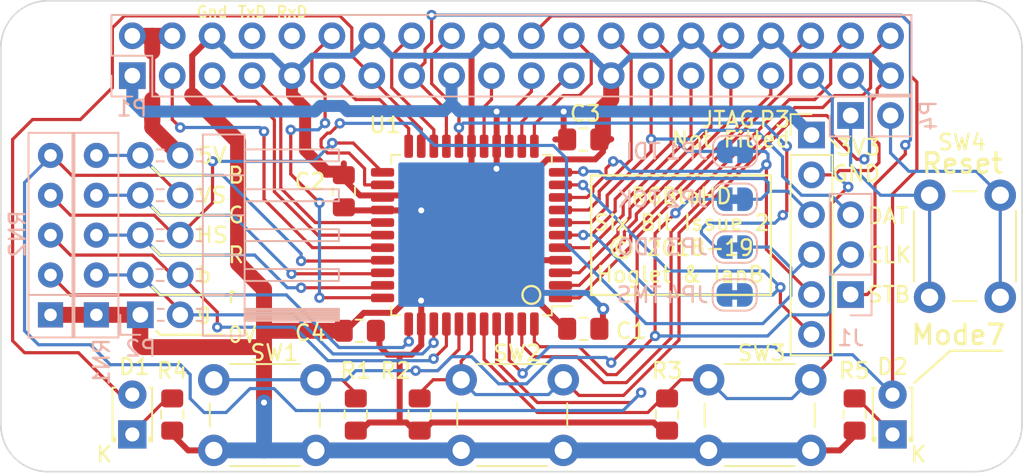
<source format=kicad_pcb>
(kicad_pcb (version 20171130) (host pcbnew "(5.1.4)-1")

  (general
    (thickness 1.6)
    (drawings 68)
    (tracks 689)
    (zones 0)
    (modules 31)
    (nets 48)
  )

  (page A4)
  (layers
    (0 F.Cu signal)
    (31 B.Cu signal)
    (34 B.Paste user hide)
    (35 F.Paste user hide)
    (36 B.SilkS user hide)
    (37 F.SilkS user)
    (38 B.Mask user hide)
    (39 F.Mask user hide)
    (40 Dwgs.User user hide)
    (41 Cmts.User user hide)
    (44 Edge.Cuts user)
    (45 Margin user hide)
    (46 B.CrtYd user hide)
    (47 F.CrtYd user hide)
    (48 B.Fab user hide)
    (49 F.Fab user hide)
  )

  (setup
    (last_trace_width 0.2032)
    (user_trace_width 0.2032)
    (user_trace_width 0.381)
    (user_trace_width 0.635)
    (user_trace_width 0.762)
    (user_trace_width 0.889)
    (user_trace_width 1.016)
    (user_trace_width 1.143)
    (user_trace_width 1.27)
    (trace_clearance 0.2032)
    (zone_clearance 0.508)
    (zone_45_only no)
    (trace_min 0.2032)
    (via_size 0.6604)
    (via_drill 0.3048)
    (via_min_size 0.6604)
    (via_min_drill 0.3048)
    (uvia_size 0.6096)
    (uvia_drill 0.3048)
    (uvias_allowed no)
    (uvia_min_size 0)
    (uvia_min_drill 0)
    (edge_width 0.1)
    (segment_width 0.2)
    (pcb_text_width 0.2)
    (pcb_text_size 1.25 1.25)
    (mod_edge_width 0.15)
    (mod_text_size 1 1)
    (mod_text_width 0.15)
    (pad_size 1.7 1.7)
    (pad_drill 1)
    (pad_to_mask_clearance 0.15)
    (solder_mask_min_width 0.4)
    (aux_axis_origin 12.502 54.50096)
    (grid_origin 45.002 28.00096)
    (visible_elements 7FFFFFFF)
    (pcbplotparams
      (layerselection 0x010f0_ffffffff)
      (usegerberextensions true)
      (usegerberattributes false)
      (usegerberadvancedattributes false)
      (creategerberjobfile false)
      (excludeedgelayer true)
      (linewidth 0.100000)
      (plotframeref false)
      (viasonmask false)
      (mode 1)
      (useauxorigin false)
      (hpglpennumber 1)
      (hpglpenspeed 20)
      (hpglpendiameter 15.000000)
      (psnegative false)
      (psa4output false)
      (plotreference true)
      (plotvalue false)
      (plotinvisibletext false)
      (padsonsilk false)
      (subtractmaskfromsilk false)
      (outputformat 1)
      (mirror false)
      (drillshape 0)
      (scaleselection 1)
      (outputdirectory "manufacturing/"))
  )

  (net 0 "")
  (net 1 /3V3)
  (net 2 /GPIO2)
  (net 3 /GPIO3)
  (net 4 /GPIO4)
  (net 5 /GPIO17)
  (net 6 /GPIO18)
  (net 7 /GPIO27)
  (net 8 /GPIO22)
  (net 9 /GPIO23)
  (net 10 /GPIO24)
  (net 11 /GPIO10)
  (net 12 /GPIO9)
  (net 13 /GPIO11)
  (net 14 /GPIO8)
  (net 15 /GPIO7)
  (net 16 /GPIO5)
  (net 17 /GPIO6)
  (net 18 /GPIO12)
  (net 19 /GPIO13)
  (net 20 /GPIO19)
  (net 21 /GPIO16)
  (net 22 /GPIO26)
  (net 23 /GPIO20)
  (net 24 /GPIO21)
  (net 25 "Net-(P4-Pad1)")
  (net 26 "Net-(P4-Pad2)")
  (net 27 "Net-(D1-Pad1)")
  (net 28 "Net-(D2-Pad1)")
  (net 29 /GPIO25)
  (net 30 /GPIO0)
  (net 31 /GPIO1)
  (net 32 /VCC)
  (net 33 /GND)
  (net 34 /SYNC)
  (net 35 /BLUE)
  (net 36 /GREEN)
  (net 37 /RED)
  (net 38 /BRED)
  (net 39 /BGREEN)
  (net 40 /BBLUE)
  (net 41 /VSYNC)
  (net 42 /TCK)
  (net 43 /TDO)
  (net 44 /TDI)
  (net 45 /TMS)
  (net 46 /RxD)
  (net 47 /TxD)

  (net_class Default "This is the default net class."
    (clearance 0.2032)
    (trace_width 0.2032)
    (via_dia 0.6604)
    (via_drill 0.3048)
    (uvia_dia 0.6096)
    (uvia_drill 0.3048)
    (diff_pair_width 0.2032)
    (diff_pair_gap 0.25)
    (add_net /BBLUE)
    (add_net /BGREEN)
    (add_net /BLUE)
    (add_net /BRED)
    (add_net /GND)
    (add_net /GPIO0)
    (add_net /GPIO1)
    (add_net /GPIO10)
    (add_net /GPIO11)
    (add_net /GPIO12)
    (add_net /GPIO13)
    (add_net /GPIO16)
    (add_net /GPIO17)
    (add_net /GPIO18)
    (add_net /GPIO19)
    (add_net /GPIO2)
    (add_net /GPIO20)
    (add_net /GPIO21)
    (add_net /GPIO22)
    (add_net /GPIO23)
    (add_net /GPIO24)
    (add_net /GPIO25)
    (add_net /GPIO26)
    (add_net /GPIO27)
    (add_net /GPIO3)
    (add_net /GPIO4)
    (add_net /GPIO5)
    (add_net /GPIO6)
    (add_net /GPIO7)
    (add_net /GPIO8)
    (add_net /GPIO9)
    (add_net /GREEN)
    (add_net /RED)
    (add_net /RxD)
    (add_net /SYNC)
    (add_net /TCK)
    (add_net /TDI)
    (add_net /TDO)
    (add_net /TMS)
    (add_net /TxD)
    (add_net /VCC)
    (add_net /VSYNC)
    (add_net "Net-(D1-Pad1)")
    (add_net "Net-(D2-Pad1)")
    (add_net "Net-(P4-Pad1)")
    (add_net "Net-(P4-Pad2)")
  )

  (net_class Power ""
    (clearance 0.2032)
    (trace_width 0.381)
    (via_dia 0.762)
    (via_drill 0.381)
    (uvia_dia 0.6096)
    (uvia_drill 0.3048)
    (diff_pair_width 0.2032)
    (diff_pair_gap 0.25)
    (add_net /3V3)
  )

  (module Connector_PinSocket_2.54mm:PinSocket_2x20_P2.54mm_Vertical (layer B.Cu) (tedit 5A19A433) (tstamp 5DAA32EC)
    (at 20.872 29.27096 270)
    (descr "Through hole straight socket strip, 2x20, 2.54mm pitch, double cols (from Kicad 4.0.7), script generated")
    (tags "Through hole socket strip THT 2x20 2.54mm double row")
    (path /574468E6)
    (fp_text reference P1 (at 2.0828 0.0254) (layer B.SilkS)
      (effects (font (size 1 1) (thickness 0.15)) (justify mirror))
    )
    (fp_text value CONN_02X20 (at -1.27 -51.03 90) (layer B.Fab)
      (effects (font (size 1 1) (thickness 0.15)) (justify mirror))
    )
    (fp_text user %R (at -1.27 -24.13 180) (layer B.Fab)
      (effects (font (size 1 1) (thickness 0.15)) (justify mirror))
    )
    (fp_line (start -4.34 -50) (end -4.34 1.8) (layer B.CrtYd) (width 0.05))
    (fp_line (start 1.76 -50) (end -4.34 -50) (layer B.CrtYd) (width 0.05))
    (fp_line (start 1.76 1.8) (end 1.76 -50) (layer B.CrtYd) (width 0.05))
    (fp_line (start -4.34 1.8) (end 1.76 1.8) (layer B.CrtYd) (width 0.05))
    (fp_line (start 0 1.33) (end 1.33 1.33) (layer B.SilkS) (width 0.12))
    (fp_line (start 1.33 1.33) (end 1.33 0) (layer B.SilkS) (width 0.12))
    (fp_line (start -1.27 1.33) (end -1.27 -1.27) (layer B.SilkS) (width 0.12))
    (fp_line (start -1.27 -1.27) (end 1.33 -1.27) (layer B.SilkS) (width 0.12))
    (fp_line (start 1.33 -1.27) (end 1.33 -49.59) (layer B.SilkS) (width 0.12))
    (fp_line (start -3.87 -49.59) (end 1.33 -49.59) (layer B.SilkS) (width 0.12))
    (fp_line (start -3.87 1.33) (end -3.87 -49.59) (layer B.SilkS) (width 0.12))
    (fp_line (start -3.87 1.33) (end -1.27 1.33) (layer B.SilkS) (width 0.12))
    (fp_line (start -3.81 -49.53) (end -3.81 1.27) (layer B.Fab) (width 0.1))
    (fp_line (start 1.27 -49.53) (end -3.81 -49.53) (layer B.Fab) (width 0.1))
    (fp_line (start 1.27 0.27) (end 1.27 -49.53) (layer B.Fab) (width 0.1))
    (fp_line (start 0.27 1.27) (end 1.27 0.27) (layer B.Fab) (width 0.1))
    (fp_line (start -3.81 1.27) (end 0.27 1.27) (layer B.Fab) (width 0.1))
    (pad 40 thru_hole oval (at -2.54 -48.26 270) (size 1.7 1.7) (drill 1) (layers *.Cu *.Mask)
      (net 24 /GPIO21))
    (pad 39 thru_hole oval (at 0 -48.26 270) (size 1.7 1.7) (drill 1) (layers *.Cu *.Mask)
      (net 33 /GND))
    (pad 38 thru_hole oval (at -2.54 -45.72 270) (size 1.7 1.7) (drill 1) (layers *.Cu *.Mask)
      (net 23 /GPIO20))
    (pad 37 thru_hole oval (at 0 -45.72 270) (size 1.7 1.7) (drill 1) (layers *.Cu *.Mask)
      (net 22 /GPIO26))
    (pad 36 thru_hole oval (at -2.54 -43.18 270) (size 1.7 1.7) (drill 1) (layers *.Cu *.Mask)
      (net 21 /GPIO16))
    (pad 35 thru_hole oval (at 0 -43.18 270) (size 1.7 1.7) (drill 1) (layers *.Cu *.Mask)
      (net 20 /GPIO19))
    (pad 34 thru_hole oval (at -2.54 -40.64 270) (size 1.7 1.7) (drill 1) (layers *.Cu *.Mask)
      (net 33 /GND))
    (pad 33 thru_hole oval (at 0 -40.64 270) (size 1.7 1.7) (drill 1) (layers *.Cu *.Mask)
      (net 19 /GPIO13))
    (pad 32 thru_hole oval (at -2.54 -38.1 270) (size 1.7 1.7) (drill 1) (layers *.Cu *.Mask)
      (net 18 /GPIO12))
    (pad 31 thru_hole oval (at 0 -38.1 270) (size 1.7 1.7) (drill 1) (layers *.Cu *.Mask)
      (net 17 /GPIO6))
    (pad 30 thru_hole oval (at -2.54 -35.56 270) (size 1.7 1.7) (drill 1) (layers *.Cu *.Mask)
      (net 33 /GND))
    (pad 29 thru_hole oval (at 0 -35.56 270) (size 1.7 1.7) (drill 1) (layers *.Cu *.Mask)
      (net 16 /GPIO5))
    (pad 28 thru_hole oval (at -2.54 -33.02 270) (size 1.7 1.7) (drill 1) (layers *.Cu *.Mask)
      (net 31 /GPIO1))
    (pad 27 thru_hole oval (at 0 -33.02 270) (size 1.7 1.7) (drill 1) (layers *.Cu *.Mask)
      (net 30 /GPIO0))
    (pad 26 thru_hole oval (at -2.54 -30.48 270) (size 1.7 1.7) (drill 1) (layers *.Cu *.Mask)
      (net 15 /GPIO7))
    (pad 25 thru_hole oval (at 0 -30.48 270) (size 1.7 1.7) (drill 1) (layers *.Cu *.Mask)
      (net 33 /GND))
    (pad 24 thru_hole oval (at -2.54 -27.94 270) (size 1.7 1.7) (drill 1) (layers *.Cu *.Mask)
      (net 14 /GPIO8))
    (pad 23 thru_hole oval (at 0 -27.94 270) (size 1.7 1.7) (drill 1) (layers *.Cu *.Mask)
      (net 13 /GPIO11))
    (pad 22 thru_hole oval (at -2.54 -25.4 270) (size 1.7 1.7) (drill 1) (layers *.Cu *.Mask)
      (net 29 /GPIO25))
    (pad 21 thru_hole oval (at 0 -25.4 270) (size 1.7 1.7) (drill 1) (layers *.Cu *.Mask)
      (net 12 /GPIO9))
    (pad 20 thru_hole oval (at -2.54 -22.86 270) (size 1.7 1.7) (drill 1) (layers *.Cu *.Mask)
      (net 33 /GND))
    (pad 19 thru_hole oval (at 0 -22.86 270) (size 1.7 1.7) (drill 1) (layers *.Cu *.Mask)
      (net 11 /GPIO10))
    (pad 18 thru_hole oval (at -2.54 -20.32 270) (size 1.7 1.7) (drill 1) (layers *.Cu *.Mask)
      (net 10 /GPIO24))
    (pad 17 thru_hole oval (at 0 -20.32 270) (size 1.7 1.7) (drill 1) (layers *.Cu *.Mask)
      (net 1 /3V3))
    (pad 16 thru_hole oval (at -2.54 -17.78 270) (size 1.7 1.7) (drill 1) (layers *.Cu *.Mask)
      (net 9 /GPIO23))
    (pad 15 thru_hole oval (at 0 -17.78 270) (size 1.7 1.7) (drill 1) (layers *.Cu *.Mask)
      (net 8 /GPIO22))
    (pad 14 thru_hole oval (at -2.54 -15.24 270) (size 1.7 1.7) (drill 1) (layers *.Cu *.Mask)
      (net 33 /GND))
    (pad 13 thru_hole oval (at 0 -15.24 270) (size 1.7 1.7) (drill 1) (layers *.Cu *.Mask)
      (net 7 /GPIO27))
    (pad 12 thru_hole oval (at -2.54 -12.7 270) (size 1.7 1.7) (drill 1) (layers *.Cu *.Mask)
      (net 6 /GPIO18))
    (pad 11 thru_hole oval (at 0 -12.7 270) (size 1.7 1.7) (drill 1) (layers *.Cu *.Mask)
      (net 5 /GPIO17))
    (pad 10 thru_hole oval (at -2.54 -10.16 270) (size 1.7 1.7) (drill 1) (layers *.Cu *.Mask)
      (net 46 /RxD))
    (pad 9 thru_hole oval (at 0 -10.16 270) (size 1.7 1.7) (drill 1) (layers *.Cu *.Mask)
      (net 33 /GND))
    (pad 8 thru_hole oval (at -2.54 -7.62 270) (size 1.7 1.7) (drill 1) (layers *.Cu *.Mask)
      (net 47 /TxD))
    (pad 7 thru_hole oval (at 0 -7.62 270) (size 1.7 1.7) (drill 1) (layers *.Cu *.Mask)
      (net 4 /GPIO4))
    (pad 6 thru_hole oval (at -2.54 -5.08 270) (size 1.7 1.7) (drill 1) (layers *.Cu *.Mask)
      (net 33 /GND))
    (pad 5 thru_hole oval (at 0 -5.08 270) (size 1.7 1.7) (drill 1) (layers *.Cu *.Mask)
      (net 3 /GPIO3))
    (pad 4 thru_hole oval (at -2.54 -2.54 270) (size 1.7 1.7) (drill 1) (layers *.Cu *.Mask)
      (net 32 /VCC))
    (pad 3 thru_hole oval (at 0 -2.54 270) (size 1.7 1.7) (drill 1) (layers *.Cu *.Mask)
      (net 2 /GPIO2))
    (pad 2 thru_hole oval (at -2.54 0 270) (size 1.7 1.7) (drill 1) (layers *.Cu *.Mask)
      (net 32 /VCC))
    (pad 1 thru_hole rect (at 0 0 270) (size 1.7 1.7) (drill 1) (layers *.Cu *.Mask)
      (net 1 /3V3))
    (model ${KISYS3DMOD}/Connector_PinSocket_2.54mm.3dshapes/PinSocket_2x20_P2.54mm_Vertical.wrl
      (at (xyz 0 0 0))
      (scale (xyz 1 1 1))
      (rotate (xyz 0 0 0))
    )
  )

  (module RPi_Hat:RPi_Hat_Mounting_Hole locked (layer F.Cu) (tedit 55217CCB) (tstamp 58B743A7)
    (at 16 51)
    (descr "Mounting hole, Befestigungsbohrung, 2,7mm, No Annular, Kein Restring,")
    (tags "Mounting hole, Befestigungsbohrung, 2,7mm, No Annular, Kein Restring,")
    (fp_text reference "" (at 0 -4.0005) (layer F.SilkS) hide
      (effects (font (size 1 1) (thickness 0.15)))
    )
    (fp_text value "" (at 0.09906 3.59918) (layer F.Fab) hide
      (effects (font (size 1 1) (thickness 0.15)))
    )
    (fp_circle (center 0 0) (end 1.375 0) (layer F.Fab) (width 0.15))
    (fp_circle (center 0 0) (end 3.1 0) (layer F.Fab) (width 0.15))
    (fp_circle (center 0 0) (end 3.1 0) (layer B.Fab) (width 0.15))
    (fp_circle (center 0 0) (end 1.375 0) (layer B.Fab) (width 0.15))
    (fp_circle (center 0 0) (end 3.1 0) (layer F.CrtYd) (width 0.15))
    (fp_circle (center 0 0) (end 3.1 0) (layer B.CrtYd) (width 0.15))
    (pad "" np_thru_hole circle (at 0 0) (size 2.75 2.75) (drill 2.75) (layers *.Cu *.Mask)
      (solder_mask_margin 1.725) (clearance 1.725))
  )

  (module RPi_Hat:RPi_Hat_Mounting_Hole locked (layer F.Cu) (tedit 55217C7B) (tstamp 5515DEA9)
    (at 74 28)
    (descr "Mounting hole, Befestigungsbohrung, 2,7mm, No Annular, Kein Restring,")
    (tags "Mounting hole, Befestigungsbohrung, 2,7mm, No Annular, Kein Restring,")
    (fp_text reference "" (at 0 -4.0005) (layer F.SilkS) hide
      (effects (font (size 1 1) (thickness 0.15)))
    )
    (fp_text value "" (at 0.09906 3.59918) (layer F.Fab) hide
      (effects (font (size 1 1) (thickness 0.15)))
    )
    (fp_circle (center 0 0) (end 1.375 0) (layer F.Fab) (width 0.15))
    (fp_circle (center 0 0) (end 3.1 0) (layer F.Fab) (width 0.15))
    (fp_circle (center 0 0) (end 3.1 0) (layer B.Fab) (width 0.15))
    (fp_circle (center 0 0) (end 1.375 0) (layer B.Fab) (width 0.15))
    (fp_circle (center 0 0) (end 3.1 0) (layer F.CrtYd) (width 0.15))
    (fp_circle (center 0 0) (end 3.1 0) (layer B.CrtYd) (width 0.15))
    (pad "" np_thru_hole circle (at 0 0) (size 2.75 2.75) (drill 2.75) (layers *.Cu *.Mask)
      (solder_mask_margin 1.725) (clearance 1.725))
  )

  (module RPi_Hat:RPi_Hat_Mounting_Hole locked (layer F.Cu) (tedit 55217CCB) (tstamp 55169DC9)
    (at 74 51)
    (descr "Mounting hole, Befestigungsbohrung, 2,7mm, No Annular, Kein Restring,")
    (tags "Mounting hole, Befestigungsbohrung, 2,7mm, No Annular, Kein Restring,")
    (fp_text reference "" (at 0 -4.0005) (layer F.SilkS) hide
      (effects (font (size 1 1) (thickness 0.15)))
    )
    (fp_text value "" (at 0.09906 3.59918) (layer F.Fab) hide
      (effects (font (size 1 1) (thickness 0.15)))
    )
    (fp_circle (center 0 0) (end 1.375 0) (layer F.Fab) (width 0.15))
    (fp_circle (center 0 0) (end 3.1 0) (layer F.Fab) (width 0.15))
    (fp_circle (center 0 0) (end 3.1 0) (layer B.Fab) (width 0.15))
    (fp_circle (center 0 0) (end 1.375 0) (layer B.Fab) (width 0.15))
    (fp_circle (center 0 0) (end 3.1 0) (layer F.CrtYd) (width 0.15))
    (fp_circle (center 0 0) (end 3.1 0) (layer B.CrtYd) (width 0.15))
    (pad "" np_thru_hole circle (at 0 0) (size 2.75 2.75) (drill 2.75) (layers *.Cu *.Mask)
      (solder_mask_margin 1.725) (clearance 1.725))
  )

  (module RPi_Hat:RPi_Hat_Mounting_Hole locked (layer F.Cu) (tedit 55217CA2) (tstamp 5515DEBF)
    (at 16 28)
    (descr "Mounting hole, Befestigungsbohrung, 2,7mm, No Annular, Kein Restring,")
    (tags "Mounting hole, Befestigungsbohrung, 2,7mm, No Annular, Kein Restring,")
    (fp_text reference "" (at 0 -4.0005) (layer F.SilkS) hide
      (effects (font (size 1 1) (thickness 0.15)))
    )
    (fp_text value "" (at 0.09906 3.59918) (layer F.Fab) hide
      (effects (font (size 1 1) (thickness 0.15)))
    )
    (fp_circle (center 0 0) (end 1.375 0) (layer F.Fab) (width 0.15))
    (fp_circle (center 0 0) (end 3.1 0) (layer F.Fab) (width 0.15))
    (fp_circle (center 0 0) (end 3.1 0) (layer B.Fab) (width 0.15))
    (fp_circle (center 0 0) (end 1.375 0) (layer B.Fab) (width 0.15))
    (fp_circle (center 0 0) (end 3.1 0) (layer F.CrtYd) (width 0.15))
    (fp_circle (center 0 0) (end 3.1 0) (layer B.CrtYd) (width 0.15))
    (pad "" np_thru_hole circle (at 0 0) (size 2.75 2.75) (drill 2.75) (layers *.Cu *.Mask)
      (solder_mask_margin 1.725) (clearance 1.725))
  )

  (module Jumper:SolderJumper-2_P1.3mm_Bridged_RoundedPad1.0x1.5mm (layer B.Cu) (tedit 5C745284) (tstamp 5DAA2F0B)
    (at 59.226 37.14496)
    (descr "SMD Solder Jumper, 1x1.5mm, rounded Pads, 0.3mm gap, bridged with 1 copper strip")
    (tags "solder jumper open")
    (path /5DAA5395)
    (attr virtual)
    (fp_text reference JP2 (at -3.063 0) (layer B.SilkS)
      (effects (font (size 1 1) (thickness 0.15)) (justify mirror))
    )
    (fp_text value SolderJumper_2_Bridged (at 0 -1.9) (layer B.Fab)
      (effects (font (size 1 1) (thickness 0.15)) (justify mirror))
    )
    (fp_arc (start 0.7 0.3) (end 1.4 0.3) (angle 90) (layer B.SilkS) (width 0.12))
    (fp_arc (start 0.7 -0.3) (end 0.7 -1) (angle 90) (layer B.SilkS) (width 0.12))
    (fp_arc (start -0.7 -0.3) (end -1.4 -0.3) (angle 90) (layer B.SilkS) (width 0.12))
    (fp_arc (start -0.7 0.3) (end -0.7 1) (angle 90) (layer B.SilkS) (width 0.12))
    (fp_line (start -1.4 -0.3) (end -1.4 0.3) (layer B.SilkS) (width 0.12))
    (fp_line (start 0.7 -1) (end -0.7 -1) (layer B.SilkS) (width 0.12))
    (fp_line (start 1.4 0.3) (end 1.4 -0.3) (layer B.SilkS) (width 0.12))
    (fp_line (start -0.7 1) (end 0.7 1) (layer B.SilkS) (width 0.12))
    (fp_line (start -1.65 1.25) (end 1.65 1.25) (layer B.CrtYd) (width 0.05))
    (fp_line (start -1.65 1.25) (end -1.65 -1.25) (layer B.CrtYd) (width 0.05))
    (fp_line (start 1.65 -1.25) (end 1.65 1.25) (layer B.CrtYd) (width 0.05))
    (fp_line (start 1.65 -1.25) (end -1.65 -1.25) (layer B.CrtYd) (width 0.05))
    (fp_poly (pts (xy 0.25 0.3) (xy -0.25 0.3) (xy -0.25 -0.3) (xy 0.25 -0.3)) (layer B.Cu) (width 0))
    (pad 2 smd custom (at 0.65 0) (size 1 0.5) (layers B.Cu B.Mask)
      (net 42 /TCK) (zone_connect 2)
      (options (clearance outline) (anchor rect))
      (primitives
        (gr_circle (center 0 -0.25) (end 0.5 -0.25) (width 0))
        (gr_circle (center 0 0.25) (end 0.5 0.25) (width 0))
        (gr_poly (pts
           (xy 0 0.75) (xy -0.5 0.75) (xy -0.5 -0.75) (xy 0 -0.75)) (width 0))
      ))
    (pad 1 smd custom (at -0.65 0) (size 1 0.5) (layers B.Cu B.Mask)
      (net 23 /GPIO20) (zone_connect 2)
      (options (clearance outline) (anchor rect))
      (primitives
        (gr_circle (center 0 -0.25) (end 0.5 -0.25) (width 0))
        (gr_circle (center 0 0.25) (end 0.5 0.25) (width 0))
        (gr_poly (pts
           (xy 0 0.75) (xy 0.5 0.75) (xy 0.5 -0.75) (xy 0 -0.75)) (width 0))
      ))
  )

  (module Jumper:SolderJumper-2_P1.3mm_Bridged_RoundedPad1.0x1.5mm (layer B.Cu) (tedit 5C745284) (tstamp 5DAA2F1D)
    (at 59.226 34.09696)
    (descr "SMD Solder Jumper, 1x1.5mm, rounded Pads, 0.3mm gap, bridged with 1 copper strip")
    (tags "solder jumper open")
    (path /5DAA5F8A)
    (attr virtual)
    (fp_text reference JP1 (at -3.048 0) (layer B.SilkS)
      (effects (font (size 1 1) (thickness 0.15)) (justify mirror))
    )
    (fp_text value SolderJumper_2_Bridged (at 0 -1.9) (layer B.Fab)
      (effects (font (size 1 1) (thickness 0.15)) (justify mirror))
    )
    (fp_poly (pts (xy 0.25 0.3) (xy -0.25 0.3) (xy -0.25 -0.3) (xy 0.25 -0.3)) (layer B.Cu) (width 0))
    (fp_line (start 1.65 -1.25) (end -1.65 -1.25) (layer B.CrtYd) (width 0.05))
    (fp_line (start 1.65 -1.25) (end 1.65 1.25) (layer B.CrtYd) (width 0.05))
    (fp_line (start -1.65 1.25) (end -1.65 -1.25) (layer B.CrtYd) (width 0.05))
    (fp_line (start -1.65 1.25) (end 1.65 1.25) (layer B.CrtYd) (width 0.05))
    (fp_line (start -0.7 1) (end 0.7 1) (layer B.SilkS) (width 0.12))
    (fp_line (start 1.4 0.3) (end 1.4 -0.3) (layer B.SilkS) (width 0.12))
    (fp_line (start 0.7 -1) (end -0.7 -1) (layer B.SilkS) (width 0.12))
    (fp_line (start -1.4 -0.3) (end -1.4 0.3) (layer B.SilkS) (width 0.12))
    (fp_arc (start -0.7 0.3) (end -0.7 1) (angle 90) (layer B.SilkS) (width 0.12))
    (fp_arc (start -0.7 -0.3) (end -1.4 -0.3) (angle 90) (layer B.SilkS) (width 0.12))
    (fp_arc (start 0.7 -0.3) (end 0.7 -1) (angle 90) (layer B.SilkS) (width 0.12))
    (fp_arc (start 0.7 0.3) (end 1.4 0.3) (angle 90) (layer B.SilkS) (width 0.12))
    (pad 1 smd custom (at -0.65 0) (size 1 0.5) (layers B.Cu B.Mask)
      (net 30 /GPIO0) (zone_connect 2)
      (options (clearance outline) (anchor rect))
      (primitives
        (gr_circle (center 0 -0.25) (end 0.5 -0.25) (width 0))
        (gr_circle (center 0 0.25) (end 0.5 0.25) (width 0))
        (gr_poly (pts
           (xy 0 0.75) (xy 0.5 0.75) (xy 0.5 -0.75) (xy 0 -0.75)) (width 0))
      ))
    (pad 2 smd custom (at 0.65 0) (size 1 0.5) (layers B.Cu B.Mask)
      (net 44 /TDI) (zone_connect 2)
      (options (clearance outline) (anchor rect))
      (primitives
        (gr_circle (center 0 -0.25) (end 0.5 -0.25) (width 0))
        (gr_circle (center 0 0.25) (end 0.5 0.25) (width 0))
        (gr_poly (pts
           (xy 0 0.75) (xy -0.5 0.75) (xy -0.5 -0.75) (xy 0 -0.75)) (width 0))
      ))
  )

  (module Jumper:SolderJumper-2_P1.3mm_Bridged_RoundedPad1.0x1.5mm (layer B.Cu) (tedit 5C745284) (tstamp 5DAA2F2F)
    (at 59.211 43.24096)
    (descr "SMD Solder Jumper, 1x1.5mm, rounded Pads, 0.3mm gap, bridged with 1 copper strip")
    (tags "solder jumper open")
    (path /5DAA6850)
    (attr virtual)
    (fp_text reference JP4 (at -3.033 0) (layer B.SilkS)
      (effects (font (size 1 1) (thickness 0.15)) (justify mirror))
    )
    (fp_text value SolderJumper_2_Bridged (at 0 -1.9) (layer B.Fab)
      (effects (font (size 1 1) (thickness 0.15)) (justify mirror))
    )
    (fp_arc (start 0.7 0.3) (end 1.4 0.3) (angle 90) (layer B.SilkS) (width 0.12))
    (fp_arc (start 0.7 -0.3) (end 0.7 -1) (angle 90) (layer B.SilkS) (width 0.12))
    (fp_arc (start -0.7 -0.3) (end -1.4 -0.3) (angle 90) (layer B.SilkS) (width 0.12))
    (fp_arc (start -0.7 0.3) (end -0.7 1) (angle 90) (layer B.SilkS) (width 0.12))
    (fp_line (start -1.4 -0.3) (end -1.4 0.3) (layer B.SilkS) (width 0.12))
    (fp_line (start 0.7 -1) (end -0.7 -1) (layer B.SilkS) (width 0.12))
    (fp_line (start 1.4 0.3) (end 1.4 -0.3) (layer B.SilkS) (width 0.12))
    (fp_line (start -0.7 1) (end 0.7 1) (layer B.SilkS) (width 0.12))
    (fp_line (start -1.65 1.25) (end 1.65 1.25) (layer B.CrtYd) (width 0.05))
    (fp_line (start -1.65 1.25) (end -1.65 -1.25) (layer B.CrtYd) (width 0.05))
    (fp_line (start 1.65 -1.25) (end 1.65 1.25) (layer B.CrtYd) (width 0.05))
    (fp_line (start 1.65 -1.25) (end -1.65 -1.25) (layer B.CrtYd) (width 0.05))
    (fp_poly (pts (xy 0.25 0.3) (xy -0.25 0.3) (xy -0.25 -0.3) (xy 0.25 -0.3)) (layer B.Cu) (width 0))
    (pad 2 smd custom (at 0.65 0) (size 1 0.5) (layers B.Cu B.Mask)
      (net 45 /TMS) (zone_connect 2)
      (options (clearance outline) (anchor rect))
      (primitives
        (gr_circle (center 0 -0.25) (end 0.5 -0.25) (width 0))
        (gr_circle (center 0 0.25) (end 0.5 0.25) (width 0))
        (gr_poly (pts
           (xy 0 0.75) (xy -0.5 0.75) (xy -0.5 -0.75) (xy 0 -0.75)) (width 0))
      ))
    (pad 1 smd custom (at -0.65 0) (size 1 0.5) (layers B.Cu B.Mask)
      (net 31 /GPIO1) (zone_connect 2)
      (options (clearance outline) (anchor rect))
      (primitives
        (gr_circle (center 0 -0.25) (end 0.5 -0.25) (width 0))
        (gr_circle (center 0 0.25) (end 0.5 0.25) (width 0))
        (gr_poly (pts
           (xy 0 0.75) (xy 0.5 0.75) (xy 0.5 -0.75) (xy 0 -0.75)) (width 0))
      ))
  )

  (module Jumper:SolderJumper-2_P1.3mm_Bridged_RoundedPad1.0x1.5mm (layer B.Cu) (tedit 5C745284) (tstamp 5DAA2F41)
    (at 59.226 40.19296)
    (descr "SMD Solder Jumper, 1x1.5mm, rounded Pads, 0.3mm gap, bridged with 1 copper strip")
    (tags "solder jumper open")
    (path /5DAA709E)
    (attr virtual)
    (fp_text reference JP3 (at -3.063 0) (layer B.SilkS)
      (effects (font (size 1 1) (thickness 0.15)) (justify mirror))
    )
    (fp_text value SolderJumper_2_Bridged (at 0 -1.9) (layer B.Fab)
      (effects (font (size 1 1) (thickness 0.15)) (justify mirror))
    )
    (fp_poly (pts (xy 0.25 0.3) (xy -0.25 0.3) (xy -0.25 -0.3) (xy 0.25 -0.3)) (layer B.Cu) (width 0))
    (fp_line (start 1.65 -1.25) (end -1.65 -1.25) (layer B.CrtYd) (width 0.05))
    (fp_line (start 1.65 -1.25) (end 1.65 1.25) (layer B.CrtYd) (width 0.05))
    (fp_line (start -1.65 1.25) (end -1.65 -1.25) (layer B.CrtYd) (width 0.05))
    (fp_line (start -1.65 1.25) (end 1.65 1.25) (layer B.CrtYd) (width 0.05))
    (fp_line (start -0.7 1) (end 0.7 1) (layer B.SilkS) (width 0.12))
    (fp_line (start 1.4 0.3) (end 1.4 -0.3) (layer B.SilkS) (width 0.12))
    (fp_line (start 0.7 -1) (end -0.7 -1) (layer B.SilkS) (width 0.12))
    (fp_line (start -1.4 -0.3) (end -1.4 0.3) (layer B.SilkS) (width 0.12))
    (fp_arc (start -0.7 0.3) (end -0.7 1) (angle 90) (layer B.SilkS) (width 0.12))
    (fp_arc (start -0.7 -0.3) (end -1.4 -0.3) (angle 90) (layer B.SilkS) (width 0.12))
    (fp_arc (start 0.7 -0.3) (end 0.7 -1) (angle 90) (layer B.SilkS) (width 0.12))
    (fp_arc (start 0.7 0.3) (end 1.4 0.3) (angle 90) (layer B.SilkS) (width 0.12))
    (pad 1 smd custom (at -0.65 0) (size 1 0.5) (layers B.Cu B.Mask)
      (net 10 /GPIO24) (zone_connect 2)
      (options (clearance outline) (anchor rect))
      (primitives
        (gr_circle (center 0 -0.25) (end 0.5 -0.25) (width 0))
        (gr_circle (center 0 0.25) (end 0.5 0.25) (width 0))
        (gr_poly (pts
           (xy 0 0.75) (xy 0.5 0.75) (xy 0.5 -0.75) (xy 0 -0.75)) (width 0))
      ))
    (pad 2 smd custom (at 0.65 0) (size 1 0.5) (layers B.Cu B.Mask)
      (net 43 /TDO) (zone_connect 2)
      (options (clearance outline) (anchor rect))
      (primitives
        (gr_circle (center 0 -0.25) (end 0.5 -0.25) (width 0))
        (gr_circle (center 0 0.25) (end 0.5 0.25) (width 0))
        (gr_poly (pts
           (xy 0 0.75) (xy -0.5 0.75) (xy -0.5 -0.75) (xy 0 -0.75)) (width 0))
      ))
  )

  (module Connector_PinHeader_2.54mm:PinHeader_2x05_P2.54mm_Horizontal (layer B.Cu) (tedit 59FED5CB) (tstamp 5DAA3329)
    (at 21.38 44.51096)
    (descr "Through hole angled pin header, 2x05, 2.54mm pitch, 6mm pin length, double rows")
    (tags "Through hole angled pin header THT 2x05 2.54mm double row")
    (path /5DAA3151)
    (fp_text reference P2 (at 0.0254 2.1336) (layer B.SilkS)
      (effects (font (size 1 1) (thickness 0.15)) (justify mirror))
    )
    (fp_text value Conn_02x05_Odd_Even (at 5.655 -12.43) (layer B.Fab)
      (effects (font (size 1 1) (thickness 0.15)) (justify mirror))
    )
    (fp_line (start 4.675 1.27) (end 6.58 1.27) (layer B.Fab) (width 0.1))
    (fp_line (start 6.58 1.27) (end 6.58 -11.43) (layer B.Fab) (width 0.1))
    (fp_line (start 6.58 -11.43) (end 4.04 -11.43) (layer B.Fab) (width 0.1))
    (fp_line (start 4.04 -11.43) (end 4.04 0.635) (layer B.Fab) (width 0.1))
    (fp_line (start 4.04 0.635) (end 4.675 1.27) (layer B.Fab) (width 0.1))
    (fp_line (start -0.32 0.32) (end 4.04 0.32) (layer B.Fab) (width 0.1))
    (fp_line (start -0.32 0.32) (end -0.32 -0.32) (layer B.Fab) (width 0.1))
    (fp_line (start -0.32 -0.32) (end 4.04 -0.32) (layer B.Fab) (width 0.1))
    (fp_line (start 6.58 0.32) (end 12.58 0.32) (layer B.Fab) (width 0.1))
    (fp_line (start 12.58 0.32) (end 12.58 -0.32) (layer B.Fab) (width 0.1))
    (fp_line (start 6.58 -0.32) (end 12.58 -0.32) (layer B.Fab) (width 0.1))
    (fp_line (start -0.32 -2.22) (end 4.04 -2.22) (layer B.Fab) (width 0.1))
    (fp_line (start -0.32 -2.22) (end -0.32 -2.86) (layer B.Fab) (width 0.1))
    (fp_line (start -0.32 -2.86) (end 4.04 -2.86) (layer B.Fab) (width 0.1))
    (fp_line (start 6.58 -2.22) (end 12.58 -2.22) (layer B.Fab) (width 0.1))
    (fp_line (start 12.58 -2.22) (end 12.58 -2.86) (layer B.Fab) (width 0.1))
    (fp_line (start 6.58 -2.86) (end 12.58 -2.86) (layer B.Fab) (width 0.1))
    (fp_line (start -0.32 -4.76) (end 4.04 -4.76) (layer B.Fab) (width 0.1))
    (fp_line (start -0.32 -4.76) (end -0.32 -5.4) (layer B.Fab) (width 0.1))
    (fp_line (start -0.32 -5.4) (end 4.04 -5.4) (layer B.Fab) (width 0.1))
    (fp_line (start 6.58 -4.76) (end 12.58 -4.76) (layer B.Fab) (width 0.1))
    (fp_line (start 12.58 -4.76) (end 12.58 -5.4) (layer B.Fab) (width 0.1))
    (fp_line (start 6.58 -5.4) (end 12.58 -5.4) (layer B.Fab) (width 0.1))
    (fp_line (start -0.32 -7.3) (end 4.04 -7.3) (layer B.Fab) (width 0.1))
    (fp_line (start -0.32 -7.3) (end -0.32 -7.94) (layer B.Fab) (width 0.1))
    (fp_line (start -0.32 -7.94) (end 4.04 -7.94) (layer B.Fab) (width 0.1))
    (fp_line (start 6.58 -7.3) (end 12.58 -7.3) (layer B.Fab) (width 0.1))
    (fp_line (start 12.58 -7.3) (end 12.58 -7.94) (layer B.Fab) (width 0.1))
    (fp_line (start 6.58 -7.94) (end 12.58 -7.94) (layer B.Fab) (width 0.1))
    (fp_line (start -0.32 -9.84) (end 4.04 -9.84) (layer B.Fab) (width 0.1))
    (fp_line (start -0.32 -9.84) (end -0.32 -10.48) (layer B.Fab) (width 0.1))
    (fp_line (start -0.32 -10.48) (end 4.04 -10.48) (layer B.Fab) (width 0.1))
    (fp_line (start 6.58 -9.84) (end 12.58 -9.84) (layer B.Fab) (width 0.1))
    (fp_line (start 12.58 -9.84) (end 12.58 -10.48) (layer B.Fab) (width 0.1))
    (fp_line (start 6.58 -10.48) (end 12.58 -10.48) (layer B.Fab) (width 0.1))
    (fp_line (start 3.98 1.33) (end 3.98 -11.49) (layer B.SilkS) (width 0.12))
    (fp_line (start 3.98 -11.49) (end 6.64 -11.49) (layer B.SilkS) (width 0.12))
    (fp_line (start 6.64 -11.49) (end 6.64 1.33) (layer B.SilkS) (width 0.12))
    (fp_line (start 6.64 1.33) (end 3.98 1.33) (layer B.SilkS) (width 0.12))
    (fp_line (start 6.64 0.38) (end 12.64 0.38) (layer B.SilkS) (width 0.12))
    (fp_line (start 12.64 0.38) (end 12.64 -0.38) (layer B.SilkS) (width 0.12))
    (fp_line (start 12.64 -0.38) (end 6.64 -0.38) (layer B.SilkS) (width 0.12))
    (fp_line (start 6.64 0.32) (end 12.64 0.32) (layer B.SilkS) (width 0.12))
    (fp_line (start 6.64 0.2) (end 12.64 0.2) (layer B.SilkS) (width 0.12))
    (fp_line (start 6.64 0.08) (end 12.64 0.08) (layer B.SilkS) (width 0.12))
    (fp_line (start 6.64 -0.04) (end 12.64 -0.04) (layer B.SilkS) (width 0.12))
    (fp_line (start 6.64 -0.16) (end 12.64 -0.16) (layer B.SilkS) (width 0.12))
    (fp_line (start 6.64 -0.28) (end 12.64 -0.28) (layer B.SilkS) (width 0.12))
    (fp_line (start 3.582929 0.38) (end 3.98 0.38) (layer B.SilkS) (width 0.12))
    (fp_line (start 3.582929 -0.38) (end 3.98 -0.38) (layer B.SilkS) (width 0.12))
    (fp_line (start 1.11 0.38) (end 1.497071 0.38) (layer B.SilkS) (width 0.12))
    (fp_line (start 1.11 -0.38) (end 1.497071 -0.38) (layer B.SilkS) (width 0.12))
    (fp_line (start 3.98 -1.27) (end 6.64 -1.27) (layer B.SilkS) (width 0.12))
    (fp_line (start 6.64 -2.16) (end 12.64 -2.16) (layer B.SilkS) (width 0.12))
    (fp_line (start 12.64 -2.16) (end 12.64 -2.92) (layer B.SilkS) (width 0.12))
    (fp_line (start 12.64 -2.92) (end 6.64 -2.92) (layer B.SilkS) (width 0.12))
    (fp_line (start 3.582929 -2.16) (end 3.98 -2.16) (layer B.SilkS) (width 0.12))
    (fp_line (start 3.582929 -2.92) (end 3.98 -2.92) (layer B.SilkS) (width 0.12))
    (fp_line (start 1.042929 -2.16) (end 1.497071 -2.16) (layer B.SilkS) (width 0.12))
    (fp_line (start 1.042929 -2.92) (end 1.497071 -2.92) (layer B.SilkS) (width 0.12))
    (fp_line (start 3.98 -3.81) (end 6.64 -3.81) (layer B.SilkS) (width 0.12))
    (fp_line (start 6.64 -4.7) (end 12.64 -4.7) (layer B.SilkS) (width 0.12))
    (fp_line (start 12.64 -4.7) (end 12.64 -5.46) (layer B.SilkS) (width 0.12))
    (fp_line (start 12.64 -5.46) (end 6.64 -5.46) (layer B.SilkS) (width 0.12))
    (fp_line (start 3.582929 -4.7) (end 3.98 -4.7) (layer B.SilkS) (width 0.12))
    (fp_line (start 3.582929 -5.46) (end 3.98 -5.46) (layer B.SilkS) (width 0.12))
    (fp_line (start 1.042929 -4.7) (end 1.497071 -4.7) (layer B.SilkS) (width 0.12))
    (fp_line (start 1.042929 -5.46) (end 1.497071 -5.46) (layer B.SilkS) (width 0.12))
    (fp_line (start 3.98 -6.35) (end 6.64 -6.35) (layer B.SilkS) (width 0.12))
    (fp_line (start 6.64 -7.24) (end 12.64 -7.24) (layer B.SilkS) (width 0.12))
    (fp_line (start 12.64 -7.24) (end 12.64 -8) (layer B.SilkS) (width 0.12))
    (fp_line (start 12.64 -8) (end 6.64 -8) (layer B.SilkS) (width 0.12))
    (fp_line (start 3.582929 -7.24) (end 3.98 -7.24) (layer B.SilkS) (width 0.12))
    (fp_line (start 3.582929 -8) (end 3.98 -8) (layer B.SilkS) (width 0.12))
    (fp_line (start 1.042929 -7.24) (end 1.497071 -7.24) (layer B.SilkS) (width 0.12))
    (fp_line (start 1.042929 -8) (end 1.497071 -8) (layer B.SilkS) (width 0.12))
    (fp_line (start 3.98 -8.89) (end 6.64 -8.89) (layer B.SilkS) (width 0.12))
    (fp_line (start 6.64 -9.78) (end 12.64 -9.78) (layer B.SilkS) (width 0.12))
    (fp_line (start 12.64 -9.78) (end 12.64 -10.54) (layer B.SilkS) (width 0.12))
    (fp_line (start 12.64 -10.54) (end 6.64 -10.54) (layer B.SilkS) (width 0.12))
    (fp_line (start 3.582929 -9.78) (end 3.98 -9.78) (layer B.SilkS) (width 0.12))
    (fp_line (start 3.582929 -10.54) (end 3.98 -10.54) (layer B.SilkS) (width 0.12))
    (fp_line (start 1.042929 -9.78) (end 1.497071 -9.78) (layer B.SilkS) (width 0.12))
    (fp_line (start 1.042929 -10.54) (end 1.497071 -10.54) (layer B.SilkS) (width 0.12))
    (fp_line (start -1.27 0) (end -1.27 1.27) (layer B.SilkS) (width 0.12))
    (fp_line (start -1.27 1.27) (end 0 1.27) (layer B.SilkS) (width 0.12))
    (fp_line (start -1.8 1.8) (end -1.8 -11.95) (layer B.CrtYd) (width 0.05))
    (fp_line (start -1.8 -11.95) (end 13.1 -11.95) (layer B.CrtYd) (width 0.05))
    (fp_line (start 13.1 -11.95) (end 13.1 1.8) (layer B.CrtYd) (width 0.05))
    (fp_line (start 13.1 1.8) (end -1.8 1.8) (layer B.CrtYd) (width 0.05))
    (fp_text user %R (at 5.31 -5.08 -90) (layer B.Fab)
      (effects (font (size 1 1) (thickness 0.15)) (justify mirror))
    )
    (pad 1 thru_hole rect (at 0 0) (size 1.7 1.7) (drill 1) (layers *.Cu *.Mask)
      (net 33 /GND))
    (pad 2 thru_hole oval (at 2.54 0) (size 1.7 1.7) (drill 1) (layers *.Cu *.Mask)
      (net 39 /BGREEN))
    (pad 3 thru_hole oval (at 0 -2.54) (size 1.7 1.7) (drill 1) (layers *.Cu *.Mask)
      (net 38 /BRED))
    (pad 4 thru_hole oval (at 2.54 -2.54) (size 1.7 1.7) (drill 1) (layers *.Cu *.Mask)
      (net 40 /BBLUE))
    (pad 5 thru_hole oval (at 0 -5.08) (size 1.7 1.7) (drill 1) (layers *.Cu *.Mask)
      (net 37 /RED))
    (pad 6 thru_hole oval (at 2.54 -5.08) (size 1.7 1.7) (drill 1) (layers *.Cu *.Mask)
      (net 34 /SYNC))
    (pad 7 thru_hole oval (at 0 -7.62) (size 1.7 1.7) (drill 1) (layers *.Cu *.Mask)
      (net 36 /GREEN))
    (pad 8 thru_hole oval (at 2.54 -7.62) (size 1.7 1.7) (drill 1) (layers *.Cu *.Mask)
      (net 41 /VSYNC))
    (pad 9 thru_hole oval (at 0 -10.16) (size 1.7 1.7) (drill 1) (layers *.Cu *.Mask)
      (net 35 /BLUE))
    (pad 10 thru_hole oval (at 2.54 -10.16) (size 1.7 1.7) (drill 1) (layers *.Cu *.Mask)
      (net 32 /VCC))
    (model ${KISYS3DMOD}/Connector_PinHeader_2.54mm.3dshapes/PinHeader_2x05_P2.54mm_Horizontal.wrl
      (at (xyz 0 0 0))
      (scale (xyz 1 1 1))
      (rotate (xyz 0 0 0))
    )
  )

  (module Connector_PinHeader_2.54mm:PinHeader_1x06_P2.54mm_Vertical (layer F.Cu) (tedit 59FED5CC) (tstamp 5DAA3391)
    (at 64.1008 33.054001)
    (descr "Through hole straight pin header, 1x06, 2.54mm pitch, single row")
    (tags "Through hole pin header THT 1x06 2.54mm single row")
    (path /5DA9B6A9)
    (attr virtual)
    (fp_text reference P3 (at -2.3348 -0.989041 180) (layer F.SilkS)
      (effects (font (size 1 1) (thickness 0.15)))
    )
    (fp_text value Conn_01x06 (at 0 15.03) (layer F.Fab)
      (effects (font (size 1 1) (thickness 0.15)))
    )
    (fp_line (start -0.635 -1.27) (end 1.27 -1.27) (layer F.Fab) (width 0.1))
    (fp_line (start 1.27 -1.27) (end 1.27 13.97) (layer F.Fab) (width 0.1))
    (fp_line (start 1.27 13.97) (end -1.27 13.97) (layer F.Fab) (width 0.1))
    (fp_line (start -1.27 13.97) (end -1.27 -0.635) (layer F.Fab) (width 0.1))
    (fp_line (start -1.27 -0.635) (end -0.635 -1.27) (layer F.Fab) (width 0.1))
    (fp_line (start -1.33 14.03) (end 1.33 14.03) (layer F.SilkS) (width 0.12))
    (fp_line (start -1.33 1.27) (end -1.33 14.03) (layer F.SilkS) (width 0.12))
    (fp_line (start 1.33 1.27) (end 1.33 14.03) (layer F.SilkS) (width 0.12))
    (fp_line (start -1.33 1.27) (end 1.33 1.27) (layer F.SilkS) (width 0.12))
    (fp_line (start -1.33 0) (end -1.33 -1.33) (layer F.SilkS) (width 0.12))
    (fp_line (start -1.33 -1.33) (end 0 -1.33) (layer F.SilkS) (width 0.12))
    (fp_line (start -1.8 -1.8) (end -1.8 14.5) (layer F.CrtYd) (width 0.05))
    (fp_line (start -1.8 14.5) (end 1.8 14.5) (layer F.CrtYd) (width 0.05))
    (fp_line (start 1.8 14.5) (end 1.8 -1.8) (layer F.CrtYd) (width 0.05))
    (fp_line (start 1.8 -1.8) (end -1.8 -1.8) (layer F.CrtYd) (width 0.05))
    (fp_text user %R (at 0 6.35 90) (layer F.Fab)
      (effects (font (size 1 1) (thickness 0.15)))
    )
    (pad 1 thru_hole rect (at 0 0) (size 1.7 1.7) (drill 1) (layers *.Cu *.Mask)
      (net 1 /3V3))
    (pad 2 thru_hole oval (at 0 2.54) (size 1.7 1.7) (drill 1) (layers *.Cu *.Mask)
      (net 33 /GND))
    (pad 3 thru_hole oval (at 0 5.08) (size 1.7 1.7) (drill 1) (layers *.Cu *.Mask)
      (net 42 /TCK))
    (pad 4 thru_hole oval (at 0 7.62) (size 1.7 1.7) (drill 1) (layers *.Cu *.Mask)
      (net 43 /TDO))
    (pad 5 thru_hole oval (at 0 10.16) (size 1.7 1.7) (drill 1) (layers *.Cu *.Mask)
      (net 44 /TDI))
    (pad 6 thru_hole oval (at 0 12.7) (size 1.7 1.7) (drill 1) (layers *.Cu *.Mask)
      (net 45 /TMS))
    (model ${KISYS3DMOD}/Connector_PinHeader_2.54mm.3dshapes/PinHeader_1x06_P2.54mm_Vertical.wrl
      (at (xyz 0 0 0))
      (scale (xyz 1 1 1))
      (rotate (xyz 0 0 0))
    )
  )

  (module Connector_PinSocket_2.54mm:PinSocket_1x02_P2.54mm_Vertical (layer B.Cu) (tedit 5A19A420) (tstamp 5DAA33AA)
    (at 66.592 31.81096 270)
    (descr "Through hole straight socket strip, 1x02, 2.54mm pitch, single row (from Kicad 4.0.7), script generated")
    (tags "Through hole socket strip THT 1x02 2.54mm single row")
    (path /595A13C3)
    (fp_text reference P4 (at 0 -4.953 90) (layer B.SilkS)
      (effects (font (size 1 1) (thickness 0.15)) (justify mirror))
    )
    (fp_text value CONN_01X02 (at 0 -5.31 90) (layer B.Fab)
      (effects (font (size 1 1) (thickness 0.15)) (justify mirror))
    )
    (fp_line (start -1.27 1.27) (end 0.635 1.27) (layer B.Fab) (width 0.1))
    (fp_line (start 0.635 1.27) (end 1.27 0.635) (layer B.Fab) (width 0.1))
    (fp_line (start 1.27 0.635) (end 1.27 -3.81) (layer B.Fab) (width 0.1))
    (fp_line (start 1.27 -3.81) (end -1.27 -3.81) (layer B.Fab) (width 0.1))
    (fp_line (start -1.27 -3.81) (end -1.27 1.27) (layer B.Fab) (width 0.1))
    (fp_line (start -1.33 -1.27) (end 1.33 -1.27) (layer B.SilkS) (width 0.12))
    (fp_line (start -1.33 -1.27) (end -1.33 -3.87) (layer B.SilkS) (width 0.12))
    (fp_line (start -1.33 -3.87) (end 1.33 -3.87) (layer B.SilkS) (width 0.12))
    (fp_line (start 1.33 -1.27) (end 1.33 -3.87) (layer B.SilkS) (width 0.12))
    (fp_line (start 1.33 1.33) (end 1.33 0) (layer B.SilkS) (width 0.12))
    (fp_line (start 0 1.33) (end 1.33 1.33) (layer B.SilkS) (width 0.12))
    (fp_line (start -1.8 1.8) (end 1.75 1.8) (layer B.CrtYd) (width 0.05))
    (fp_line (start 1.75 1.8) (end 1.75 -4.3) (layer B.CrtYd) (width 0.05))
    (fp_line (start 1.75 -4.3) (end -1.8 -4.3) (layer B.CrtYd) (width 0.05))
    (fp_line (start -1.8 -4.3) (end -1.8 1.8) (layer B.CrtYd) (width 0.05))
    (fp_text user %R (at 0 -1.27 180) (layer B.Fab)
      (effects (font (size 1 1) (thickness 0.15)) (justify mirror))
    )
    (pad 1 thru_hole rect (at 0 0 270) (size 1.7 1.7) (drill 1) (layers *.Cu *.Mask)
      (net 25 "Net-(P4-Pad1)"))
    (pad 2 thru_hole oval (at 0 -2.54 270) (size 1.7 1.7) (drill 1) (layers *.Cu *.Mask)
      (net 26 "Net-(P4-Pad2)"))
    (model ${KISYS3DMOD}/Connector_PinSocket_2.54mm.3dshapes/PinSocket_1x02_P2.54mm_Vertical.wrl
      (at (xyz 0 0 0))
      (scale (xyz 1 1 1))
      (rotate (xyz 0 0 0))
    )
  )

  (module LED_THT:LED_D1.8mm_W3.3mm_H2.4mm (layer F.Cu) (tedit 5880A862) (tstamp 5DAA6D8F)
    (at 20.872 52.13096 90)
    (descr "LED, Round,  Rectangular size 3.3x2.4mm^2 diameter 1.8mm, 2 pins")
    (tags "LED Round  Rectangular size 3.3x2.4mm^2 diameter 1.8mm 2 pins")
    (path /5B15A735)
    (fp_text reference D1 (at 4.318 0.127) (layer F.SilkS)
      (effects (font (size 1 1) (thickness 0.15)))
    )
    (fp_text value LED (at 1.27 2.26 90) (layer F.Fab)
      (effects (font (size 1 1) (thickness 0.15)))
    )
    (fp_circle (center 1.27 0) (end 2.17 0) (layer F.Fab) (width 0.1))
    (fp_line (start -0.38 -1.2) (end -0.38 1.2) (layer F.Fab) (width 0.1))
    (fp_line (start -0.38 1.2) (end 2.92 1.2) (layer F.Fab) (width 0.1))
    (fp_line (start 2.92 1.2) (end 2.92 -1.2) (layer F.Fab) (width 0.1))
    (fp_line (start 2.92 -1.2) (end -0.38 -1.2) (layer F.Fab) (width 0.1))
    (fp_line (start -0.44 -1.26) (end 2.98 -1.26) (layer F.SilkS) (width 0.12))
    (fp_line (start -0.44 1.26) (end 2.98 1.26) (layer F.SilkS) (width 0.12))
    (fp_line (start -0.44 -1.26) (end -0.44 -1.08) (layer F.SilkS) (width 0.12))
    (fp_line (start -0.44 1.08) (end -0.44 1.26) (layer F.SilkS) (width 0.12))
    (fp_line (start 2.98 -1.26) (end 2.98 -1.095) (layer F.SilkS) (width 0.12))
    (fp_line (start 2.98 1.095) (end 2.98 1.26) (layer F.SilkS) (width 0.12))
    (fp_line (start -0.32 -1.26) (end -0.32 -1.08) (layer F.SilkS) (width 0.12))
    (fp_line (start -0.32 1.08) (end -0.32 1.26) (layer F.SilkS) (width 0.12))
    (fp_line (start -0.2 -1.26) (end -0.2 -1.08) (layer F.SilkS) (width 0.12))
    (fp_line (start -0.2 1.08) (end -0.2 1.26) (layer F.SilkS) (width 0.12))
    (fp_line (start -1.15 -1.55) (end -1.15 1.55) (layer F.CrtYd) (width 0.05))
    (fp_line (start -1.15 1.55) (end 3.7 1.55) (layer F.CrtYd) (width 0.05))
    (fp_line (start 3.7 1.55) (end 3.7 -1.55) (layer F.CrtYd) (width 0.05))
    (fp_line (start 3.7 -1.55) (end -1.15 -1.55) (layer F.CrtYd) (width 0.05))
    (pad 1 thru_hole rect (at 0 0 90) (size 1.8 1.8) (drill 0.9) (layers *.Cu *.Mask)
      (net 27 "Net-(D1-Pad1)"))
    (pad 2 thru_hole circle (at 2.54 0 90) (size 1.8 1.8) (drill 0.9) (layers *.Cu *.Mask)
      (net 7 /GPIO27))
    (model ${KISYS3DMOD}/LED_THT.3dshapes/LED_D1.8mm_W3.3mm_H2.4mm.wrl
      (at (xyz 0 0 0))
      (scale (xyz 1 1 1))
      (rotate (xyz 0 0 0))
    )
  )

  (module LED_THT:LED_D1.8mm_W3.3mm_H2.4mm (layer F.Cu) (tedit 5880A862) (tstamp 5DAA6E85)
    (at 69.259 52.13096 90)
    (descr "LED, Round,  Rectangular size 3.3x2.4mm^2 diameter 1.8mm, 2 pins")
    (tags "LED Round  Rectangular size 3.3x2.4mm^2 diameter 1.8mm 2 pins")
    (path /5B15A088)
    (fp_text reference D2 (at 4.318 0) (layer F.SilkS)
      (effects (font (size 1 1) (thickness 0.15)))
    )
    (fp_text value LED (at 1.27 2.26 90) (layer F.Fab)
      (effects (font (size 1 1) (thickness 0.15)))
    )
    (fp_circle (center 1.27 0) (end 2.17 0) (layer F.Fab) (width 0.1))
    (fp_line (start -0.38 -1.2) (end -0.38 1.2) (layer F.Fab) (width 0.1))
    (fp_line (start -0.38 1.2) (end 2.92 1.2) (layer F.Fab) (width 0.1))
    (fp_line (start 2.92 1.2) (end 2.92 -1.2) (layer F.Fab) (width 0.1))
    (fp_line (start 2.92 -1.2) (end -0.38 -1.2) (layer F.Fab) (width 0.1))
    (fp_line (start -0.44 -1.26) (end 2.98 -1.26) (layer F.SilkS) (width 0.12))
    (fp_line (start -0.44 1.26) (end 2.98 1.26) (layer F.SilkS) (width 0.12))
    (fp_line (start -0.44 -1.26) (end -0.44 -1.08) (layer F.SilkS) (width 0.12))
    (fp_line (start -0.44 1.08) (end -0.44 1.26) (layer F.SilkS) (width 0.12))
    (fp_line (start 2.98 -1.26) (end 2.98 -1.095) (layer F.SilkS) (width 0.12))
    (fp_line (start 2.98 1.095) (end 2.98 1.26) (layer F.SilkS) (width 0.12))
    (fp_line (start -0.32 -1.26) (end -0.32 -1.08) (layer F.SilkS) (width 0.12))
    (fp_line (start -0.32 1.08) (end -0.32 1.26) (layer F.SilkS) (width 0.12))
    (fp_line (start -0.2 -1.26) (end -0.2 -1.08) (layer F.SilkS) (width 0.12))
    (fp_line (start -0.2 1.08) (end -0.2 1.26) (layer F.SilkS) (width 0.12))
    (fp_line (start -1.15 -1.55) (end -1.15 1.55) (layer F.CrtYd) (width 0.05))
    (fp_line (start -1.15 1.55) (end 3.7 1.55) (layer F.CrtYd) (width 0.05))
    (fp_line (start 3.7 1.55) (end 3.7 -1.55) (layer F.CrtYd) (width 0.05))
    (fp_line (start 3.7 -1.55) (end -1.15 -1.55) (layer F.CrtYd) (width 0.05))
    (pad 1 thru_hole rect (at 0 0 90) (size 1.8 1.8) (drill 0.9) (layers *.Cu *.Mask)
      (net 28 "Net-(D2-Pad1)"))
    (pad 2 thru_hole circle (at 2.54 0 90) (size 1.8 1.8) (drill 0.9) (layers *.Cu *.Mask)
      (net 29 /GPIO25))
    (model ${KISYS3DMOD}/LED_THT.3dshapes/LED_D1.8mm_W3.3mm_H2.4mm.wrl
      (at (xyz 0 0 0))
      (scale (xyz 1 1 1))
      (rotate (xyz 0 0 0))
    )
  )

  (module Capacitor_SMD:C_0805_2012Metric_Pad1.15x1.40mm_HandSolder (layer F.Cu) (tedit 5B36C52B) (tstamp 5DAA79DF)
    (at 49.574 45.39996 180)
    (descr "Capacitor SMD 0805 (2012 Metric), square (rectangular) end terminal, IPC_7351 nominal with elongated pad for handsoldering. (Body size source: https://docs.google.com/spreadsheets/d/1BsfQQcO9C6DZCsRaXUlFlo91Tg2WpOkGARC1WS5S8t0/edit?usp=sharing), generated with kicad-footprint-generator")
    (tags "capacitor handsolder")
    (path /595B5ACB)
    (attr smd)
    (fp_text reference C1 (at -3.048 -0.127) (layer F.SilkS)
      (effects (font (size 1 1) (thickness 0.15)))
    )
    (fp_text value 10uF (at 0 1.65) (layer F.Fab)
      (effects (font (size 1 1) (thickness 0.15)))
    )
    (fp_text user %R (at 0 0) (layer F.Fab)
      (effects (font (size 0.5 0.5) (thickness 0.08)))
    )
    (fp_line (start 1.85 0.95) (end -1.85 0.95) (layer F.CrtYd) (width 0.05))
    (fp_line (start 1.85 -0.95) (end 1.85 0.95) (layer F.CrtYd) (width 0.05))
    (fp_line (start -1.85 -0.95) (end 1.85 -0.95) (layer F.CrtYd) (width 0.05))
    (fp_line (start -1.85 0.95) (end -1.85 -0.95) (layer F.CrtYd) (width 0.05))
    (fp_line (start -0.261252 0.71) (end 0.261252 0.71) (layer F.SilkS) (width 0.12))
    (fp_line (start -0.261252 -0.71) (end 0.261252 -0.71) (layer F.SilkS) (width 0.12))
    (fp_line (start 1 0.6) (end -1 0.6) (layer F.Fab) (width 0.1))
    (fp_line (start 1 -0.6) (end 1 0.6) (layer F.Fab) (width 0.1))
    (fp_line (start -1 -0.6) (end 1 -0.6) (layer F.Fab) (width 0.1))
    (fp_line (start -1 0.6) (end -1 -0.6) (layer F.Fab) (width 0.1))
    (pad 2 smd roundrect (at 1.025 0 180) (size 1.15 1.4) (layers F.Cu F.Paste F.Mask) (roundrect_rratio 0.217391)
      (net 33 /GND))
    (pad 1 smd roundrect (at -1.025 0 180) (size 1.15 1.4) (layers F.Cu F.Paste F.Mask) (roundrect_rratio 0.217391)
      (net 1 /3V3))
    (model ${KISYS3DMOD}/Capacitor_SMD.3dshapes/C_0805_2012Metric.wrl
      (at (xyz 0 0 0))
      (scale (xyz 1 1 1))
      (rotate (xyz 0 0 0))
    )
  )

  (module Capacitor_SMD:C_0805_2012Metric_Pad1.15x1.40mm_HandSolder (layer F.Cu) (tedit 5B36C52B) (tstamp 5DAA79EF)
    (at 34.334 36.63696 90)
    (descr "Capacitor SMD 0805 (2012 Metric), square (rectangular) end terminal, IPC_7351 nominal with elongated pad for handsoldering. (Body size source: https://docs.google.com/spreadsheets/d/1BsfQQcO9C6DZCsRaXUlFlo91Tg2WpOkGARC1WS5S8t0/edit?usp=sharing), generated with kicad-footprint-generator")
    (tags "capacitor handsolder")
    (path /595A3251)
    (attr smd)
    (fp_text reference C2 (at 0.635 -2.159) (layer F.SilkS)
      (effects (font (size 1 1) (thickness 0.15)))
    )
    (fp_text value 100nF (at 0 1.65 90) (layer F.Fab)
      (effects (font (size 1 1) (thickness 0.15)))
    )
    (fp_line (start -1 0.6) (end -1 -0.6) (layer F.Fab) (width 0.1))
    (fp_line (start -1 -0.6) (end 1 -0.6) (layer F.Fab) (width 0.1))
    (fp_line (start 1 -0.6) (end 1 0.6) (layer F.Fab) (width 0.1))
    (fp_line (start 1 0.6) (end -1 0.6) (layer F.Fab) (width 0.1))
    (fp_line (start -0.261252 -0.71) (end 0.261252 -0.71) (layer F.SilkS) (width 0.12))
    (fp_line (start -0.261252 0.71) (end 0.261252 0.71) (layer F.SilkS) (width 0.12))
    (fp_line (start -1.85 0.95) (end -1.85 -0.95) (layer F.CrtYd) (width 0.05))
    (fp_line (start -1.85 -0.95) (end 1.85 -0.95) (layer F.CrtYd) (width 0.05))
    (fp_line (start 1.85 -0.95) (end 1.85 0.95) (layer F.CrtYd) (width 0.05))
    (fp_line (start 1.85 0.95) (end -1.85 0.95) (layer F.CrtYd) (width 0.05))
    (fp_text user %R (at 0 0 90) (layer F.Fab)
      (effects (font (size 0.5 0.5) (thickness 0.08)))
    )
    (pad 1 smd roundrect (at -1.025 0 90) (size 1.15 1.4) (layers F.Cu F.Paste F.Mask) (roundrect_rratio 0.217391)
      (net 1 /3V3))
    (pad 2 smd roundrect (at 1.025 0 90) (size 1.15 1.4) (layers F.Cu F.Paste F.Mask) (roundrect_rratio 0.217391)
      (net 33 /GND))
    (model ${KISYS3DMOD}/Capacitor_SMD.3dshapes/C_0805_2012Metric.wrl
      (at (xyz 0 0 0))
      (scale (xyz 1 1 1))
      (rotate (xyz 0 0 0))
    )
  )

  (module Capacitor_SMD:C_0805_2012Metric_Pad1.15x1.40mm_HandSolder (layer F.Cu) (tedit 5B36C52B) (tstamp 5DAA79FF)
    (at 49.574 33.33496)
    (descr "Capacitor SMD 0805 (2012 Metric), square (rectangular) end terminal, IPC_7351 nominal with elongated pad for handsoldering. (Body size source: https://docs.google.com/spreadsheets/d/1BsfQQcO9C6DZCsRaXUlFlo91Tg2WpOkGARC1WS5S8t0/edit?usp=sharing), generated with kicad-footprint-generator")
    (tags "capacitor handsolder")
    (path /595A31EE)
    (attr smd)
    (fp_text reference C3 (at 0.127 -1.65) (layer F.SilkS)
      (effects (font (size 1 1) (thickness 0.15)))
    )
    (fp_text value 100nF (at 0 1.65) (layer F.Fab)
      (effects (font (size 1 1) (thickness 0.15)))
    )
    (fp_line (start -1 0.6) (end -1 -0.6) (layer F.Fab) (width 0.1))
    (fp_line (start -1 -0.6) (end 1 -0.6) (layer F.Fab) (width 0.1))
    (fp_line (start 1 -0.6) (end 1 0.6) (layer F.Fab) (width 0.1))
    (fp_line (start 1 0.6) (end -1 0.6) (layer F.Fab) (width 0.1))
    (fp_line (start -0.261252 -0.71) (end 0.261252 -0.71) (layer F.SilkS) (width 0.12))
    (fp_line (start -0.261252 0.71) (end 0.261252 0.71) (layer F.SilkS) (width 0.12))
    (fp_line (start -1.85 0.95) (end -1.85 -0.95) (layer F.CrtYd) (width 0.05))
    (fp_line (start -1.85 -0.95) (end 1.85 -0.95) (layer F.CrtYd) (width 0.05))
    (fp_line (start 1.85 -0.95) (end 1.85 0.95) (layer F.CrtYd) (width 0.05))
    (fp_line (start 1.85 0.95) (end -1.85 0.95) (layer F.CrtYd) (width 0.05))
    (fp_text user %R (at 0 0) (layer F.Fab)
      (effects (font (size 0.5 0.5) (thickness 0.08)))
    )
    (pad 1 smd roundrect (at -1.025 0) (size 1.15 1.4) (layers F.Cu F.Paste F.Mask) (roundrect_rratio 0.217391)
      (net 1 /3V3))
    (pad 2 smd roundrect (at 1.025 0) (size 1.15 1.4) (layers F.Cu F.Paste F.Mask) (roundrect_rratio 0.217391)
      (net 33 /GND))
    (model ${KISYS3DMOD}/Capacitor_SMD.3dshapes/C_0805_2012Metric.wrl
      (at (xyz 0 0 0))
      (scale (xyz 1 1 1))
      (rotate (xyz 0 0 0))
    )
  )

  (module Capacitor_SMD:C_0805_2012Metric_Pad1.15x1.40mm_HandSolder (layer F.Cu) (tedit 5B36C52B) (tstamp 5DAA7A0F)
    (at 35.35 45.52696 180)
    (descr "Capacitor SMD 0805 (2012 Metric), square (rectangular) end terminal, IPC_7351 nominal with elongated pad for handsoldering. (Body size source: https://docs.google.com/spreadsheets/d/1BsfQQcO9C6DZCsRaXUlFlo91Tg2WpOkGARC1WS5S8t0/edit?usp=sharing), generated with kicad-footprint-generator")
    (tags "capacitor handsolder")
    (path /595A3174)
    (attr smd)
    (fp_text reference C4 (at 3.1496 -0.127) (layer F.SilkS)
      (effects (font (size 1 1) (thickness 0.15)))
    )
    (fp_text value 100nF (at 0 1.65) (layer F.Fab)
      (effects (font (size 1 1) (thickness 0.15)))
    )
    (fp_text user %R (at 0 0) (layer F.Fab)
      (effects (font (size 0.5 0.5) (thickness 0.08)))
    )
    (fp_line (start 1.85 0.95) (end -1.85 0.95) (layer F.CrtYd) (width 0.05))
    (fp_line (start 1.85 -0.95) (end 1.85 0.95) (layer F.CrtYd) (width 0.05))
    (fp_line (start -1.85 -0.95) (end 1.85 -0.95) (layer F.CrtYd) (width 0.05))
    (fp_line (start -1.85 0.95) (end -1.85 -0.95) (layer F.CrtYd) (width 0.05))
    (fp_line (start -0.261252 0.71) (end 0.261252 0.71) (layer F.SilkS) (width 0.12))
    (fp_line (start -0.261252 -0.71) (end 0.261252 -0.71) (layer F.SilkS) (width 0.12))
    (fp_line (start 1 0.6) (end -1 0.6) (layer F.Fab) (width 0.1))
    (fp_line (start 1 -0.6) (end 1 0.6) (layer F.Fab) (width 0.1))
    (fp_line (start -1 -0.6) (end 1 -0.6) (layer F.Fab) (width 0.1))
    (fp_line (start -1 0.6) (end -1 -0.6) (layer F.Fab) (width 0.1))
    (pad 2 smd roundrect (at 1.025 0 180) (size 1.15 1.4) (layers F.Cu F.Paste F.Mask) (roundrect_rratio 0.217391)
      (net 33 /GND))
    (pad 1 smd roundrect (at -1.025 0 180) (size 1.15 1.4) (layers F.Cu F.Paste F.Mask) (roundrect_rratio 0.217391)
      (net 1 /3V3))
    (model ${KISYS3DMOD}/Capacitor_SMD.3dshapes/C_0805_2012Metric.wrl
      (at (xyz 0 0 0))
      (scale (xyz 1 1 1))
      (rotate (xyz 0 0 0))
    )
  )

  (module Resistor_SMD:R_0805_2012Metric_Pad1.15x1.40mm_HandSolder (layer F.Cu) (tedit 5B36C52B) (tstamp 5DAA7A1F)
    (at 35.096 50.86096 90)
    (descr "Resistor SMD 0805 (2012 Metric), square (rectangular) end terminal, IPC_7351 nominal with elongated pad for handsoldering. (Body size source: https://docs.google.com/spreadsheets/d/1BsfQQcO9C6DZCsRaXUlFlo91Tg2WpOkGARC1WS5S8t0/edit?usp=sharing), generated with kicad-footprint-generator")
    (tags "resistor handsolder")
    (path /595B6CB3)
    (attr smd)
    (fp_text reference R1 (at 2.794 0) (layer F.SilkS)
      (effects (font (size 1 1) (thickness 0.15)))
    )
    (fp_text value 4K7 (at 0 1.65 90) (layer F.Fab)
      (effects (font (size 1 1) (thickness 0.15)))
    )
    (fp_text user %R (at 0 0 90) (layer F.Fab)
      (effects (font (size 0.5 0.5) (thickness 0.08)))
    )
    (fp_line (start 1.85 0.95) (end -1.85 0.95) (layer F.CrtYd) (width 0.05))
    (fp_line (start 1.85 -0.95) (end 1.85 0.95) (layer F.CrtYd) (width 0.05))
    (fp_line (start -1.85 -0.95) (end 1.85 -0.95) (layer F.CrtYd) (width 0.05))
    (fp_line (start -1.85 0.95) (end -1.85 -0.95) (layer F.CrtYd) (width 0.05))
    (fp_line (start -0.261252 0.71) (end 0.261252 0.71) (layer F.SilkS) (width 0.12))
    (fp_line (start -0.261252 -0.71) (end 0.261252 -0.71) (layer F.SilkS) (width 0.12))
    (fp_line (start 1 0.6) (end -1 0.6) (layer F.Fab) (width 0.1))
    (fp_line (start 1 -0.6) (end 1 0.6) (layer F.Fab) (width 0.1))
    (fp_line (start -1 -0.6) (end 1 -0.6) (layer F.Fab) (width 0.1))
    (fp_line (start -1 0.6) (end -1 -0.6) (layer F.Fab) (width 0.1))
    (pad 2 smd roundrect (at 1.025 0 90) (size 1.15 1.4) (layers F.Cu F.Paste F.Mask) (roundrect_rratio 0.217391)
      (net 21 /GPIO16))
    (pad 1 smd roundrect (at -1.025 0 90) (size 1.15 1.4) (layers F.Cu F.Paste F.Mask) (roundrect_rratio 0.217391)
      (net 1 /3V3))
    (model ${KISYS3DMOD}/Resistor_SMD.3dshapes/R_0805_2012Metric.wrl
      (at (xyz 0 0 0))
      (scale (xyz 1 1 1))
      (rotate (xyz 0 0 0))
    )
  )

  (module Resistor_SMD:R_0805_2012Metric_Pad1.15x1.40mm_HandSolder (layer F.Cu) (tedit 5B36C52B) (tstamp 5DAA7A2F)
    (at 39.16 50.86096 90)
    (descr "Resistor SMD 0805 (2012 Metric), square (rectangular) end terminal, IPC_7351 nominal with elongated pad for handsoldering. (Body size source: https://docs.google.com/spreadsheets/d/1BsfQQcO9C6DZCsRaXUlFlo91Tg2WpOkGARC1WS5S8t0/edit?usp=sharing), generated with kicad-footprint-generator")
    (tags "resistor handsolder")
    (path /595B744A)
    (attr smd)
    (fp_text reference R2 (at 2.794 -1.524) (layer F.SilkS)
      (effects (font (size 1 1) (thickness 0.15)))
    )
    (fp_text value 4K7 (at 0 1.65 90) (layer F.Fab)
      (effects (font (size 1 1) (thickness 0.15)))
    )
    (fp_text user %R (at 0 0 90) (layer F.Fab)
      (effects (font (size 0.5 0.5) (thickness 0.08)))
    )
    (fp_line (start 1.85 0.95) (end -1.85 0.95) (layer F.CrtYd) (width 0.05))
    (fp_line (start 1.85 -0.95) (end 1.85 0.95) (layer F.CrtYd) (width 0.05))
    (fp_line (start -1.85 -0.95) (end 1.85 -0.95) (layer F.CrtYd) (width 0.05))
    (fp_line (start -1.85 0.95) (end -1.85 -0.95) (layer F.CrtYd) (width 0.05))
    (fp_line (start -0.261252 0.71) (end 0.261252 0.71) (layer F.SilkS) (width 0.12))
    (fp_line (start -0.261252 -0.71) (end 0.261252 -0.71) (layer F.SilkS) (width 0.12))
    (fp_line (start 1 0.6) (end -1 0.6) (layer F.Fab) (width 0.1))
    (fp_line (start 1 -0.6) (end 1 0.6) (layer F.Fab) (width 0.1))
    (fp_line (start -1 -0.6) (end 1 -0.6) (layer F.Fab) (width 0.1))
    (fp_line (start -1 0.6) (end -1 -0.6) (layer F.Fab) (width 0.1))
    (pad 2 smd roundrect (at 1.025 0 90) (size 1.15 1.4) (layers F.Cu F.Paste F.Mask) (roundrect_rratio 0.217391)
      (net 22 /GPIO26))
    (pad 1 smd roundrect (at -1.025 0 90) (size 1.15 1.4) (layers F.Cu F.Paste F.Mask) (roundrect_rratio 0.217391)
      (net 1 /3V3))
    (model ${KISYS3DMOD}/Resistor_SMD.3dshapes/R_0805_2012Metric.wrl
      (at (xyz 0 0 0))
      (scale (xyz 1 1 1))
      (rotate (xyz 0 0 0))
    )
  )

  (module Resistor_SMD:R_0805_2012Metric_Pad1.15x1.40mm_HandSolder (layer F.Cu) (tedit 5B36C52B) (tstamp 5DAA7A3F)
    (at 54.908 50.86096 90)
    (descr "Resistor SMD 0805 (2012 Metric), square (rectangular) end terminal, IPC_7351 nominal with elongated pad for handsoldering. (Body size source: https://docs.google.com/spreadsheets/d/1BsfQQcO9C6DZCsRaXUlFlo91Tg2WpOkGARC1WS5S8t0/edit?usp=sharing), generated with kicad-footprint-generator")
    (tags "resistor handsolder")
    (path /595B74A8)
    (attr smd)
    (fp_text reference R3 (at 2.794 0) (layer F.SilkS)
      (effects (font (size 1 1) (thickness 0.15)))
    )
    (fp_text value 4K7 (at 0 1.65 90) (layer F.Fab)
      (effects (font (size 1 1) (thickness 0.15)))
    )
    (fp_text user %R (at 0 0 90) (layer F.Fab)
      (effects (font (size 0.5 0.5) (thickness 0.08)))
    )
    (fp_line (start 1.85 0.95) (end -1.85 0.95) (layer F.CrtYd) (width 0.05))
    (fp_line (start 1.85 -0.95) (end 1.85 0.95) (layer F.CrtYd) (width 0.05))
    (fp_line (start -1.85 -0.95) (end 1.85 -0.95) (layer F.CrtYd) (width 0.05))
    (fp_line (start -1.85 0.95) (end -1.85 -0.95) (layer F.CrtYd) (width 0.05))
    (fp_line (start -0.261252 0.71) (end 0.261252 0.71) (layer F.SilkS) (width 0.12))
    (fp_line (start -0.261252 -0.71) (end 0.261252 -0.71) (layer F.SilkS) (width 0.12))
    (fp_line (start 1 0.6) (end -1 0.6) (layer F.Fab) (width 0.1))
    (fp_line (start 1 -0.6) (end 1 0.6) (layer F.Fab) (width 0.1))
    (fp_line (start -1 -0.6) (end 1 -0.6) (layer F.Fab) (width 0.1))
    (fp_line (start -1 0.6) (end -1 -0.6) (layer F.Fab) (width 0.1))
    (pad 2 smd roundrect (at 1.025 0 90) (size 1.15 1.4) (layers F.Cu F.Paste F.Mask) (roundrect_rratio 0.217391)
      (net 20 /GPIO19))
    (pad 1 smd roundrect (at -1.025 0 90) (size 1.15 1.4) (layers F.Cu F.Paste F.Mask) (roundrect_rratio 0.217391)
      (net 1 /3V3))
    (model ${KISYS3DMOD}/Resistor_SMD.3dshapes/R_0805_2012Metric.wrl
      (at (xyz 0 0 0))
      (scale (xyz 1 1 1))
      (rotate (xyz 0 0 0))
    )
  )

  (module Resistor_SMD:R_0805_2012Metric_Pad1.15x1.40mm_HandSolder (layer F.Cu) (tedit 5B36C52B) (tstamp 5DAA7A4F)
    (at 23.412 50.86096 270)
    (descr "Resistor SMD 0805 (2012 Metric), square (rectangular) end terminal, IPC_7351 nominal with elongated pad for handsoldering. (Body size source: https://docs.google.com/spreadsheets/d/1BsfQQcO9C6DZCsRaXUlFlo91Tg2WpOkGARC1WS5S8t0/edit?usp=sharing), generated with kicad-footprint-generator")
    (tags "resistor handsolder")
    (path /5B15A7CF)
    (attr smd)
    (fp_text reference R4 (at -2.794 0) (layer F.SilkS)
      (effects (font (size 1 1) (thickness 0.15)))
    )
    (fp_text value 1K (at 0 1.65 90) (layer F.Fab)
      (effects (font (size 1 1) (thickness 0.15)))
    )
    (fp_text user %R (at 0 0 90) (layer F.Fab)
      (effects (font (size 0.5 0.5) (thickness 0.08)))
    )
    (fp_line (start 1.85 0.95) (end -1.85 0.95) (layer F.CrtYd) (width 0.05))
    (fp_line (start 1.85 -0.95) (end 1.85 0.95) (layer F.CrtYd) (width 0.05))
    (fp_line (start -1.85 -0.95) (end 1.85 -0.95) (layer F.CrtYd) (width 0.05))
    (fp_line (start -1.85 0.95) (end -1.85 -0.95) (layer F.CrtYd) (width 0.05))
    (fp_line (start -0.261252 0.71) (end 0.261252 0.71) (layer F.SilkS) (width 0.12))
    (fp_line (start -0.261252 -0.71) (end 0.261252 -0.71) (layer F.SilkS) (width 0.12))
    (fp_line (start 1 0.6) (end -1 0.6) (layer F.Fab) (width 0.1))
    (fp_line (start 1 -0.6) (end 1 0.6) (layer F.Fab) (width 0.1))
    (fp_line (start -1 -0.6) (end 1 -0.6) (layer F.Fab) (width 0.1))
    (fp_line (start -1 0.6) (end -1 -0.6) (layer F.Fab) (width 0.1))
    (pad 2 smd roundrect (at 1.025 0 270) (size 1.15 1.4) (layers F.Cu F.Paste F.Mask) (roundrect_rratio 0.217391)
      (net 33 /GND))
    (pad 1 smd roundrect (at -1.025 0 270) (size 1.15 1.4) (layers F.Cu F.Paste F.Mask) (roundrect_rratio 0.217391)
      (net 27 "Net-(D1-Pad1)"))
    (model ${KISYS3DMOD}/Resistor_SMD.3dshapes/R_0805_2012Metric.wrl
      (at (xyz 0 0 0))
      (scale (xyz 1 1 1))
      (rotate (xyz 0 0 0))
    )
  )

  (module Resistor_SMD:R_0805_2012Metric_Pad1.15x1.40mm_HandSolder (layer F.Cu) (tedit 5B36C52B) (tstamp 5DAA7A5F)
    (at 66.846 50.86096 270)
    (descr "Resistor SMD 0805 (2012 Metric), square (rectangular) end terminal, IPC_7351 nominal with elongated pad for handsoldering. (Body size source: https://docs.google.com/spreadsheets/d/1BsfQQcO9C6DZCsRaXUlFlo91Tg2WpOkGARC1WS5S8t0/edit?usp=sharing), generated with kicad-footprint-generator")
    (tags "resistor handsolder")
    (path /5B159FA8)
    (attr smd)
    (fp_text reference R5 (at -2.794 0.0254) (layer F.SilkS)
      (effects (font (size 1 1) (thickness 0.15)))
    )
    (fp_text value 1K (at 0 1.65 90) (layer F.Fab)
      (effects (font (size 1 1) (thickness 0.15)))
    )
    (fp_line (start -1 0.6) (end -1 -0.6) (layer F.Fab) (width 0.1))
    (fp_line (start -1 -0.6) (end 1 -0.6) (layer F.Fab) (width 0.1))
    (fp_line (start 1 -0.6) (end 1 0.6) (layer F.Fab) (width 0.1))
    (fp_line (start 1 0.6) (end -1 0.6) (layer F.Fab) (width 0.1))
    (fp_line (start -0.261252 -0.71) (end 0.261252 -0.71) (layer F.SilkS) (width 0.12))
    (fp_line (start -0.261252 0.71) (end 0.261252 0.71) (layer F.SilkS) (width 0.12))
    (fp_line (start -1.85 0.95) (end -1.85 -0.95) (layer F.CrtYd) (width 0.05))
    (fp_line (start -1.85 -0.95) (end 1.85 -0.95) (layer F.CrtYd) (width 0.05))
    (fp_line (start 1.85 -0.95) (end 1.85 0.95) (layer F.CrtYd) (width 0.05))
    (fp_line (start 1.85 0.95) (end -1.85 0.95) (layer F.CrtYd) (width 0.05))
    (fp_text user %R (at 0 0 90) (layer F.Fab)
      (effects (font (size 0.5 0.5) (thickness 0.08)))
    )
    (pad 1 smd roundrect (at -1.025 0 270) (size 1.15 1.4) (layers F.Cu F.Paste F.Mask) (roundrect_rratio 0.217391)
      (net 28 "Net-(D2-Pad1)"))
    (pad 2 smd roundrect (at 1.025 0 270) (size 1.15 1.4) (layers F.Cu F.Paste F.Mask) (roundrect_rratio 0.217391)
      (net 33 /GND))
    (model ${KISYS3DMOD}/Resistor_SMD.3dshapes/R_0805_2012Metric.wrl
      (at (xyz 0 0 0))
      (scale (xyz 1 1 1))
      (rotate (xyz 0 0 0))
    )
  )

  (module Resistor_THT:R_Array_SIP5 (layer B.Cu) (tedit 5A14249F) (tstamp 5DAA7A6F)
    (at 18.586 44.51096 90)
    (descr "5-pin Resistor SIP pack")
    (tags R)
    (path /5DAA004F)
    (fp_text reference RN1 (at -2.9972 0.3302 90) (layer B.SilkS)
      (effects (font (size 1 1) (thickness 0.15)) (justify mirror))
    )
    (fp_text value 4.7K (at 6.35 -2.4 90) (layer B.Fab)
      (effects (font (size 1 1) (thickness 0.15)) (justify mirror))
    )
    (fp_line (start 11.9 1.65) (end -1.7 1.65) (layer B.CrtYd) (width 0.05))
    (fp_line (start 11.9 -1.65) (end 11.9 1.65) (layer B.CrtYd) (width 0.05))
    (fp_line (start -1.7 -1.65) (end 11.9 -1.65) (layer B.CrtYd) (width 0.05))
    (fp_line (start -1.7 1.65) (end -1.7 -1.65) (layer B.CrtYd) (width 0.05))
    (fp_line (start 1.27 1.4) (end 1.27 -1.4) (layer B.SilkS) (width 0.12))
    (fp_line (start 11.6 1.4) (end -1.44 1.4) (layer B.SilkS) (width 0.12))
    (fp_line (start 11.6 -1.4) (end 11.6 1.4) (layer B.SilkS) (width 0.12))
    (fp_line (start -1.44 -1.4) (end 11.6 -1.4) (layer B.SilkS) (width 0.12))
    (fp_line (start -1.44 1.4) (end -1.44 -1.4) (layer B.SilkS) (width 0.12))
    (fp_line (start 1.27 1.25) (end 1.27 -1.25) (layer B.Fab) (width 0.1))
    (fp_line (start 11.45 1.25) (end -1.29 1.25) (layer B.Fab) (width 0.1))
    (fp_line (start 11.45 -1.25) (end 11.45 1.25) (layer B.Fab) (width 0.1))
    (fp_line (start -1.29 -1.25) (end 11.45 -1.25) (layer B.Fab) (width 0.1))
    (fp_line (start -1.29 1.25) (end -1.29 -1.25) (layer B.Fab) (width 0.1))
    (fp_text user %R (at 5.08 0 90) (layer B.Fab)
      (effects (font (size 1 1) (thickness 0.15)) (justify mirror))
    )
    (pad 5 thru_hole oval (at 10.16 0 90) (size 1.6 1.6) (drill 0.8) (layers *.Cu *.Mask)
      (net 35 /BLUE))
    (pad 4 thru_hole oval (at 7.62 0 90) (size 1.6 1.6) (drill 0.8) (layers *.Cu *.Mask)
      (net 36 /GREEN))
    (pad 3 thru_hole oval (at 5.08 0 90) (size 1.6 1.6) (drill 0.8) (layers *.Cu *.Mask)
      (net 37 /RED))
    (pad 2 thru_hole oval (at 2.54 0 90) (size 1.6 1.6) (drill 0.8) (layers *.Cu *.Mask)
      (net 38 /BRED))
    (pad 1 thru_hole rect (at 0 0 90) (size 1.6 1.6) (drill 0.8) (layers *.Cu *.Mask)
      (net 33 /GND))
    (model ${KISYS3DMOD}/Resistor_THT.3dshapes/R_Array_SIP5.wrl
      (at (xyz 0 0 0))
      (scale (xyz 1 1 1))
      (rotate (xyz 0 0 0))
    )
  )

  (module Resistor_THT:R_Array_SIP5 (layer B.Cu) (tedit 5A14249F) (tstamp 5DAA7A86)
    (at 15.665 44.51096 90)
    (descr "5-pin Resistor SIP pack")
    (tags R)
    (path /5DAA0447)
    (fp_text reference RN2 (at 5.1562 -2.1082 90) (layer B.SilkS)
      (effects (font (size 1 1) (thickness 0.15)) (justify mirror))
    )
    (fp_text value 4.7K (at 6.35 -2.4 90) (layer B.Fab)
      (effects (font (size 1 1) (thickness 0.15)) (justify mirror))
    )
    (fp_text user %R (at 5.08 0 90) (layer B.Fab)
      (effects (font (size 1 1) (thickness 0.15)) (justify mirror))
    )
    (fp_line (start -1.29 1.25) (end -1.29 -1.25) (layer B.Fab) (width 0.1))
    (fp_line (start -1.29 -1.25) (end 11.45 -1.25) (layer B.Fab) (width 0.1))
    (fp_line (start 11.45 -1.25) (end 11.45 1.25) (layer B.Fab) (width 0.1))
    (fp_line (start 11.45 1.25) (end -1.29 1.25) (layer B.Fab) (width 0.1))
    (fp_line (start 1.27 1.25) (end 1.27 -1.25) (layer B.Fab) (width 0.1))
    (fp_line (start -1.44 1.4) (end -1.44 -1.4) (layer B.SilkS) (width 0.12))
    (fp_line (start -1.44 -1.4) (end 11.6 -1.4) (layer B.SilkS) (width 0.12))
    (fp_line (start 11.6 -1.4) (end 11.6 1.4) (layer B.SilkS) (width 0.12))
    (fp_line (start 11.6 1.4) (end -1.44 1.4) (layer B.SilkS) (width 0.12))
    (fp_line (start 1.27 1.4) (end 1.27 -1.4) (layer B.SilkS) (width 0.12))
    (fp_line (start -1.7 1.65) (end -1.7 -1.65) (layer B.CrtYd) (width 0.05))
    (fp_line (start -1.7 -1.65) (end 11.9 -1.65) (layer B.CrtYd) (width 0.05))
    (fp_line (start 11.9 -1.65) (end 11.9 1.65) (layer B.CrtYd) (width 0.05))
    (fp_line (start 11.9 1.65) (end -1.7 1.65) (layer B.CrtYd) (width 0.05))
    (pad 1 thru_hole rect (at 0 0 90) (size 1.6 1.6) (drill 0.8) (layers *.Cu *.Mask)
      (net 33 /GND))
    (pad 2 thru_hole oval (at 2.54 0 90) (size 1.6 1.6) (drill 0.8) (layers *.Cu *.Mask)
      (net 39 /BGREEN))
    (pad 3 thru_hole oval (at 5.08 0 90) (size 1.6 1.6) (drill 0.8) (layers *.Cu *.Mask)
      (net 40 /BBLUE))
    (pad 4 thru_hole oval (at 7.62 0 90) (size 1.6 1.6) (drill 0.8) (layers *.Cu *.Mask)
      (net 34 /SYNC))
    (pad 5 thru_hole oval (at 10.16 0 90) (size 1.6 1.6) (drill 0.8) (layers *.Cu *.Mask)
      (net 41 /VSYNC))
    (model ${KISYS3DMOD}/Resistor_THT.3dshapes/R_Array_SIP5.wrl
      (at (xyz 0 0 0))
      (scale (xyz 1 1 1))
      (rotate (xyz 0 0 0))
    )
  )

  (module Button_Switch_THT:SW_PUSH_6mm_H5mm (layer F.Cu) (tedit 5A02FE31) (tstamp 5DAA7A9D)
    (at 32.556 53.14696 180)
    (descr "tactile push button, 6x6mm e.g. PHAP33xx series, height=5mm")
    (tags "tact sw push 6mm")
    (path /595B68BB)
    (fp_text reference SW1 (at 2.6416 6.223) (layer F.SilkS)
      (effects (font (size 1 1) (thickness 0.15)))
    )
    (fp_text value SW_PUSH (at 3.75 6.7) (layer F.Fab)
      (effects (font (size 1 1) (thickness 0.15)))
    )
    (fp_circle (center 3.25 2.25) (end 1.25 2.5) (layer F.Fab) (width 0.1))
    (fp_line (start 6.75 3) (end 6.75 1.5) (layer F.SilkS) (width 0.12))
    (fp_line (start 5.5 -1) (end 1 -1) (layer F.SilkS) (width 0.12))
    (fp_line (start -0.25 1.5) (end -0.25 3) (layer F.SilkS) (width 0.12))
    (fp_line (start 1 5.5) (end 5.5 5.5) (layer F.SilkS) (width 0.12))
    (fp_line (start 8 -1.25) (end 8 5.75) (layer F.CrtYd) (width 0.05))
    (fp_line (start 7.75 6) (end -1.25 6) (layer F.CrtYd) (width 0.05))
    (fp_line (start -1.5 5.75) (end -1.5 -1.25) (layer F.CrtYd) (width 0.05))
    (fp_line (start -1.25 -1.5) (end 7.75 -1.5) (layer F.CrtYd) (width 0.05))
    (fp_line (start -1.5 6) (end -1.25 6) (layer F.CrtYd) (width 0.05))
    (fp_line (start -1.5 5.75) (end -1.5 6) (layer F.CrtYd) (width 0.05))
    (fp_line (start -1.5 -1.5) (end -1.25 -1.5) (layer F.CrtYd) (width 0.05))
    (fp_line (start -1.5 -1.25) (end -1.5 -1.5) (layer F.CrtYd) (width 0.05))
    (fp_line (start 8 -1.5) (end 8 -1.25) (layer F.CrtYd) (width 0.05))
    (fp_line (start 7.75 -1.5) (end 8 -1.5) (layer F.CrtYd) (width 0.05))
    (fp_line (start 8 6) (end 8 5.75) (layer F.CrtYd) (width 0.05))
    (fp_line (start 7.75 6) (end 8 6) (layer F.CrtYd) (width 0.05))
    (fp_line (start 0.25 -0.75) (end 3.25 -0.75) (layer F.Fab) (width 0.1))
    (fp_line (start 0.25 5.25) (end 0.25 -0.75) (layer F.Fab) (width 0.1))
    (fp_line (start 6.25 5.25) (end 0.25 5.25) (layer F.Fab) (width 0.1))
    (fp_line (start 6.25 -0.75) (end 6.25 5.25) (layer F.Fab) (width 0.1))
    (fp_line (start 3.25 -0.75) (end 6.25 -0.75) (layer F.Fab) (width 0.1))
    (fp_text user %R (at 3.25 2.25) (layer F.Fab)
      (effects (font (size 1 1) (thickness 0.15)))
    )
    (pad 1 thru_hole circle (at 6.5 0 270) (size 2 2) (drill 1.1) (layers *.Cu *.Mask)
      (net 33 /GND))
    (pad 2 thru_hole circle (at 6.5 4.5 270) (size 2 2) (drill 1.1) (layers *.Cu *.Mask)
      (net 21 /GPIO16))
    (pad 1 thru_hole circle (at 0 0 270) (size 2 2) (drill 1.1) (layers *.Cu *.Mask)
      (net 33 /GND))
    (pad 2 thru_hole circle (at 0 4.5 270) (size 2 2) (drill 1.1) (layers *.Cu *.Mask)
      (net 21 /GPIO16))
    (model ${KISYS3DMOD}/Button_Switch_THT.3dshapes/SW_PUSH_6mm_H5mm.wrl
      (at (xyz 0 0 0))
      (scale (xyz 1 1 1))
      (rotate (xyz 0 0 0))
    )
  )

  (module Button_Switch_THT:SW_PUSH_6mm_H5mm (layer F.Cu) (tedit 5A02FE31) (tstamp 5DAA7ABB)
    (at 48.304 53.14696 180)
    (descr "tactile push button, 6x6mm e.g. PHAP33xx series, height=5mm")
    (tags "tact sw push 6mm")
    (path /595B6852)
    (fp_text reference SW2 (at 2.9464 6.1976) (layer F.SilkS)
      (effects (font (size 1 1) (thickness 0.15)))
    )
    (fp_text value SW_PUSH (at 3.75 6.7) (layer F.Fab)
      (effects (font (size 1 1) (thickness 0.15)))
    )
    (fp_text user %R (at 3.25 2.25) (layer F.Fab)
      (effects (font (size 1 1) (thickness 0.15)))
    )
    (fp_line (start 3.25 -0.75) (end 6.25 -0.75) (layer F.Fab) (width 0.1))
    (fp_line (start 6.25 -0.75) (end 6.25 5.25) (layer F.Fab) (width 0.1))
    (fp_line (start 6.25 5.25) (end 0.25 5.25) (layer F.Fab) (width 0.1))
    (fp_line (start 0.25 5.25) (end 0.25 -0.75) (layer F.Fab) (width 0.1))
    (fp_line (start 0.25 -0.75) (end 3.25 -0.75) (layer F.Fab) (width 0.1))
    (fp_line (start 7.75 6) (end 8 6) (layer F.CrtYd) (width 0.05))
    (fp_line (start 8 6) (end 8 5.75) (layer F.CrtYd) (width 0.05))
    (fp_line (start 7.75 -1.5) (end 8 -1.5) (layer F.CrtYd) (width 0.05))
    (fp_line (start 8 -1.5) (end 8 -1.25) (layer F.CrtYd) (width 0.05))
    (fp_line (start -1.5 -1.25) (end -1.5 -1.5) (layer F.CrtYd) (width 0.05))
    (fp_line (start -1.5 -1.5) (end -1.25 -1.5) (layer F.CrtYd) (width 0.05))
    (fp_line (start -1.5 5.75) (end -1.5 6) (layer F.CrtYd) (width 0.05))
    (fp_line (start -1.5 6) (end -1.25 6) (layer F.CrtYd) (width 0.05))
    (fp_line (start -1.25 -1.5) (end 7.75 -1.5) (layer F.CrtYd) (width 0.05))
    (fp_line (start -1.5 5.75) (end -1.5 -1.25) (layer F.CrtYd) (width 0.05))
    (fp_line (start 7.75 6) (end -1.25 6) (layer F.CrtYd) (width 0.05))
    (fp_line (start 8 -1.25) (end 8 5.75) (layer F.CrtYd) (width 0.05))
    (fp_line (start 1 5.5) (end 5.5 5.5) (layer F.SilkS) (width 0.12))
    (fp_line (start -0.25 1.5) (end -0.25 3) (layer F.SilkS) (width 0.12))
    (fp_line (start 5.5 -1) (end 1 -1) (layer F.SilkS) (width 0.12))
    (fp_line (start 6.75 3) (end 6.75 1.5) (layer F.SilkS) (width 0.12))
    (fp_circle (center 3.25 2.25) (end 1.25 2.5) (layer F.Fab) (width 0.1))
    (pad 2 thru_hole circle (at 0 4.5 270) (size 2 2) (drill 1.1) (layers *.Cu *.Mask)
      (net 22 /GPIO26))
    (pad 1 thru_hole circle (at 0 0 270) (size 2 2) (drill 1.1) (layers *.Cu *.Mask)
      (net 33 /GND))
    (pad 2 thru_hole circle (at 6.5 4.5 270) (size 2 2) (drill 1.1) (layers *.Cu *.Mask)
      (net 22 /GPIO26))
    (pad 1 thru_hole circle (at 6.5 0 270) (size 2 2) (drill 1.1) (layers *.Cu *.Mask)
      (net 33 /GND))
    (model ${KISYS3DMOD}/Button_Switch_THT.3dshapes/SW_PUSH_6mm_H5mm.wrl
      (at (xyz 0 0 0))
      (scale (xyz 1 1 1))
      (rotate (xyz 0 0 0))
    )
  )

  (module Button_Switch_THT:SW_PUSH_6mm_H5mm (layer F.Cu) (tedit 5A02FE31) (tstamp 5DAA7AD9)
    (at 64.052 53.14696 180)
    (descr "tactile push button, 6x6mm e.g. PHAP33xx series, height=5mm")
    (tags "tact sw push 6mm")
    (path /595B6785)
    (fp_text reference SW3 (at 3.1242 6.1976) (layer F.SilkS)
      (effects (font (size 1 1) (thickness 0.15)))
    )
    (fp_text value SW_PUSH (at 3.75 6.7) (layer F.Fab)
      (effects (font (size 1 1) (thickness 0.15)))
    )
    (fp_text user %R (at 3.25 2.25) (layer F.Fab)
      (effects (font (size 1 1) (thickness 0.15)))
    )
    (fp_line (start 3.25 -0.75) (end 6.25 -0.75) (layer F.Fab) (width 0.1))
    (fp_line (start 6.25 -0.75) (end 6.25 5.25) (layer F.Fab) (width 0.1))
    (fp_line (start 6.25 5.25) (end 0.25 5.25) (layer F.Fab) (width 0.1))
    (fp_line (start 0.25 5.25) (end 0.25 -0.75) (layer F.Fab) (width 0.1))
    (fp_line (start 0.25 -0.75) (end 3.25 -0.75) (layer F.Fab) (width 0.1))
    (fp_line (start 7.75 6) (end 8 6) (layer F.CrtYd) (width 0.05))
    (fp_line (start 8 6) (end 8 5.75) (layer F.CrtYd) (width 0.05))
    (fp_line (start 7.75 -1.5) (end 8 -1.5) (layer F.CrtYd) (width 0.05))
    (fp_line (start 8 -1.5) (end 8 -1.25) (layer F.CrtYd) (width 0.05))
    (fp_line (start -1.5 -1.25) (end -1.5 -1.5) (layer F.CrtYd) (width 0.05))
    (fp_line (start -1.5 -1.5) (end -1.25 -1.5) (layer F.CrtYd) (width 0.05))
    (fp_line (start -1.5 5.75) (end -1.5 6) (layer F.CrtYd) (width 0.05))
    (fp_line (start -1.5 6) (end -1.25 6) (layer F.CrtYd) (width 0.05))
    (fp_line (start -1.25 -1.5) (end 7.75 -1.5) (layer F.CrtYd) (width 0.05))
    (fp_line (start -1.5 5.75) (end -1.5 -1.25) (layer F.CrtYd) (width 0.05))
    (fp_line (start 7.75 6) (end -1.25 6) (layer F.CrtYd) (width 0.05))
    (fp_line (start 8 -1.25) (end 8 5.75) (layer F.CrtYd) (width 0.05))
    (fp_line (start 1 5.5) (end 5.5 5.5) (layer F.SilkS) (width 0.12))
    (fp_line (start -0.25 1.5) (end -0.25 3) (layer F.SilkS) (width 0.12))
    (fp_line (start 5.5 -1) (end 1 -1) (layer F.SilkS) (width 0.12))
    (fp_line (start 6.75 3) (end 6.75 1.5) (layer F.SilkS) (width 0.12))
    (fp_circle (center 3.25 2.25) (end 1.25 2.5) (layer F.Fab) (width 0.1))
    (pad 2 thru_hole circle (at 0 4.5 270) (size 2 2) (drill 1.1) (layers *.Cu *.Mask)
      (net 20 /GPIO19))
    (pad 1 thru_hole circle (at 0 0 270) (size 2 2) (drill 1.1) (layers *.Cu *.Mask)
      (net 33 /GND))
    (pad 2 thru_hole circle (at 6.5 4.5 270) (size 2 2) (drill 1.1) (layers *.Cu *.Mask)
      (net 20 /GPIO19))
    (pad 1 thru_hole circle (at 6.5 0 270) (size 2 2) (drill 1.1) (layers *.Cu *.Mask)
      (net 33 /GND))
    (model ${KISYS3DMOD}/Button_Switch_THT.3dshapes/SW_PUSH_6mm_H5mm.wrl
      (at (xyz 0 0 0))
      (scale (xyz 1 1 1))
      (rotate (xyz 0 0 0))
    )
  )

  (module Button_Switch_THT:SW_PUSH_6mm_H5mm (layer F.Cu) (tedit 5A02FE31) (tstamp 5DAA7AF7)
    (at 76.117 36.89096 270)
    (descr "tactile push button, 6x6mm e.g. PHAP33xx series, height=5mm")
    (tags "tact sw push 6mm")
    (path /595B7AD4)
    (fp_text reference SW4 (at -3.3782 2.4384) (layer F.SilkS)
      (effects (font (size 1 1) (thickness 0.15)))
    )
    (fp_text value SW_PUSH (at 3.75 6.7 90) (layer F.Fab)
      (effects (font (size 1 1) (thickness 0.15)))
    )
    (fp_circle (center 3.25 2.25) (end 1.25 2.5) (layer F.Fab) (width 0.1))
    (fp_line (start 6.75 3) (end 6.75 1.5) (layer F.SilkS) (width 0.12))
    (fp_line (start 5.5 -1) (end 1 -1) (layer F.SilkS) (width 0.12))
    (fp_line (start -0.25 1.5) (end -0.25 3) (layer F.SilkS) (width 0.12))
    (fp_line (start 1 5.5) (end 5.5 5.5) (layer F.SilkS) (width 0.12))
    (fp_line (start 8 -1.25) (end 8 5.75) (layer F.CrtYd) (width 0.05))
    (fp_line (start 7.75 6) (end -1.25 6) (layer F.CrtYd) (width 0.05))
    (fp_line (start -1.5 5.75) (end -1.5 -1.25) (layer F.CrtYd) (width 0.05))
    (fp_line (start -1.25 -1.5) (end 7.75 -1.5) (layer F.CrtYd) (width 0.05))
    (fp_line (start -1.5 6) (end -1.25 6) (layer F.CrtYd) (width 0.05))
    (fp_line (start -1.5 5.75) (end -1.5 6) (layer F.CrtYd) (width 0.05))
    (fp_line (start -1.5 -1.5) (end -1.25 -1.5) (layer F.CrtYd) (width 0.05))
    (fp_line (start -1.5 -1.25) (end -1.5 -1.5) (layer F.CrtYd) (width 0.05))
    (fp_line (start 8 -1.5) (end 8 -1.25) (layer F.CrtYd) (width 0.05))
    (fp_line (start 7.75 -1.5) (end 8 -1.5) (layer F.CrtYd) (width 0.05))
    (fp_line (start 8 6) (end 8 5.75) (layer F.CrtYd) (width 0.05))
    (fp_line (start 7.75 6) (end 8 6) (layer F.CrtYd) (width 0.05))
    (fp_line (start 0.25 -0.75) (end 3.25 -0.75) (layer F.Fab) (width 0.1))
    (fp_line (start 0.25 5.25) (end 0.25 -0.75) (layer F.Fab) (width 0.1))
    (fp_line (start 6.25 5.25) (end 0.25 5.25) (layer F.Fab) (width 0.1))
    (fp_line (start 6.25 -0.75) (end 6.25 5.25) (layer F.Fab) (width 0.1))
    (fp_line (start 3.25 -0.75) (end 6.25 -0.75) (layer F.Fab) (width 0.1))
    (fp_text user %R (at 3.25 2.25 90) (layer F.Fab)
      (effects (font (size 1 1) (thickness 0.15)))
    )
    (pad 1 thru_hole circle (at 6.5 0) (size 2 2) (drill 1.1) (layers *.Cu *.Mask)
      (net 26 "Net-(P4-Pad2)"))
    (pad 2 thru_hole circle (at 6.5 4.5) (size 2 2) (drill 1.1) (layers *.Cu *.Mask)
      (net 25 "Net-(P4-Pad1)"))
    (pad 1 thru_hole circle (at 0 0) (size 2 2) (drill 1.1) (layers *.Cu *.Mask)
      (net 26 "Net-(P4-Pad2)"))
    (pad 2 thru_hole circle (at 0 4.5) (size 2 2) (drill 1.1) (layers *.Cu *.Mask)
      (net 25 "Net-(P4-Pad1)"))
    (model ${KISYS3DMOD}/Button_Switch_THT.3dshapes/SW_PUSH_6mm_H5mm.wrl
      (at (xyz 0 0 0))
      (scale (xyz 1 1 1))
      (rotate (xyz 0 0 0))
    )
  )

  (module Package_QFP:LQFP-44_10x10mm_P0.8mm (layer F.Cu) (tedit 5C18330E) (tstamp 5DAA7B15)
    (at 42.462 39.43096 180)
    (descr "LQFP, 44 Pin (https://www.nxp.com/files-static/shared/doc/package_info/98ASS23225W.pdf?&fsrch=1), generated with kicad-footprint-generator ipc_gullwing_generator.py")
    (tags "LQFP QFP")
    (path /595A11EC)
    (attr smd)
    (fp_text reference U1 (at 5.5118 7.0104) (layer F.SilkS)
      (effects (font (size 1 1) (thickness 0.15)))
    )
    (fp_text value XC9572XL-VQFP44 (at 0 7.35) (layer F.Fab)
      (effects (font (size 1 1) (thickness 0.15)))
    )
    (fp_line (start 4.535 5.11) (end 5.11 5.11) (layer F.SilkS) (width 0.12))
    (fp_line (start 5.11 5.11) (end 5.11 4.535) (layer F.SilkS) (width 0.12))
    (fp_line (start -4.535 5.11) (end -5.11 5.11) (layer F.SilkS) (width 0.12))
    (fp_line (start -5.11 5.11) (end -5.11 4.535) (layer F.SilkS) (width 0.12))
    (fp_line (start 4.535 -5.11) (end 5.11 -5.11) (layer F.SilkS) (width 0.12))
    (fp_line (start 5.11 -5.11) (end 5.11 -4.535) (layer F.SilkS) (width 0.12))
    (fp_line (start -4.535 -5.11) (end -5.11 -5.11) (layer F.SilkS) (width 0.12))
    (fp_line (start -5.11 -5.11) (end -5.11 -4.535) (layer F.SilkS) (width 0.12))
    (fp_line (start -5.11 -4.535) (end -6.4 -4.535) (layer F.SilkS) (width 0.12))
    (fp_line (start -4 -5) (end 5 -5) (layer F.Fab) (width 0.1))
    (fp_line (start 5 -5) (end 5 5) (layer F.Fab) (width 0.1))
    (fp_line (start 5 5) (end -5 5) (layer F.Fab) (width 0.1))
    (fp_line (start -5 5) (end -5 -4) (layer F.Fab) (width 0.1))
    (fp_line (start -5 -4) (end -4 -5) (layer F.Fab) (width 0.1))
    (fp_line (start 0 -6.65) (end -4.52 -6.65) (layer F.CrtYd) (width 0.05))
    (fp_line (start -4.52 -6.65) (end -4.52 -5.25) (layer F.CrtYd) (width 0.05))
    (fp_line (start -4.52 -5.25) (end -5.25 -5.25) (layer F.CrtYd) (width 0.05))
    (fp_line (start -5.25 -5.25) (end -5.25 -4.52) (layer F.CrtYd) (width 0.05))
    (fp_line (start -5.25 -4.52) (end -6.65 -4.52) (layer F.CrtYd) (width 0.05))
    (fp_line (start -6.65 -4.52) (end -6.65 0) (layer F.CrtYd) (width 0.05))
    (fp_line (start 0 -6.65) (end 4.52 -6.65) (layer F.CrtYd) (width 0.05))
    (fp_line (start 4.52 -6.65) (end 4.52 -5.25) (layer F.CrtYd) (width 0.05))
    (fp_line (start 4.52 -5.25) (end 5.25 -5.25) (layer F.CrtYd) (width 0.05))
    (fp_line (start 5.25 -5.25) (end 5.25 -4.52) (layer F.CrtYd) (width 0.05))
    (fp_line (start 5.25 -4.52) (end 6.65 -4.52) (layer F.CrtYd) (width 0.05))
    (fp_line (start 6.65 -4.52) (end 6.65 0) (layer F.CrtYd) (width 0.05))
    (fp_line (start 0 6.65) (end -4.52 6.65) (layer F.CrtYd) (width 0.05))
    (fp_line (start -4.52 6.65) (end -4.52 5.25) (layer F.CrtYd) (width 0.05))
    (fp_line (start -4.52 5.25) (end -5.25 5.25) (layer F.CrtYd) (width 0.05))
    (fp_line (start -5.25 5.25) (end -5.25 4.52) (layer F.CrtYd) (width 0.05))
    (fp_line (start -5.25 4.52) (end -6.65 4.52) (layer F.CrtYd) (width 0.05))
    (fp_line (start -6.65 4.52) (end -6.65 0) (layer F.CrtYd) (width 0.05))
    (fp_line (start 0 6.65) (end 4.52 6.65) (layer F.CrtYd) (width 0.05))
    (fp_line (start 4.52 6.65) (end 4.52 5.25) (layer F.CrtYd) (width 0.05))
    (fp_line (start 4.52 5.25) (end 5.25 5.25) (layer F.CrtYd) (width 0.05))
    (fp_line (start 5.25 5.25) (end 5.25 4.52) (layer F.CrtYd) (width 0.05))
    (fp_line (start 5.25 4.52) (end 6.65 4.52) (layer F.CrtYd) (width 0.05))
    (fp_line (start 6.65 4.52) (end 6.65 0) (layer F.CrtYd) (width 0.05))
    (fp_text user %R (at 0 0) (layer F.Fab)
      (effects (font (size 1 1) (thickness 0.15)))
    )
    (pad 1 smd roundrect (at -5.6625 -4 180) (size 1.475 0.55) (layers F.Cu F.Paste F.Mask) (roundrect_rratio 0.25)
      (net 19 /GPIO13))
    (pad 2 smd roundrect (at -5.6625 -3.2 180) (size 1.475 0.55) (layers F.Cu F.Paste F.Mask) (roundrect_rratio 0.25)
      (net 17 /GPIO6))
    (pad 3 smd roundrect (at -5.6625 -2.4 180) (size 1.475 0.55) (layers F.Cu F.Paste F.Mask) (roundrect_rratio 0.25)
      (net 18 /GPIO12))
    (pad 4 smd roundrect (at -5.6625 -1.6 180) (size 1.475 0.55) (layers F.Cu F.Paste F.Mask) (roundrect_rratio 0.25)
      (net 33 /GND))
    (pad 5 smd roundrect (at -5.6625 -0.8 180) (size 1.475 0.55) (layers F.Cu F.Paste F.Mask) (roundrect_rratio 0.25)
      (net 16 /GPIO5))
    (pad 6 smd roundrect (at -5.6625 0 180) (size 1.475 0.55) (layers F.Cu F.Paste F.Mask) (roundrect_rratio 0.25)
      (net 31 /GPIO1))
    (pad 7 smd roundrect (at -5.6625 0.8 180) (size 1.475 0.55) (layers F.Cu F.Paste F.Mask) (roundrect_rratio 0.25)
      (net 30 /GPIO0))
    (pad 8 smd roundrect (at -5.6625 1.6 180) (size 1.475 0.55) (layers F.Cu F.Paste F.Mask) (roundrect_rratio 0.25)
      (net 15 /GPIO7))
    (pad 9 smd roundrect (at -5.6625 2.4 180) (size 1.475 0.55) (layers F.Cu F.Paste F.Mask) (roundrect_rratio 0.25)
      (net 44 /TDI))
    (pad 10 smd roundrect (at -5.6625 3.2 180) (size 1.475 0.55) (layers F.Cu F.Paste F.Mask) (roundrect_rratio 0.25)
      (net 45 /TMS))
    (pad 11 smd roundrect (at -5.6625 4 180) (size 1.475 0.55) (layers F.Cu F.Paste F.Mask) (roundrect_rratio 0.25)
      (net 42 /TCK))
    (pad 12 smd roundrect (at -4 5.6625 180) (size 0.55 1.475) (layers F.Cu F.Paste F.Mask) (roundrect_rratio 0.25)
      (net 14 /GPIO8))
    (pad 13 smd roundrect (at -3.2 5.6625 180) (size 0.55 1.475) (layers F.Cu F.Paste F.Mask) (roundrect_rratio 0.25)
      (net 13 /GPIO11))
    (pad 14 smd roundrect (at -2.4 5.6625 180) (size 0.55 1.475) (layers F.Cu F.Paste F.Mask) (roundrect_rratio 0.25)
      (net 12 /GPIO9))
    (pad 15 smd roundrect (at -1.6 5.6625 180) (size 0.55 1.475) (layers F.Cu F.Paste F.Mask) (roundrect_rratio 0.25)
      (net 1 /3V3))
    (pad 16 smd roundrect (at -0.8 5.6625 180) (size 0.55 1.475) (layers F.Cu F.Paste F.Mask) (roundrect_rratio 0.25)
      (net 11 /GPIO10))
    (pad 17 smd roundrect (at 0 5.6625 180) (size 0.55 1.475) (layers F.Cu F.Paste F.Mask) (roundrect_rratio 0.25)
      (net 33 /GND))
    (pad 18 smd roundrect (at 0.8 5.6625 180) (size 0.55 1.475) (layers F.Cu F.Paste F.Mask) (roundrect_rratio 0.25)
      (net 10 /GPIO24))
    (pad 19 smd roundrect (at 1.6 5.6625 180) (size 0.55 1.475) (layers F.Cu F.Paste F.Mask) (roundrect_rratio 0.25)
      (net 8 /GPIO22))
    (pad 20 smd roundrect (at 2.4 5.6625 180) (size 0.55 1.475) (layers F.Cu F.Paste F.Mask) (roundrect_rratio 0.25)
      (net 9 /GPIO23))
    (pad 21 smd roundrect (at 3.2 5.6625 180) (size 0.55 1.475) (layers F.Cu F.Paste F.Mask) (roundrect_rratio 0.25)
      (net 7 /GPIO27))
    (pad 22 smd roundrect (at 4 5.6625 180) (size 0.55 1.475) (layers F.Cu F.Paste F.Mask) (roundrect_rratio 0.25)
      (net 5 /GPIO17))
    (pad 23 smd roundrect (at 5.6625 4 180) (size 1.475 0.55) (layers F.Cu F.Paste F.Mask) (roundrect_rratio 0.25)
      (net 34 /SYNC))
    (pad 24 smd roundrect (at 5.6625 3.2 180) (size 1.475 0.55) (layers F.Cu F.Paste F.Mask) (roundrect_rratio 0.25)
      (net 43 /TDO))
    (pad 25 smd roundrect (at 5.6625 2.4 180) (size 1.475 0.55) (layers F.Cu F.Paste F.Mask) (roundrect_rratio 0.25)
      (net 33 /GND))
    (pad 26 smd roundrect (at 5.6625 1.6 180) (size 1.475 0.55) (layers F.Cu F.Paste F.Mask) (roundrect_rratio 0.25)
      (net 1 /3V3))
    (pad 27 smd roundrect (at 5.6625 0.8 180) (size 1.475 0.55) (layers F.Cu F.Paste F.Mask) (roundrect_rratio 0.25)
      (net 4 /GPIO4))
    (pad 28 smd roundrect (at 5.6625 0 180) (size 1.475 0.55) (layers F.Cu F.Paste F.Mask) (roundrect_rratio 0.25)
      (net 3 /GPIO3))
    (pad 29 smd roundrect (at 5.6625 -0.8 180) (size 1.475 0.55) (layers F.Cu F.Paste F.Mask) (roundrect_rratio 0.25)
      (net 2 /GPIO2))
    (pad 30 smd roundrect (at 5.6625 -1.6 180) (size 1.475 0.55) (layers F.Cu F.Paste F.Mask) (roundrect_rratio 0.25)
      (net 35 /BLUE))
    (pad 31 smd roundrect (at 5.6625 -2.4 180) (size 1.475 0.55) (layers F.Cu F.Paste F.Mask) (roundrect_rratio 0.25)
      (net 36 /GREEN))
    (pad 32 smd roundrect (at 5.6625 -3.2 180) (size 1.475 0.55) (layers F.Cu F.Paste F.Mask) (roundrect_rratio 0.25)
      (net 37 /RED))
    (pad 33 smd roundrect (at 5.6625 -4 180) (size 1.475 0.55) (layers F.Cu F.Paste F.Mask) (roundrect_rratio 0.25)
      (net 6 /GPIO18))
    (pad 34 smd roundrect (at 4 -5.6625 180) (size 0.55 1.475) (layers F.Cu F.Paste F.Mask) (roundrect_rratio 0.25)
      (net 38 /BRED))
    (pad 35 smd roundrect (at 3.2 -5.6625 180) (size 0.55 1.475) (layers F.Cu F.Paste F.Mask) (roundrect_rratio 0.25)
      (net 1 /3V3))
    (pad 36 smd roundrect (at 2.4 -5.6625 180) (size 0.55 1.475) (layers F.Cu F.Paste F.Mask) (roundrect_rratio 0.25)
      (net 39 /BGREEN))
    (pad 37 smd roundrect (at 1.6 -5.6625 180) (size 0.55 1.475) (layers F.Cu F.Paste F.Mask) (roundrect_rratio 0.25)
      (net 40 /BBLUE))
    (pad 38 smd roundrect (at 0.8 -5.6625 180) (size 0.55 1.475) (layers F.Cu F.Paste F.Mask) (roundrect_rratio 0.25)
      (net 21 /GPIO16))
    (pad 39 smd roundrect (at 0 -5.6625 180) (size 0.55 1.475) (layers F.Cu F.Paste F.Mask) (roundrect_rratio 0.25)
      (net 22 /GPIO26))
    (pad 40 smd roundrect (at -0.8 -5.6625 180) (size 0.55 1.475) (layers F.Cu F.Paste F.Mask) (roundrect_rratio 0.25)
      (net 20 /GPIO19))
    (pad 41 smd roundrect (at -1.6 -5.6625 180) (size 0.55 1.475) (layers F.Cu F.Paste F.Mask) (roundrect_rratio 0.25)
      (net 41 /VSYNC))
    (pad 42 smd roundrect (at -2.4 -5.6625 180) (size 0.55 1.475) (layers F.Cu F.Paste F.Mask) (roundrect_rratio 0.25)
      (net 29 /GPIO25))
    (pad 43 smd roundrect (at -3.2 -5.6625 180) (size 0.55 1.475) (layers F.Cu F.Paste F.Mask) (roundrect_rratio 0.25)
      (net 24 /GPIO21))
    (pad 44 smd roundrect (at -4 -5.6625 180) (size 0.55 1.475) (layers F.Cu F.Paste F.Mask) (roundrect_rratio 0.25)
      (net 23 /GPIO20))
    (model ${KISYS3DMOD}/Package_QFP.3dshapes/LQFP-44_10x10mm_P0.8mm.wrl
      (at (xyz 0 0 0))
      (scale (xyz 1 1 1))
      (rotate (xyz 0 0 0))
    )
  )

  (module Connector_PinSocket_2.54mm:PinSocket_1x03_P2.54mm_Vertical (layer B.Cu) (tedit 5A19A429) (tstamp 5DAF93FB)
    (at 66.592 43.21556)
    (descr "Through hole straight socket strip, 1x03, 2.54mm pitch, single row (from Kicad 4.0.7), script generated")
    (tags "Through hole socket strip THT 1x03 2.54mm single row")
    (path /5DAFB67E)
    (fp_text reference J1 (at 0 2.77) (layer B.SilkS)
      (effects (font (size 1 1) (thickness 0.15)) (justify mirror))
    )
    (fp_text value Conn_01x03 (at 0 -7.85) (layer B.Fab)
      (effects (font (size 1 1) (thickness 0.15)) (justify mirror))
    )
    (fp_text user %R (at 0 -2.54 -90) (layer B.Fab)
      (effects (font (size 1 1) (thickness 0.15)) (justify mirror))
    )
    (fp_line (start -1.8 -6.85) (end -1.8 1.8) (layer B.CrtYd) (width 0.05))
    (fp_line (start 1.75 -6.85) (end -1.8 -6.85) (layer B.CrtYd) (width 0.05))
    (fp_line (start 1.75 1.8) (end 1.75 -6.85) (layer B.CrtYd) (width 0.05))
    (fp_line (start -1.8 1.8) (end 1.75 1.8) (layer B.CrtYd) (width 0.05))
    (fp_line (start 0 1.33) (end 1.33 1.33) (layer B.SilkS) (width 0.12))
    (fp_line (start 1.33 1.33) (end 1.33 0) (layer B.SilkS) (width 0.12))
    (fp_line (start 1.33 -1.27) (end 1.33 -6.41) (layer B.SilkS) (width 0.12))
    (fp_line (start -1.33 -6.41) (end 1.33 -6.41) (layer B.SilkS) (width 0.12))
    (fp_line (start -1.33 -1.27) (end -1.33 -6.41) (layer B.SilkS) (width 0.12))
    (fp_line (start -1.33 -1.27) (end 1.33 -1.27) (layer B.SilkS) (width 0.12))
    (fp_line (start -1.27 -6.35) (end -1.27 1.27) (layer B.Fab) (width 0.1))
    (fp_line (start 1.27 -6.35) (end -1.27 -6.35) (layer B.Fab) (width 0.1))
    (fp_line (start 1.27 0.635) (end 1.27 -6.35) (layer B.Fab) (width 0.1))
    (fp_line (start 0.635 1.27) (end 1.27 0.635) (layer B.Fab) (width 0.1))
    (fp_line (start -1.27 1.27) (end 0.635 1.27) (layer B.Fab) (width 0.1))
    (pad 3 thru_hole oval (at 0 -5.08) (size 1.7 1.7) (drill 1) (layers *.Cu *.Mask)
      (net 30 /GPIO0))
    (pad 2 thru_hole oval (at 0 -2.54) (size 1.7 1.7) (drill 1) (layers *.Cu *.Mask)
      (net 23 /GPIO20))
    (pad 1 thru_hole rect (at 0 0) (size 1.7 1.7) (drill 1) (layers *.Cu *.Mask)
      (net 8 /GPIO22))
    (model ${KISYS3DMOD}/Connector_PinSocket_2.54mm.3dshapes/PinSocket_1x03_P2.54mm_Vertical.wrl
      (at (xyz 0 0 0))
      (scale (xyz 1 1 1))
      (rotate (xyz 0 0 0))
    )
  )

  (gr_text STB (at 69.0304 43.21556) (layer F.SilkS)
    (effects (font (size 1 1) (thickness 0.15)))
  )
  (gr_text DAT (at 68.9542 38.21176) (layer F.SilkS)
    (effects (font (size 1 1) (thickness 0.15)))
  )
  (gr_text CLK (at 69.0558 40.70096) (layer F.SilkS)
    (effects (font (size 1 1) (thickness 0.15)))
  )
  (gr_text JTAG (at 58.7942 32.06496) (layer F.SilkS)
    (effects (font (size 1 1) (thickness 0.15)))
  )
  (gr_text TDO (at 53.13 40.19296) (layer B.SilkS)
    (effects (font (size 1 1) (thickness 0.15)) (justify mirror))
  )
  (gr_text TDI (at 53.384 34.09696) (layer B.SilkS)
    (effects (font (size 1 1) (thickness 0.15)) (justify mirror))
  )
  (gr_text TCK (at 53.13 37.14496) (layer B.SilkS)
    (effects (font (size 1 1) (thickness 0.15)) (justify mirror))
  )
  (gr_text TMS (at 53.13 43.24096) (layer B.SilkS)
    (effects (font (size 1 1) (thickness 0.15)) (justify mirror))
  )
  (gr_line (start 22.65 45.78096) (end 22.396 45.52696) (layer F.SilkS) (width 0.15))
  (gr_line (start 26.714 45.78096) (end 22.65 45.78096) (layer F.SilkS) (width 0.15))
  (gr_text 0V (at 27.857 45.78096) (layer F.SilkS)
    (effects (font (size 1 1) (thickness 0.15)))
  )
  (gr_line (start 22.65 35.62096) (end 22.142 35.11296) (layer F.SilkS) (width 0.15))
  (gr_line (start 26.714 35.62096) (end 22.65 35.62096) (layer F.SilkS) (width 0.15))
  (gr_line (start 22.65 38.16096) (end 22.142 37.65296) (layer F.SilkS) (width 0.15))
  (gr_line (start 26.714 38.16096) (end 22.65 38.16096) (layer F.SilkS) (width 0.15))
  (gr_line (start 22.65 40.70096) (end 22.142 40.19296) (layer F.SilkS) (width 0.15))
  (gr_line (start 26.714 40.70096) (end 22.65 40.70096) (layer F.SilkS) (width 0.15))
  (gr_line (start 22.65 43.24096) (end 22.142 42.73296) (layer F.SilkS) (width 0.15))
  (gr_line (start 26.714 43.24096) (end 22.65 43.24096) (layer F.SilkS) (width 0.15))
  (gr_text r (at 27.222 43.24096) (layer F.SilkS)
    (effects (font (size 1 1) (thickness 0.15)))
  )
  (gr_text R (at 27.476 40.70096) (layer F.SilkS)
    (effects (font (size 1 1) (thickness 0.15)))
  )
  (gr_text G (at 27.476 38.16096) (layer F.SilkS)
    (effects (font (size 1 1) (thickness 0.15)))
  )
  (gr_text B (at 27.476 35.62096) (layer F.SilkS)
    (effects (font (size 1 1) (thickness 0.15)))
  )
  (gr_text g (at 25.444 44.25696) (layer F.SilkS)
    (effects (font (size 1 1) (thickness 0.15)))
  )
  (gr_text b (at 25.444 41.97096) (layer F.SilkS)
    (effects (font (size 1 1) (thickness 0.15)))
  )
  (gr_text HS (at 25.952 39.43096) (layer F.SilkS)
    (effects (font (size 1 1) (thickness 0.15)))
  )
  (gr_text VS (at 25.952 36.89096) (layer F.SilkS)
    (effects (font (size 1 1) (thickness 0.15)))
  )
  (gr_text 5V (at 25.952 34.35096) (layer F.SilkS)
    (effects (font (size 1 1) (thickness 0.15)))
  )
  (gr_text RxD (at 31.032 25.20696) (layer F.SilkS)
    (effects (font (size 0.7 0.7) (thickness 0.13)))
  )
  (gr_text TxD (at 28.492 25.20696) (layer F.SilkS)
    (effects (font (size 0.7 0.7) (thickness 0.13)))
  )
  (gr_text Gnd (at 25.952 25.20696) (layer F.SilkS)
    (effects (font (size 0.7 0.7) (thickness 0.13)))
  )
  (gr_text K (at 70.91 53.40096) (layer F.SilkS)
    (effects (font (size 1 1) (thickness 0.15)))
  )
  (gr_text K (at 19.094 53.40096) (layer F.SilkS)
    (effects (font (size 1 1) (thickness 0.15)))
  )
  (gr_text "Not Fitted" (at 58.972 33.33496) (layer F.SilkS)
    (effects (font (size 1 1) (thickness 0.15)))
  )
  (gr_line (start 75.99 46.79696) (end 76.244 46.79696) (layer F.SilkS) (width 0.15))
  (gr_line (start 72.942 46.79696) (end 75.99 46.79696) (layer F.SilkS) (width 0.15))
  (gr_line (start 70.656 48.82896) (end 72.942 46.79696) (layer F.SilkS) (width 0.15))
  (gr_line (start 65.83 33.84296) (end 65.576 33.58896) (layer F.SilkS) (width 0.15))
  (gr_line (start 65.322 33.33496) (end 65.83 33.84296) (layer F.SilkS) (width 0.15))
  (gr_text 3V3 (at 67.1 33.84296) (layer F.SilkS)
    (effects (font (size 1 1) (thickness 0.15)))
  )
  (gr_text GND (at 66.9476 35.51936) (layer F.SilkS)
    (effects (font (size 1 1) (thickness 0.15)))
  )
  (gr_text "Hoglet & IanB" (at 55.7462 41.94556) (layer F.SilkS)
    (effects (font (size 1 0.98) (thickness 0.15)))
  )
  (gr_text "© 2018-19" (at 55.797 40.24376) (layer F.SilkS)
    (effects (font (size 1 0.98) (thickness 0.15)))
  )
  (gr_text "Six Bit Issue 2" (at 55.8478 38.64356) (layer F.SilkS)
    (effects (font (size 1 0.98) (thickness 0.15)))
  )
  (gr_text RGBtoHD (at 55.8224 36.94176) (layer F.SilkS)
    (effects (font (size 1 0.98) (thickness 0.15)))
  )
  (gr_circle (center 46.272 43.24096) (end 46.78 43.49496) (layer F.SilkS) (width 0.15))
  (gr_line (start 50.082 43.24096) (end 50.082 35.62096) (layer F.SilkS) (width 0.15) (tstamp 5DAA59CB))
  (gr_line (start 61.512 43.24096) (end 50.082 43.24096) (layer F.SilkS) (width 0.15))
  (gr_line (start 61.512 35.62096) (end 61.512 43.24096) (layer F.SilkS) (width 0.15))
  (gr_line (start 50.082 35.62096) (end 61.512 35.62096) (layer F.SilkS) (width 0.15))
  (gr_text Mode7 (at 73.45 45.78096) (layer F.SilkS)
    (effects (font (size 1.25 1.25) (thickness 0.2)))
  )
  (gr_text Reset (at 73.704 34.85896) (layer F.SilkS)
    (effects (font (size 1.25 1.25) (thickness 0.2)))
  )
  (dimension 30.5 (width 0.15) (layer Dwgs.User)
    (gr_text "30.5 mm (SMT socket)" (at 88.05 39.25 270) (layer Dwgs.User)
      (effects (font (size 1.5 1.5) (thickness 0.15)))
    )
    (feature1 (pts (xy 78.5 54.5) (xy 89.1 54.5)))
    (feature2 (pts (xy 78.5 24) (xy 89.1 24)))
    (crossbar (pts (xy 87 24) (xy 87 54.5)))
    (arrow1a (pts (xy 87 54.5) (xy 86.413579 53.373496)))
    (arrow1b (pts (xy 87 54.5) (xy 87.586421 53.373496)))
    (arrow2a (pts (xy 87 24) (xy 86.413579 25.126504)))
    (arrow2b (pts (xy 87 24) (xy 87.586421 25.126504)))
  )
  (dimension 30 (width 0.15) (layer Dwgs.User)
    (gr_text "30 mm (Thru-hole)" (at 83.05 39.5 270) (layer Dwgs.User)
      (effects (font (size 1.5 1.5) (thickness 0.15)))
    )
    (feature1 (pts (xy 78.5 54.5) (xy 84.1 54.5)))
    (feature2 (pts (xy 78.5 24.5) (xy 84.1 24.5)))
    (crossbar (pts (xy 82 24.5) (xy 82 54.5)))
    (arrow1a (pts (xy 82 54.5) (xy 81.413579 53.373496)))
    (arrow1b (pts (xy 82 54.5) (xy 82.586421 53.373496)))
    (arrow2a (pts (xy 82 24.5) (xy 81.413579 25.626504)))
    (arrow2b (pts (xy 82 24.5) (xy 82.586421 25.626504)))
  )
  (dimension 23 (width 0.15) (layer Dwgs.User)
    (gr_text "23.000 mm" (at 7.95 39.5 90) (layer Dwgs.User)
      (effects (font (size 1.5 1.5) (thickness 0.15)))
    )
    (feature1 (pts (xy 11.5 28) (xy 6.9 28)))
    (feature2 (pts (xy 11.5 51) (xy 6.9 51)))
    (crossbar (pts (xy 9 51) (xy 9 28)))
    (arrow1a (pts (xy 9 28) (xy 9.586421 29.126504)))
    (arrow1b (pts (xy 9 28) (xy 8.413579 29.126504)))
    (arrow2a (pts (xy 9 51) (xy 9.586421 49.873496)))
    (arrow2b (pts (xy 9 51) (xy 8.413579 49.873496)))
  )
  (gr_arc (start 74.5 27.5) (end 74.5 24.5) (angle 90) (layer Edge.Cuts) (width 0.1) (tstamp 5516A74C))
  (gr_line (start 15.5 24.5) (end 74.5 24.5) (angle 90) (layer Edge.Cuts) (width 0.1) (tstamp 5516A726))
  (gr_arc (start 15.5 27.5) (end 12.5 27.5) (angle 90) (layer Edge.Cuts) (width 0.1) (tstamp 5516A6F0))
  (dimension 3.5 (width 0.15) (layer Dwgs.User)
    (gr_text "3.5 mm" (at 21 58.5) (layer Dwgs.User)
      (effects (font (size 1.5 1.5) (thickness 0.15)))
    )
    (feature1 (pts (xy 16.068883 55.2811) (xy 16.068883 60.3811)))
    (feature2 (pts (xy 12.568883 55.2811) (xy 12.568883 60.3811)))
    (crossbar (pts (xy 12.568883 58.2811) (xy 16.068883 58.2811)))
    (arrow1a (pts (xy 16.068883 58.2811) (xy 14.942379 58.867521)))
    (arrow1b (pts (xy 16.068883 58.2811) (xy 14.942379 57.694679)))
    (arrow2a (pts (xy 12.568883 58.2811) (xy 13.695387 58.867521)))
    (arrow2b (pts (xy 12.568883 58.2811) (xy 13.695387 57.694679)))
  )
  (dimension 3.5 (width 0.15) (layer Dwgs.User) (tstamp 55169E80)
    (gr_text "3.5 mm" (at 22.5 46 270) (layer Dwgs.User) (tstamp 55169E80)
      (effects (font (size 1.5 1.5) (thickness 0.15)))
    )
    (feature1 (pts (xy 20 54.5) (xy 24.6 54.5)))
    (feature2 (pts (xy 20 51) (xy 24.6 51)))
    (crossbar (pts (xy 22.5 51) (xy 22.5 54.5)))
    (arrow1a (pts (xy 22.5 54.5) (xy 21.913579 53.373496)))
    (arrow1b (pts (xy 22.5 54.5) (xy 23.086421 53.373496)))
    (arrow2a (pts (xy 22.5 51) (xy 21.913579 52.126504)))
    (arrow2b (pts (xy 22.5 51) (xy 23.086421 52.126504)))
  )
  (dimension 29 (width 0.15) (layer Dwgs.User)
    (gr_text "29 mm" (at 30.5 35.849999) (layer Dwgs.User)
      (effects (font (size 1.5 1.5) (thickness 0.15)))
    )
    (feature1 (pts (xy 45 32) (xy 45 37.199999)))
    (feature2 (pts (xy 16 32) (xy 16 37.199999)))
    (crossbar (pts (xy 16 34.499999) (xy 45 34.499999)))
    (arrow1a (pts (xy 45 34.499999) (xy 43.873496 35.08642)))
    (arrow1b (pts (xy 45 34.499999) (xy 43.873496 33.913578)))
    (arrow2a (pts (xy 16 34.499999) (xy 17.126504 35.08642)))
    (arrow2b (pts (xy 16 34.499999) (xy 17.126504 33.913578)))
  )
  (dimension 58 (width 0.15) (layer Dwgs.User)
    (gr_text "58 mm" (at 45 19.15) (layer Dwgs.User)
      (effects (font (size 1.5 1.5) (thickness 0.15)))
    )
    (feature1 (pts (xy 74 23) (xy 74 17.8)))
    (feature2 (pts (xy 16 23) (xy 16 17.8)))
    (crossbar (pts (xy 16 20.5) (xy 74 20.5)))
    (arrow1a (pts (xy 74 20.5) (xy 72.873496 21.086421)))
    (arrow1b (pts (xy 74 20.5) (xy 72.873496 19.913579)))
    (arrow2a (pts (xy 16 20.5) (xy 17.126504 21.086421)))
    (arrow2b (pts (xy 16 20.5) (xy 17.126504 19.913579)))
  )
  (dimension 65 (width 0.15) (layer Dwgs.User)
    (gr_text "65 mm" (at 45 14.65) (layer Dwgs.User)
      (effects (font (size 1.5 1.5) (thickness 0.15)))
    )
    (feature1 (pts (xy 77.5 23) (xy 77.5 13.3)))
    (feature2 (pts (xy 12.5 23) (xy 12.5 13.3)))
    (crossbar (pts (xy 12.5 16) (xy 77.5 16)))
    (arrow1a (pts (xy 77.5 16) (xy 76.373496 16.586421)))
    (arrow1b (pts (xy 77.5 16) (xy 76.373496 15.413579)))
    (arrow2a (pts (xy 12.5 16) (xy 13.626504 16.586421)))
    (arrow2b (pts (xy 12.5 16) (xy 13.626504 15.413579)))
  )
  (gr_arc (start 74.5 51.5) (end 77.5 51.5) (angle 90) (layer Edge.Cuts) (width 0.1) (tstamp 55157FFB))
  (gr_arc (start 15.5 51.5) (end 15.5 54.5) (angle 90) (layer Edge.Cuts) (width 0.1) (tstamp 55157FCE))
  (gr_line (start 12.5 27.5) (end 12.5 51.5) (layer Edge.Cuts) (width 0.1))
  (gr_line (start 15.5 54.5) (end 74.5 54.5) (angle 90) (layer Edge.Cuts) (width 0.1))
  (gr_line (start 77.5 27.5) (end 77.5 51.5) (angle 90) (layer Edge.Cuts) (width 0.1))

  (segment (start 64.1008 32.85036) (end 64.1008 33.054001) (width 0.381) (layer B.Cu) (net 1) (tstamp 5DA9C77D) (status 30))
  (segment (start 48.324 33.33496) (end 48.324 31.56236) (width 0.381) (layer F.Cu) (net 1) (status 10))
  (segment (start 48.324 31.56236) (end 48.3294 31.55696) (width 0.381) (layer F.Cu) (net 1) (tstamp 5B21037E))
  (via (at 48.3294 31.55696) (size 0.762) (drill 0.381) (layers F.Cu B.Cu) (net 1))
  (segment (start 44.062 33.58096) (end 44.062 31.55716) (width 0.381) (layer F.Cu) (net 1) (status 10))
  (segment (start 44.062 31.55716) (end 44.0622 31.55696) (width 0.381) (layer F.Cu) (net 1) (tstamp 5B210369))
  (via (at 44.0622 31.55696) (size 0.762) (drill 0.381) (layers F.Cu B.Cu) (net 1))
  (segment (start 54.908 52.21096) (end 55.082 52.21096) (width 0.381) (layer F.Cu) (net 1) (status 30))
  (segment (start 50.824 45.39996) (end 50.824 44.14996) (width 0.381) (layer F.Cu) (net 1) (status 10))
  (segment (start 50.824 44.14996) (end 50.844 44.12996) (width 0.381) (layer F.Cu) (net 1) (tstamp 5B1562EB))
  (via (at 50.844 44.12996) (size 0.762) (drill 0.381) (layers F.Cu B.Cu) (net 1))
  (segment (start 50.844 44.12996) (end 49.828 43.11396) (width 0.381) (layer B.Cu) (net 1) (tstamp 5B1562F0))
  (segment (start 49.828 43.11396) (end 46.78 43.11396) (width 0.381) (layer B.Cu) (net 1) (tstamp 5B1562F1))
  (segment (start 35.096 52.21096) (end 35.096 52.13096) (width 0.381) (layer F.Cu) (net 1) (status 30))
  (segment (start 38.318 51.36896) (end 37.89 51.36896) (width 0.381) (layer F.Cu) (net 1))
  (segment (start 38.318 51.36896) (end 39.16 52.21096) (width 0.381) (layer F.Cu) (net 1) (tstamp 5B154A27) (status 20))
  (segment (start 37.89 51.36896) (end 35.938 51.36896) (width 0.381) (layer F.Cu) (net 1) (tstamp 5B17CDA1))
  (segment (start 35.938 51.36896) (end 35.096 52.21096) (width 0.381) (layer F.Cu) (net 1) (tstamp 5B15A0F5) (status 20))
  (segment (start 48.324 33.52896) (end 48.324 33.33496) (width 0.381) (layer F.Cu) (net 1) (tstamp 5B155E4B) (status 30))
  (segment (start 44.062 33.58096) (end 44.062 35.19096) (width 0.381) (layer F.Cu) (net 1) (status 10))
  (via (at 44.052 35.20096) (size 0.762) (drill 0.381) (layers F.Cu B.Cu) (net 1))
  (segment (start 44.062 35.19096) (end 44.052 35.20096) (width 0.381) (layer F.Cu) (net 1) (tstamp 5B155D16))
  (via (at 39.252 43.60096) (size 0.762) (drill 0.381) (layers F.Cu B.Cu) (net 1))
  (segment (start 54.908 52.21096) (end 54.908 52.13096) (width 0.381) (layer F.Cu) (net 1) (status 30))
  (segment (start 39.16 52.21096) (end 39.16 52.13096) (width 0.381) (layer F.Cu) (net 1) (status 30))
  (segment (start 39.16 52.13096) (end 39.922 51.36896) (width 0.381) (layer F.Cu) (net 1) (tstamp 5B154A2B) (status 10))
  (segment (start 54.066 51.36896) (end 54.908 52.21096) (width 0.381) (layer F.Cu) (net 1) (tstamp 5B154A35) (status 20))
  (segment (start 39.922 51.36896) (end 54.066 51.36896) (width 0.381) (layer F.Cu) (net 1) (tstamp 5B154A2C))
  (segment (start 36.6 45.78096) (end 36.6 45.29296) (width 0.381) (layer F.Cu) (net 1) (status 30))
  (segment (start 41.192 29.27096) (end 41.192 31.04896) (width 0.762) (layer B.Cu) (net 1) (status 10))
  (segment (start 41.7 31.55696) (end 44.0622 31.55696) (width 0.762) (layer B.Cu) (net 1) (tstamp 5B153689))
  (segment (start 44.0622 31.55696) (end 48.3294 31.55696) (width 0.762) (layer B.Cu) (net 1) (tstamp 5B210376))
  (segment (start 47.796 33.33496) (end 48.832 33.33496) (width 0.381) (layer F.Cu) (net 1) (tstamp 5B153557) (status 20))
  (segment (start 41.192 31.04896) (end 41.7 31.55696) (width 0.762) (layer B.Cu) (net 1) (tstamp 5B153685))
  (segment (start 40.302 38.95096) (end 39.252 38.95096) (width 0.381) (layer B.Cu) (net 1) (tstamp 5B155D26))
  (segment (start 44.052 35.20096) (end 40.302 38.95096) (width 0.381) (layer B.Cu) (net 1) (tstamp 5B155D25))
  (segment (start 39.252 38.95096) (end 39.252 43.60096) (width 0.381) (layer B.Cu) (net 1) (tstamp 5B155D2E))
  (segment (start 34.334 37.88696) (end 34.3648 37.85616) (width 0.381) (layer F.Cu) (net 1) (status 30))
  (via (at 39.2616 37.85616) (size 0.762) (drill 0.381) (layers F.Cu B.Cu) (net 1))
  (segment (start 39.252 38.95096) (end 39.252 37.86576) (width 0.381) (layer B.Cu) (net 1))
  (segment (start 39.252 37.86576) (end 39.2616 37.85616) (width 0.381) (layer B.Cu) (net 1))
  (segment (start 38.722785 37.85616) (end 38.2456 37.85616) (width 0.381) (layer F.Cu) (net 1))
  (segment (start 39.2616 37.85616) (end 38.722785 37.85616) (width 0.381) (layer F.Cu) (net 1))
  (segment (start 34.3648 37.85616) (end 38.2456 37.85616) (width 0.381) (layer F.Cu) (net 1) (status 10))
  (segment (start 38.2456 37.85616) (end 38.666596 37.85616) (width 0.381) (layer F.Cu) (net 1))
  (segment (start 62.603759 31.55696) (end 64.1008 33.054001) (width 0.762) (layer B.Cu) (net 1) (status 20))
  (segment (start 48.3294 31.55696) (end 62.603759 31.55696) (width 0.762) (layer B.Cu) (net 1))
  (segment (start 40.7094 31.53156) (end 34.5626 31.53156) (width 0.762) (layer B.Cu) (net 1))
  (segment (start 34.5626 31.53156) (end 34.2324 31.20136) (width 0.762) (layer B.Cu) (net 1))
  (segment (start 20.872 30.88296) (end 20.872 29.27096) (width 0.762) (layer B.Cu) (net 1) (status 20))
  (segment (start 41.192 31.04896) (end 40.7094 31.53156) (width 0.762) (layer B.Cu) (net 1))
  (segment (start 34.2324 31.20136) (end 32.8354 31.20136) (width 0.762) (layer B.Cu) (net 1))
  (segment (start 32.8354 31.20136) (end 32.4798 31.55696) (width 0.762) (layer B.Cu) (net 1))
  (segment (start 32.4798 31.55696) (end 21.546 31.55696) (width 0.762) (layer B.Cu) (net 1))
  (segment (start 21.546 31.55696) (end 20.872 30.88296) (width 0.762) (layer B.Cu) (net 1))
  (segment (start 36.6 46.52296) (end 37.128 47.05096) (width 0.381) (layer F.Cu) (net 1) (tstamp 5B158558))
  (segment (start 37.128 47.05096) (end 38.144 47.05096) (width 0.381) (layer F.Cu) (net 1) (tstamp 5B158559))
  (segment (start 36.6 45.52696) (end 36.6 46.52296) (width 0.381) (layer F.Cu) (net 1) (status 10))
  (segment (start 39.252 43.60096) (end 39.262 43.61096) (width 0.381) (layer F.Cu) (net 1) (tstamp 5B155D04))
  (segment (start 38.652 47.05096) (end 39.262 46.44096) (width 0.381) (layer F.Cu) (net 1) (tstamp 5B1554B6))
  (segment (start 39.262 46.44096) (end 39.262 45.28096) (width 0.381) (layer F.Cu) (net 1) (tstamp 5B1554B7) (status 20))
  (segment (start 39.262 43.61096) (end 39.262 45.28096) (width 0.381) (layer F.Cu) (net 1) (tstamp 5B155D05) (status 20))
  (segment (start 38.144 47.05096) (end 38.652 47.05096) (width 0.381) (layer F.Cu) (net 1) (tstamp 5B158560))
  (segment (start 37.89 47.05096) (end 38.144 47.05096) (width 0.381) (layer F.Cu) (net 1) (tstamp 5B17CD9D))
  (segment (start 37.89 47.05096) (end 37.89 51.36896) (width 0.381) (layer F.Cu) (net 1))
  (segment (start 23.412 32.06496) (end 23.412 29.27096) (width 0.2032) (layer F.Cu) (net 2) (tstamp 5DA93ADC) (status 20))
  (segment (start 23.92 32.57296) (end 23.412 32.06496) (width 0.2032) (layer F.Cu) (net 2) (tstamp 5DA93ADB))
  (via (at 23.92 32.57296) (size 0.6604) (drill 0.3048) (layers F.Cu B.Cu) (net 2))
  (segment (start 29.254 37.14496) (end 29.254 33.293933) (width 0.2032) (layer F.Cu) (net 2))
  (via (at 29.254 32.82696) (size 0.6604) (drill 0.3048) (layers F.Cu B.Cu) (net 2))
  (segment (start 29 32.57296) (end 23.92 32.57296) (width 0.2032) (layer B.Cu) (net 2) (tstamp 5DA93ACB))
  (segment (start 29.254 33.293933) (end 29.254 32.82696) (width 0.2032) (layer F.Cu) (net 2))
  (segment (start 36.612 40.23096) (end 32.34 40.23096) (width 0.2032) (layer F.Cu) (net 2) (status 10))
  (segment (start 32.34 40.23096) (end 29.254 37.14496) (width 0.2032) (layer F.Cu) (net 2))
  (segment (start 29.254 32.82696) (end 29 32.57296) (width 0.2032) (layer B.Cu) (net 2) (tstamp 5DA93ACA))
  (segment (start 26.801999 30.120959) (end 25.952 29.27096) (width 0.2032) (layer F.Cu) (net 3) (status 20))
  (segment (start 28.7206 30.89656) (end 27.5776 30.89656) (width 0.2032) (layer F.Cu) (net 3))
  (segment (start 29.914377 32.090337) (end 28.7206 30.89656) (width 0.2032) (layer F.Cu) (net 3))
  (segment (start 29.914377 36.662337) (end 29.914377 32.090337) (width 0.2032) (layer F.Cu) (net 3))
  (segment (start 36.612 39.43096) (end 32.683 39.43096) (width 0.2032) (layer F.Cu) (net 3) (status 10))
  (segment (start 27.5776 30.89656) (end 26.801999 30.120959) (width 0.2032) (layer F.Cu) (net 3))
  (segment (start 32.683 39.43096) (end 29.914377 36.662337) (width 0.2032) (layer F.Cu) (net 3))
  (segment (start 28.492 29.27096) (end 28.492 29.77896) (width 0.2032) (layer F.Cu) (net 4) (status 30))
  (segment (start 30.320788 36.43375) (end 30.320788 31.099748) (width 0.2032) (layer F.Cu) (net 4))
  (segment (start 36.612 38.63096) (end 32.517998 38.63096) (width 0.2032) (layer F.Cu) (net 4) (status 10))
  (segment (start 30.320788 31.099748) (end 29.341999 30.120959) (width 0.2032) (layer F.Cu) (net 4))
  (segment (start 32.517998 38.63096) (end 30.320788 36.43375) (width 0.2032) (layer F.Cu) (net 4))
  (segment (start 29.341999 30.120959) (end 28.492 29.27096) (width 0.2032) (layer F.Cu) (net 4) (status 20))
  (segment (start 33.572 29.27096) (end 35.096 30.79496) (width 0.2032) (layer F.Cu) (net 5) (status 10))
  (segment (start 38.462 32.63696) (end 38.462 33.58096) (width 0.2032) (layer F.Cu) (net 5) (tstamp 5B1537FA) (status 20))
  (segment (start 36.62 30.79496) (end 38.462 32.63696) (width 0.2032) (layer F.Cu) (net 5) (tstamp 5B1537F7))
  (segment (start 35.096 30.79496) (end 36.62 30.79496) (width 0.2032) (layer F.Cu) (net 5) (tstamp 5B1537EF))
  (segment (start 31.384707 35.973667) (end 31.384707 35.999067) (width 0.2032) (layer F.Cu) (net 6))
  (via (at 32.7846 37.37356) (size 0.6604) (drill 0.3048) (layers F.Cu B.Cu) (net 6))
  (segment (start 31.384707 35.973667) (end 31.48381 36.07277) (width 0.2032) (layer F.Cu) (net 6))
  (segment (start 31.48381 36.07277) (end 32.7846 37.37356) (width 0.2032) (layer F.Cu) (net 6))
  (via (at 32.7846 43.41876) (size 0.6604) (drill 0.3048) (layers F.Cu B.Cu) (net 6))
  (segment (start 32.7846 37.37356) (end 32.7846 43.41876) (width 0.2032) (layer B.Cu) (net 6))
  (segment (start 36.7873 43.41876) (end 36.7995 43.43096) (width 0.2032) (layer F.Cu) (net 6) (status 30))
  (segment (start 32.7846 43.41876) (end 36.7873 43.41876) (width 0.2032) (layer F.Cu) (net 6) (status 20))
  (segment (start 30.95579 33.189895) (end 30.95579 32.722922) (width 0.2032) (layer F.Cu) (net 6))
  (segment (start 30.95579 35.54475) (end 30.95579 33.189895) (width 0.2032) (layer F.Cu) (net 6))
  (via (at 33.1402 32.293561) (size 0.6604) (drill 0.3048) (layers F.Cu B.Cu) (net 6))
  (segment (start 33.1402 31.826588) (end 33.1402 32.293561) (width 0.2032) (layer F.Cu) (net 6))
  (segment (start 32.302 29.642187) (end 33.1402 30.480387) (width 0.2032) (layer F.Cu) (net 6))
  (segment (start 32.302 28.00096) (end 32.302 29.642187) (width 0.2032) (layer F.Cu) (net 6))
  (segment (start 30.95579 32.722922) (end 32.710839 32.722922) (width 0.2032) (layer B.Cu) (net 6))
  (segment (start 33.572 26.73096) (end 32.302 28.00096) (width 0.2032) (layer F.Cu) (net 6) (status 10))
  (segment (start 32.710839 32.722922) (end 32.810001 32.62376) (width 0.2032) (layer B.Cu) (net 6))
  (segment (start 32.810001 32.62376) (end 33.1402 32.293561) (width 0.2032) (layer B.Cu) (net 6))
  (segment (start 33.1402 30.480387) (end 33.1402 31.826588) (width 0.2032) (layer F.Cu) (net 6))
  (via (at 30.95579 32.722922) (size 0.6604) (drill 0.3048) (layers F.Cu B.Cu) (net 6))
  (segment (start 31.384707 35.973667) (end 30.95579 35.54475) (width 0.2032) (layer F.Cu) (net 6))
  (segment (start 19.856 49.33696) (end 20.0338 49.51476) (width 0.2032) (layer F.Cu) (net 7) (status 20))
  (segment (start 13.252 33.46196) (end 13.252 33.33496) (width 0.2032) (layer F.Cu) (net 7))
  (segment (start 18.078 31.55696) (end 19.602 30.03296) (width 0.2032) (layer F.Cu) (net 7) (tstamp 5DA9362F))
  (segment (start 19.602 30.03296) (end 19.602 29.52496) (width 0.2032) (layer F.Cu) (net 7) (tstamp 5DA93632))
  (segment (start 20.364 25.46096) (end 34.08 25.46096) (width 0.2032) (layer F.Cu) (net 7) (tstamp 5B15A5B2))
  (segment (start 19.602 29.52496) (end 19.602 26.22296) (width 0.2032) (layer F.Cu) (net 7) (tstamp 5B15A5AF))
  (segment (start 19.602 26.22296) (end 20.364 25.46096) (width 0.2032) (layer F.Cu) (net 7) (tstamp 5B15A5B1))
  (segment (start 34.08 25.46096) (end 34.842 26.22296) (width 0.2032) (layer F.Cu) (net 7) (tstamp 5B15A5B3))
  (segment (start 34.842 26.22296) (end 34.842 28.00096) (width 0.2032) (layer F.Cu) (net 7) (tstamp 5B15A5B4))
  (segment (start 36.112 29.27096) (end 34.842 28.00096) (width 0.2032) (layer F.Cu) (net 7) (tstamp 5B15A5B5) (status 10))
  (segment (start 19.856 49.33696) (end 17.443 46.92396) (width 0.2032) (layer F.Cu) (net 7) (tstamp 5DA935C1))
  (segment (start 17.443 46.92396) (end 14.014 46.92396) (width 0.2032) (layer F.Cu) (net 7) (tstamp 5DA935CC))
  (segment (start 14.014 46.92396) (end 13.252 46.16196) (width 0.2032) (layer F.Cu) (net 7) (tstamp 5DA935D1))
  (segment (start 13.252 46.16196) (end 13.252 33.46196) (width 0.2032) (layer F.Cu) (net 7) (tstamp 5DA935D8))
  (segment (start 17.57 32.06496) (end 18.078 31.55696) (width 0.2032) (layer F.Cu) (net 7) (tstamp 5DA94E6A))
  (segment (start 14.522 32.06496) (end 17.57 32.06496) (width 0.2032) (layer F.Cu) (net 7) (tstamp 5DA94E67))
  (segment (start 13.252 33.33496) (end 14.522 32.06496) (width 0.2032) (layer F.Cu) (net 7) (tstamp 5DA94E61))
  (segment (start 20.0338 49.51476) (end 20.8682 49.51476) (width 0.2032) (layer F.Cu) (net 7) (tstamp 5DA94EC1) (status 30))
  (segment (start 20.8682 49.51476) (end 20.872 49.51096) (width 0.2032) (layer F.Cu) (net 7) (tstamp 5DA94ED9) (status 30))
  (segment (start 36.112 29.27096) (end 36.112 29.52496) (width 0.2032) (layer F.Cu) (net 7) (status 30))
  (segment (start 36.112 29.52496) (end 39.262 32.67496) (width 0.2032) (layer F.Cu) (net 7) (tstamp 5B15378A) (status 10))
  (segment (start 39.262 32.67496) (end 39.262 33.58096) (width 0.2032) (layer F.Cu) (net 7) (tstamp 5B15378F) (status 20))
  (segment (start 40.862 33.58096) (end 40.862 31.48096) (width 0.2032) (layer F.Cu) (net 8) (status 10))
  (segment (start 40.862 31.48096) (end 38.652 29.27096) (width 0.2032) (layer F.Cu) (net 8) (tstamp 5B153763) (status 20))
  (segment (start 38.652 29.27096) (end 38.652 28.76296) (width 0.2032) (layer F.Cu) (net 8) (status 30))
  (via (at 39.922 25.41016) (size 0.6604) (drill 0.3048) (layers F.Cu B.Cu) (net 8))
  (segment (start 39.922 27.170066) (end 39.922 25.41016) (width 0.2032) (layer F.Cu) (net 8))
  (segment (start 39.501999 27.590067) (end 39.922 27.170066) (width 0.2032) (layer F.Cu) (net 8))
  (segment (start 38.652 29.27096) (end 39.501999 28.420961) (width 0.2032) (layer F.Cu) (net 8) (status 10))
  (segment (start 39.501999 28.420961) (end 39.501999 27.590067) (width 0.2032) (layer F.Cu) (net 8))
  (segment (start 70.401999 33.360361) (end 70.0718 33.69056) (width 0.2032) (layer B.Cu) (net 8))
  (via (at 70.0718 33.69056) (size 0.6604) (drill 0.3048) (layers F.Cu B.Cu) (net 8))
  (segment (start 39.922 25.41016) (end 69.8178 25.41016) (width 0.2032) (layer B.Cu) (net 8))
  (segment (start 70.401999 25.994359) (end 70.401999 33.360361) (width 0.2032) (layer B.Cu) (net 8))
  (segment (start 69.8178 25.41016) (end 70.401999 25.994359) (width 0.2032) (layer B.Cu) (net 8))
  (segment (start 67.6452 43.21556) (end 66.592 43.21556) (width 0.2032) (layer F.Cu) (net 8))
  (segment (start 68.1414 42.71936) (end 67.6452 43.21556) (width 0.2032) (layer F.Cu) (net 8))
  (segment (start 68.1414 36.20516) (end 68.1414 42.71936) (width 0.2032) (layer F.Cu) (net 8))
  (segment (start 70.0718 33.69056) (end 70.0718 34.27476) (width 0.2032) (layer F.Cu) (net 8))
  (segment (start 70.0718 34.27476) (end 68.1414 36.20516) (width 0.2032) (layer F.Cu) (net 8))
  (segment (start 38.652 26.73096) (end 37.382 28.00096) (width 0.2032) (layer F.Cu) (net 9) (status 10))
  (segment (start 40.062 32.71296) (end 40.062 33.58096) (width 0.2032) (layer F.Cu) (net 9) (tstamp 5B153783) (status 20))
  (segment (start 37.382 30.03296) (end 40.062 32.71296) (width 0.2032) (layer F.Cu) (net 9) (tstamp 5B153781))
  (segment (start 37.382 28.00096) (end 37.382 30.03296) (width 0.2032) (layer F.Cu) (net 9) (tstamp 5B15376C))
  (via (at 41.662 32.57296) (size 0.6604) (drill 0.3048) (layers F.Cu B.Cu) (net 10))
  (segment (start 41.662 33.58096) (end 41.662 32.57296) (width 0.2032) (layer F.Cu) (net 10) (status 10))
  (segment (start 41.662 32.57296) (end 41.662 31.51896) (width 0.2032) (layer F.Cu) (net 10) (tstamp 5DA9D03E))
  (segment (start 39.922 28.00096) (end 41.192 26.73096) (width 0.2032) (layer F.Cu) (net 10) (tstamp 5B154633) (status 20))
  (segment (start 39.922 29.77896) (end 39.922 28.00096) (width 0.2032) (layer F.Cu) (net 10) (tstamp 5B15462F))
  (segment (start 41.662 31.51896) (end 39.922 29.77896) (width 0.2032) (layer F.Cu) (net 10) (tstamp 5B154629))
  (via (at 62.528 33.76676) (size 0.6604) (drill 0.3048) (layers F.Cu B.Cu) (net 10))
  (via (at 62.274 38.16096) (size 0.6604) (drill 0.3048) (layers F.Cu B.Cu) (net 10))
  (segment (start 57.976 40.19296) (end 57.0924 39.30936) (width 0.2032) (layer B.Cu) (net 10))
  (segment (start 58.576 40.19296) (end 57.976 40.19296) (width 0.2032) (layer B.Cu) (net 10) (status 10))
  (segment (start 57.0924 39.30936) (end 57.0924 39.04996) (width 0.2032) (layer B.Cu) (net 10))
  (segment (start 62.528 33.76676) (end 62.528 37.90696) (width 0.2032) (layer F.Cu) (net 10))
  (segment (start 62.528 37.90696) (end 62.274 38.16096) (width 0.2032) (layer F.Cu) (net 10))
  (segment (start 61.943801 38.491159) (end 62.274 38.16096) (width 0.2032) (layer B.Cu) (net 10))
  (segment (start 61.766 38.66896) (end 61.943801 38.491159) (width 0.2032) (layer B.Cu) (net 10))
  (segment (start 57.4734 38.66896) (end 61.766 38.66896) (width 0.2032) (layer B.Cu) (net 10))
  (segment (start 57.0924 39.04996) (end 57.4734 38.66896) (width 0.2032) (layer B.Cu) (net 10))
  (segment (start 62.197801 33.436561) (end 62.528 33.76676) (width 0.2032) (layer B.Cu) (net 10))
  (segment (start 61.0548 32.29356) (end 62.197801 33.436561) (width 0.2032) (layer B.Cu) (net 10))
  (segment (start 41.662 32.57296) (end 41.9414 32.29356) (width 0.2032) (layer B.Cu) (net 10))
  (segment (start 41.9414 32.29356) (end 61.0548 32.29356) (width 0.2032) (layer B.Cu) (net 10))
  (segment (start 43.732 29.27096) (end 43.732 30.79496) (width 0.2032) (layer F.Cu) (net 11) (status 10))
  (segment (start 43.262 31.26496) (end 43.262 33.58096) (width 0.2032) (layer F.Cu) (net 11) (tstamp 5B1534D8) (status 20))
  (segment (start 43.732 30.79496) (end 43.262 31.26496) (width 0.2032) (layer F.Cu) (net 11) (tstamp 5B1534D7))
  (segment (start 46.272 29.27096) (end 46.272 30.28696) (width 0.2032) (layer F.Cu) (net 12) (status 10))
  (segment (start 44.862 31.69696) (end 44.862 33.58096) (width 0.2032) (layer F.Cu) (net 12) (tstamp 5B1534DD) (status 20))
  (segment (start 46.272 30.28696) (end 44.862 31.69696) (width 0.2032) (layer F.Cu) (net 12) (tstamp 5B1534DB))
  (segment (start 45.662 33.58096) (end 45.662 32.21696) (width 0.2032) (layer F.Cu) (net 13) (status 10))
  (segment (start 45.662 32.21696) (end 48.608 29.27096) (width 0.2032) (layer F.Cu) (net 13) (tstamp 5B1534E3) (status 20))
  (segment (start 48.608 29.27096) (end 48.812 29.27096) (width 0.2032) (layer F.Cu) (net 13) (tstamp 5B1534E4) (status 30))
  (segment (start 48.812 26.73096) (end 50.082 28.00096) (width 0.2032) (layer F.Cu) (net 14) (status 10))
  (segment (start 46.462 32.38296) (end 46.462 33.58096) (width 0.2032) (layer F.Cu) (net 14) (tstamp 5B1534EC) (status 20))
  (segment (start 48.304 30.54096) (end 46.462 32.38296) (width 0.2032) (layer F.Cu) (net 14) (tstamp 5B1534EB))
  (segment (start 49.32 30.54096) (end 48.304 30.54096) (width 0.2032) (layer F.Cu) (net 14) (tstamp 5B1534EA))
  (segment (start 50.082 29.77896) (end 49.32 30.54096) (width 0.2032) (layer F.Cu) (net 14) (tstamp 5B1534E8))
  (segment (start 50.082 28.00096) (end 50.082 29.77896) (width 0.2032) (layer F.Cu) (net 14) (tstamp 5B1534E7))
  (segment (start 50.59 36.63696) (end 52.622 34.60496) (width 0.2032) (layer F.Cu) (net 15) (tstamp 5B1809F6))
  (segment (start 52.622 28.00096) (end 51.352 26.73096) (width 0.2032) (layer F.Cu) (net 15) (tstamp 5B1809FF) (status 20))
  (segment (start 50.59 37.14496) (end 50.59 36.63696) (width 0.2032) (layer F.Cu) (net 15) (tstamp 5B1809F4))
  (segment (start 49.904 37.83096) (end 50.59 37.14496) (width 0.2032) (layer F.Cu) (net 15) (tstamp 5B1809F2))
  (segment (start 48.312 37.83096) (end 49.904 37.83096) (width 0.2032) (layer F.Cu) (net 15) (status 10))
  (segment (start 52.622 34.60496) (end 52.622 28.00096) (width 0.2032) (layer F.Cu) (net 15) (tstamp 5B1809FB))
  (segment (start 52.114 38.147956) (end 52.114 37.39896) (width 0.2032) (layer F.Cu) (net 16))
  (segment (start 52.114 37.39896) (end 56.432 33.08096) (width 0.2032) (layer F.Cu) (net 16))
  (segment (start 50.030996 40.23096) (end 52.114 38.147956) (width 0.2032) (layer F.Cu) (net 16))
  (segment (start 48.312 40.23096) (end 50.030996 40.23096) (width 0.2032) (layer F.Cu) (net 16) (status 10))
  (segment (start 56.432 30.473041) (end 56.432 29.27096) (width 0.2032) (layer F.Cu) (net 16) (status 20))
  (segment (start 56.432 33.08096) (end 56.432 30.473041) (width 0.2032) (layer F.Cu) (net 16))
  (segment (start 49.3152 42.63096) (end 52.190178 39.755982) (width 0.2032) (layer F.Cu) (net 17))
  (segment (start 52.190178 39.755982) (end 52.190178 39.22128) (width 0.2032) (layer F.Cu) (net 17))
  (segment (start 52.190178 39.22128) (end 52.952178 38.45928) (width 0.2032) (layer F.Cu) (net 17))
  (segment (start 52.952178 38.45928) (end 52.952178 38.084782) (width 0.2032) (layer F.Cu) (net 17))
  (segment (start 52.952178 38.084782) (end 58.972 32.06496) (width 0.2032) (layer F.Cu) (net 17))
  (segment (start 58.972 32.06496) (end 58.972 30.473041) (width 0.2032) (layer F.Cu) (net 17))
  (segment (start 58.972 30.473041) (end 58.972 29.27096) (width 0.2032) (layer F.Cu) (net 17) (status 20))
  (segment (start 48.312 42.63096) (end 49.3152 42.63096) (width 0.2032) (layer F.Cu) (net 17) (status 10))
  (segment (start 48.312 41.83096) (end 49.3152 41.83096) (width 0.2032) (layer F.Cu) (net 18) (status 10))
  (segment (start 49.3152 41.83096) (end 51.783767 39.362393) (width 0.2032) (layer F.Cu) (net 18))
  (segment (start 51.783767 39.362393) (end 51.783767 39.05294) (width 0.2032) (layer F.Cu) (net 18))
  (segment (start 57.702 28.00096) (end 58.122001 27.580959) (width 0.2032) (layer F.Cu) (net 18))
  (segment (start 58.122001 27.580959) (end 58.972 26.73096) (width 0.2032) (layer F.Cu) (net 18) (status 20))
  (segment (start 57.702 32.57296) (end 57.702 28.00096) (width 0.2032) (layer F.Cu) (net 18))
  (segment (start 52.545767 37.729193) (end 57.702 32.57296) (width 0.2032) (layer F.Cu) (net 18))
  (segment (start 52.545767 38.29094) (end 52.545767 37.729193) (width 0.2032) (layer F.Cu) (net 18))
  (segment (start 51.783767 39.05294) (end 52.545767 38.29094) (width 0.2032) (layer F.Cu) (net 18))
  (segment (start 61.512 30.473041) (end 61.512 29.27096) (width 0.2032) (layer F.Cu) (net 19) (status 20))
  (segment (start 61.512 30.474209) (end 61.512 30.473041) (width 0.2032) (layer F.Cu) (net 19))
  (segment (start 52.596589 39.38962) (end 61.512 30.474209) (width 0.2032) (layer F.Cu) (net 19))
  (segment (start 52.596589 40.149571) (end 52.596589 39.38962) (width 0.2032) (layer F.Cu) (net 19))
  (segment (start 49.3152 43.43096) (end 52.596589 40.149571) (width 0.2032) (layer F.Cu) (net 19))
  (segment (start 48.312 43.43096) (end 49.3152 43.43096) (width 0.2032) (layer F.Cu) (net 19) (status 10))
  (segment (start 43.262 45.28096) (end 43.262 47.34296) (width 0.2032) (layer F.Cu) (net 20) (status 10))
  (segment (start 43.262 47.34296) (end 46.653 50.73396) (width 0.2032) (layer F.Cu) (net 20) (tstamp 5B1F9BC0))
  (segment (start 53.685 50.73396) (end 54.908 49.51096) (width 0.2032) (layer F.Cu) (net 20) (tstamp 5B16C0AE) (status 20))
  (segment (start 46.653 50.73396) (end 53.685 50.73396) (width 0.2032) (layer F.Cu) (net 20) (tstamp 5B16C0A5))
  (segment (start 57.552 48.64696) (end 57.552 48.67896) (width 0.2032) (layer B.Cu) (net 20) (status 30))
  (segment (start 57.552 48.67896) (end 58.718 49.84496) (width 0.2032) (layer B.Cu) (net 20) (tstamp 5B15848B) (status 10))
  (segment (start 62.854 49.84496) (end 64.052 48.64696) (width 0.2032) (layer B.Cu) (net 20) (tstamp 5B15848E) (status 20))
  (segment (start 58.718 49.84496) (end 62.854 49.84496) (width 0.2032) (layer B.Cu) (net 20) (tstamp 5B15848C))
  (segment (start 57.552 48.64696) (end 55.772 48.64696) (width 0.2032) (layer F.Cu) (net 20) (status 10))
  (segment (start 55.772 48.64696) (end 54.908 49.51096) (width 0.2032) (layer F.Cu) (net 20) (tstamp 5B154959) (status 20))
  (segment (start 64.052 29.27096) (end 65.423602 30.642562) (width 0.2032) (layer B.Cu) (net 20) (status 10))
  (via (at 66.4396 36.35756) (size 0.6604) (drill 0.3048) (layers F.Cu B.Cu) (net 20))
  (segment (start 65.423602 35.341562) (end 66.4396 36.35756) (width 0.2032) (layer B.Cu) (net 20))
  (segment (start 65.423602 30.642562) (end 65.423602 35.341562) (width 0.2032) (layer B.Cu) (net 20))
  (segment (start 65.322 37.47516) (end 66.4396 36.35756) (width 0.2032) (layer F.Cu) (net 20))
  (segment (start 64.052 48.64696) (end 65.322 47.37696) (width 0.2032) (layer F.Cu) (net 20))
  (segment (start 65.322 47.37696) (end 65.322 37.47516) (width 0.2032) (layer F.Cu) (net 20))
  (segment (start 32.556 48.64696) (end 34.232 48.64696) (width 0.2032) (layer F.Cu) (net 21) (status 10))
  (segment (start 34.232 48.64696) (end 35.096 49.51096) (width 0.2032) (layer F.Cu) (net 21) (tstamp 5B15A0F8) (status 20))
  (segment (start 26.056 48.64696) (end 32.556 48.64696) (width 0.2032) (layer B.Cu) (net 21) (status 30))
  (segment (start 33.246 48.64696) (end 32.556 48.64696) (width 0.2032) (layer B.Cu) (net 21) (tstamp 5B1556DE) (status 30))
  (via (at 51.352 47.55896) (size 0.6604) (drill 0.3048) (layers F.Cu B.Cu) (net 21))
  (segment (start 64.052 26.73096) (end 62.782 28.00096) (width 0.2032) (layer F.Cu) (net 21) (status 10))
  (segment (start 62.782 28.00096) (end 62.782 29.77896) (width 0.2032) (layer F.Cu) (net 21))
  (segment (start 62.782 29.77896) (end 53.003 39.55796) (width 0.2032) (layer F.Cu) (net 21))
  (segment (start 53.003 39.55796) (end 53.003 45.90796) (width 0.2032) (layer F.Cu) (net 21))
  (segment (start 51.682199 47.228761) (end 51.352 47.55896) (width 0.2032) (layer F.Cu) (net 21))
  (segment (start 53.003 45.90796) (end 51.682199 47.228761) (width 0.2032) (layer F.Cu) (net 21))
  (segment (start 34.588 48.57496) (end 34.516 48.64696) (width 0.2032) (layer B.Cu) (net 21) (tstamp 5B1556EC))
  (segment (start 41.662 45.28096) (end 41.662 46.70796) (width 0.2032) (layer F.Cu) (net 21) (status 10))
  (segment (start 35.096 48.06696) (end 34.588 48.57496) (width 0.2032) (layer B.Cu) (net 21) (tstamp 5B1556D8))
  (segment (start 34.516 48.64696) (end 34.588 48.57496) (width 0.2032) (layer B.Cu) (net 21) (tstamp 5B1556E8))
  (segment (start 38.906 48.06696) (end 40.303 48.06696) (width 0.2032) (layer B.Cu) (net 21))
  (segment (start 40.303 48.06696) (end 38.906 48.06696) (width 0.2032) (layer F.Cu) (net 21) (tstamp 5B1556CE))
  (segment (start 40.303 48.06696) (end 41.192 47.17796) (width 0.2032) (layer B.Cu) (net 21))
  (segment (start 51.021801 47.228761) (end 51.352 47.55896) (width 0.2032) (layer B.Cu) (net 21))
  (segment (start 32.556 48.64696) (end 34.516 48.64696) (width 0.2032) (layer B.Cu) (net 21) (status 10))
  (segment (start 41.192 47.17796) (end 42.462 47.17796) (width 0.2032) (layer B.Cu) (net 21))
  (segment (start 45.967199 48.905161) (end 47.643599 47.228761) (width 0.2032) (layer B.Cu) (net 21))
  (segment (start 47.643599 47.228761) (end 51.021801 47.228761) (width 0.2032) (layer B.Cu) (net 21))
  (segment (start 44.189201 48.905161) (end 45.967199 48.905161) (width 0.2032) (layer B.Cu) (net 21))
  (segment (start 38.906 48.06696) (end 35.096 48.06696) (width 0.2032) (layer B.Cu) (net 21) (tstamp 5B1556D7))
  (segment (start 42.462 47.17796) (end 44.189201 48.905161) (width 0.2032) (layer B.Cu) (net 21))
  (segment (start 41.662 46.70796) (end 40.303 48.06696) (width 0.2032) (layer F.Cu) (net 21) (tstamp 5B1F9B93))
  (via (at 38.906 48.06696) (size 0.6604) (drill 0.3048) (layers F.Cu B.Cu) (net 21))
  (segment (start 41.804 48.64696) (end 41.804 47.45496) (width 0.2032) (layer F.Cu) (net 22) (status 10))
  (segment (start 41.804 47.45496) (end 42.462 46.79696) (width 0.2032) (layer F.Cu) (net 22) (tstamp 5B210499))
  (segment (start 41.804 48.64696) (end 41.804 48.67896) (width 0.2032) (layer B.Cu) (net 22) (status 30))
  (segment (start 41.804 48.67896) (end 42.716 49.59096) (width 0.2032) (layer B.Cu) (net 22) (tstamp 5B20F3AB) (status 10))
  (segment (start 42.716 49.59096) (end 47.36 49.59096) (width 0.2032) (layer B.Cu) (net 22) (tstamp 5B20F3AC))
  (segment (start 42.462 45.28096) (end 42.462 46.79696) (width 0.2032) (layer F.Cu) (net 22) (status 10))
  (segment (start 47.36 49.59096) (end 48.304 48.64696) (width 0.2032) (layer B.Cu) (net 22) (tstamp 5B20F3AE) (status 20))
  (segment (start 48.304 48.64696) (end 48.486 48.64696) (width 0.2032) (layer F.Cu) (net 22) (status 30))
  (segment (start 40.024 48.64696) (end 39.16 49.51096) (width 0.2032) (layer F.Cu) (net 22) (tstamp 5B154955) (status 20))
  (segment (start 41.804 48.64696) (end 40.024 48.64696) (width 0.2032) (layer F.Cu) (net 22) (status 10))
  (segment (start 55.67 46.11116) (end 55.67 39.2906) (width 0.2032) (layer F.Cu) (net 22))
  (segment (start 55.67 39.2906) (end 63.14964 31.81096) (width 0.2032) (layer F.Cu) (net 22))
  (segment (start 63.14964 31.81096) (end 65.068 31.81096) (width 0.2032) (layer F.Cu) (net 22))
  (segment (start 65.068 31.81096) (end 65.322 32.06496) (width 0.2032) (layer F.Cu) (net 22))
  (segment (start 66.993147 34.60044) (end 67.46012 34.60044) (width 0.2032) (layer F.Cu) (net 22))
  (segment (start 65.322 32.929293) (end 66.993147 34.60044) (width 0.2032) (layer F.Cu) (net 22))
  (segment (start 52.134201 49.646959) (end 55.67 46.11116) (width 0.2032) (layer F.Cu) (net 22))
  (segment (start 49.303999 49.646959) (end 52.134201 49.646959) (width 0.2032) (layer F.Cu) (net 22))
  (segment (start 48.304 48.64696) (end 49.303999 49.646959) (width 0.2032) (layer F.Cu) (net 22))
  (segment (start 67.790319 34.270241) (end 67.46012 34.60044) (width 0.2032) (layer B.Cu) (net 22))
  (segment (start 67.790319 30.469279) (end 67.790319 34.270241) (width 0.2032) (layer B.Cu) (net 22))
  (segment (start 66.592 29.27096) (end 67.790319 30.469279) (width 0.2032) (layer B.Cu) (net 22))
  (via (at 67.46012 34.60044) (size 0.6604) (drill 0.3048) (layers F.Cu B.Cu) (net 22))
  (segment (start 65.322 32.06496) (end 65.322 32.929293) (width 0.2032) (layer F.Cu) (net 22))
  (via (at 55.4414 38.03396) (size 0.6604) (drill 0.3048) (layers F.Cu B.Cu) (net 23))
  (segment (start 65.322 29.77896) (end 65.322 28.00096) (width 0.2032) (layer F.Cu) (net 23))
  (segment (start 64.306 30.79496) (end 65.322 29.77896) (width 0.2032) (layer F.Cu) (net 23))
  (segment (start 65.322 28.00096) (end 66.592 26.73096) (width 0.2032) (layer F.Cu) (net 23) (status 20))
  (segment (start 64.306 30.79496) (end 62.6804 30.79496) (width 0.2032) (layer F.Cu) (net 23))
  (segment (start 58.576 37.14496) (end 56.3304 37.14496) (width 0.2032) (layer B.Cu) (net 23) (status 10))
  (segment (start 56.3304 37.14496) (end 55.4414 38.03396) (width 0.2032) (layer B.Cu) (net 23))
  (segment (start 62.6804 30.79496) (end 55.4414 38.03396) (width 0.2032) (layer F.Cu) (net 23))
  (segment (start 54.146 39.32936) (end 55.4414 38.03396) (width 0.2032) (layer F.Cu) (net 23))
  (segment (start 54.146 45.85716) (end 54.146 39.32936) (width 0.2032) (layer F.Cu) (net 23))
  (segment (start 46.462 46.22496) (end 46.78 46.54296) (width 0.2032) (layer F.Cu) (net 23))
  (segment (start 46.462 45.58996) (end 46.462 46.22496) (width 0.2032) (layer F.Cu) (net 23) (status 10))
  (segment (start 46.78 46.54296) (end 49.32 46.54296) (width 0.2032) (layer F.Cu) (net 23))
  (segment (start 49.32 46.54296) (end 51.098 48.32096) (width 0.2032) (layer F.Cu) (net 23))
  (segment (start 51.098 48.32096) (end 51.6822 48.32096) (width 0.2032) (layer F.Cu) (net 23))
  (segment (start 51.6822 48.32096) (end 54.146 45.85716) (width 0.2032) (layer F.Cu) (net 23))
  (via (at 54.146 45.85716) (size 0.6604) (drill 0.3048) (layers F.Cu B.Cu) (net 23))
  (segment (start 65.322 41.94556) (end 66.592 40.67556) (width 0.2032) (layer B.Cu) (net 23))
  (segment (start 65.322 44.28236) (end 65.322 41.94556) (width 0.2032) (layer B.Cu) (net 23))
  (segment (start 65.0934 44.51096) (end 65.322 44.28236) (width 0.2032) (layer B.Cu) (net 23))
  (segment (start 62.655 44.51096) (end 65.0934 44.51096) (width 0.2032) (layer B.Cu) (net 23))
  (segment (start 54.146 45.85716) (end 61.3088 45.85716) (width 0.2032) (layer B.Cu) (net 23))
  (segment (start 61.3088 45.85716) (end 62.655 44.51096) (width 0.2032) (layer B.Cu) (net 23))
  (segment (start 45.662 46.44096) (end 45.662 45.28096) (width 0.2032) (layer F.Cu) (net 24) (status 20))
  (segment (start 46.399 47.17796) (end 45.662 46.44096) (width 0.2032) (layer F.Cu) (net 24))
  (segment (start 49.159576 47.17796) (end 46.399 47.17796) (width 0.2032) (layer F.Cu) (net 24))
  (segment (start 50.897478 48.82896) (end 49.159576 47.17796) (width 0.2032) (layer F.Cu) (net 24))
  (segment (start 52.3172 48.82896) (end 50.897478 48.82896) (width 0.2032) (layer F.Cu) (net 24))
  (segment (start 55.162 45.98416) (end 52.3172 48.82896) (width 0.2032) (layer F.Cu) (net 24))
  (segment (start 55.162 39.22385) (end 55.162 45.98416) (width 0.2032) (layer F.Cu) (net 24))
  (segment (start 59.9245 34.46135) (end 55.162 39.22385) (width 0.2032) (layer F.Cu) (net 24))
  (segment (start 59.9245 34.41446) (end 59.9245 34.46135) (width 0.2032) (layer F.Cu) (net 24))
  (segment (start 63.036 31.30296) (end 59.9245 34.41446) (width 0.2032) (layer F.Cu) (net 24))
  (segment (start 67.862 28.00096) (end 67.862 30.03296) (width 0.2032) (layer F.Cu) (net 24))
  (segment (start 69.132 26.73096) (end 67.862 28.00096) (width 0.2032) (layer F.Cu) (net 24) (status 10))
  (segment (start 67.862 30.03296) (end 67.354 30.54096) (width 0.2032) (layer F.Cu) (net 24))
  (segment (start 67.354 30.54096) (end 65.576 30.54096) (width 0.2032) (layer F.Cu) (net 24))
  (segment (start 65.576 30.54096) (end 64.814 31.30296) (width 0.2032) (layer F.Cu) (net 24))
  (segment (start 64.814 31.30296) (end 63.036 31.30296) (width 0.2032) (layer F.Cu) (net 24))
  (segment (start 71.617 36.89096) (end 71.617 43.39096) (width 0.2032) (layer B.Cu) (net 25) (status 30))
  (segment (start 66.592 32.24696) (end 66.592 31.81096) (width 0.2032) (layer B.Cu) (net 25) (tstamp 5B158296) (status 30))
  (segment (start 69.9194 36.89096) (end 71.617 36.89096) (width 0.2032) (layer B.Cu) (net 25))
  (segment (start 68.497 36.89096) (end 69.9194 36.89096) (width 0.2032) (layer B.Cu) (net 25))
  (segment (start 66.592 31.81096) (end 66.592 34.98596) (width 0.2032) (layer B.Cu) (net 25))
  (segment (start 66.592 34.98596) (end 68.497 36.89096) (width 0.2032) (layer B.Cu) (net 25))
  (segment (start 76.117 36.89096) (end 76.117 43.39096) (width 0.2032) (layer B.Cu) (net 26) (status 30))
  (segment (start 70.300396 35.36696) (end 74.593 35.36696) (width 0.2032) (layer B.Cu) (net 26))
  (segment (start 75.117001 35.890961) (end 76.117 36.89096) (width 0.2032) (layer B.Cu) (net 26) (status 20))
  (segment (start 69.132 34.198564) (end 70.300396 35.36696) (width 0.2032) (layer B.Cu) (net 26))
  (segment (start 74.593 35.36696) (end 75.117001 35.890961) (width 0.2032) (layer B.Cu) (net 26))
  (segment (start 69.132 31.81096) (end 69.132 34.198564) (width 0.2032) (layer B.Cu) (net 26) (status 10))
  (segment (start 20.872 52.21096) (end 20.872 52.05096) (width 0.2032) (layer F.Cu) (net 27) (status 30))
  (segment (start 20.872 52.05096) (end 23.412 49.51096) (width 0.2032) (layer F.Cu) (net 27) (tstamp 5B1F987B) (status 30))
  (segment (start 66.846 49.51096) (end 66.846 49.67096) (width 0.2032) (layer F.Cu) (net 28) (status 30))
  (segment (start 66.973 49.79796) (end 69.513 52.33796) (width 0.2032) (layer F.Cu) (net 28) (tstamp 5B1F99A2) (status 30))
  (segment (start 69.259 49.59096) (end 66.719 47.05096) (width 0.2032) (layer B.Cu) (net 29) (status 10))
  (segment (start 66.719 47.05096) (end 62.274 47.05096) (width 0.2032) (layer B.Cu) (net 29))
  (segment (start 62.274 47.05096) (end 61.766 46.54296) (width 0.2032) (layer B.Cu) (net 29))
  (segment (start 46.043397 47.914561) (end 45.713198 48.24476) (width 0.2032) (layer B.Cu) (net 29))
  (segment (start 61.766 46.54296) (end 47.414998 46.54296) (width 0.2032) (layer B.Cu) (net 29))
  (via (at 45.713198 48.24476) (size 0.6604) (drill 0.3048) (layers F.Cu B.Cu) (net 29))
  (segment (start 47.414998 46.54296) (end 46.043397 47.914561) (width 0.2032) (layer B.Cu) (net 29))
  (segment (start 45.382999 47.914561) (end 45.713198 48.24476) (width 0.2032) (layer F.Cu) (net 29))
  (segment (start 44.862 47.393562) (end 45.382999 47.914561) (width 0.2032) (layer F.Cu) (net 29))
  (segment (start 44.862 45.28096) (end 44.862 47.393562) (width 0.2032) (layer F.Cu) (net 29) (status 10))
  (segment (start 47.542 25.46096) (end 46.272 26.73096) (width 0.2032) (layer F.Cu) (net 29))
  (segment (start 69.894 25.46096) (end 47.542 25.46096) (width 0.2032) (layer F.Cu) (net 29))
  (segment (start 69.259 36.81476) (end 70.8084 35.26536) (width 0.2032) (layer F.Cu) (net 29))
  (segment (start 69.259 49.59096) (end 69.259 36.81476) (width 0.2032) (layer F.Cu) (net 29))
  (segment (start 70.8084 35.26536) (end 70.8084 29.67736) (width 0.2032) (layer F.Cu) (net 29))
  (segment (start 70.8084 29.67736) (end 70.402 29.27096) (width 0.2032) (layer F.Cu) (net 29))
  (segment (start 70.402 29.27096) (end 70.402 25.96896) (width 0.2032) (layer F.Cu) (net 29))
  (segment (start 70.402 25.96896) (end 69.894 25.46096) (width 0.2032) (layer F.Cu) (net 29))
  (segment (start 53.892 33.30956) (end 53.892 29.27096) (width 0.2032) (layer F.Cu) (net 30) (tstamp 5DAA3E66) (status 20))
  (via (at 53.892 33.30956) (size 0.6604) (drill 0.3048) (layers F.Cu B.Cu) (net 30))
  (segment (start 50.082 38.63096) (end 48.1245 38.63096) (width 0.2032) (layer F.Cu) (net 30) (status 20))
  (segment (start 51.098 36.89096) (end 53.892 34.09696) (width 0.2032) (layer F.Cu) (net 30) (tstamp 5B18099E))
  (segment (start 51.098 37.61496) (end 51.098 36.89096) (width 0.2032) (layer F.Cu) (net 30) (tstamp 5B180991))
  (segment (start 50.082 38.63096) (end 51.098 37.61496) (width 0.2032) (layer F.Cu) (net 30) (tstamp 5B18098F))
  (segment (start 53.892 34.09696) (end 53.892 33.30956) (width 0.2032) (layer F.Cu) (net 30) (tstamp 5B1809A4))
  (segment (start 56.178 34.09696) (end 58.576 34.09696) (width 0.2032) (layer B.Cu) (net 30) (status 20))
  (segment (start 53.892 33.30956) (end 55.3906 33.30956) (width 0.2032) (layer B.Cu) (net 30))
  (segment (start 55.3906 33.30956) (end 56.178 34.09696) (width 0.2032) (layer B.Cu) (net 30))
  (segment (start 56.559 33.30956) (end 57.1178 32.75076) (width 0.2032) (layer B.Cu) (net 30))
  (segment (start 55.3906 33.30956) (end 56.559 33.30956) (width 0.2032) (layer B.Cu) (net 30))
  (segment (start 57.1178 32.75076) (end 60.572198 32.75076) (width 0.2032) (layer B.Cu) (net 30))
  (segment (start 60.572198 32.75076) (end 62.260638 34.4392) (width 0.2032) (layer B.Cu) (net 30))
  (segment (start 62.260638 34.4392) (end 62.260638 35.683798) (width 0.2032) (layer B.Cu) (net 30))
  (segment (start 62.260638 35.683798) (end 63.4678 36.89096) (width 0.2032) (layer B.Cu) (net 30))
  (segment (start 65.3474 36.89096) (end 66.592 38.13556) (width 0.2032) (layer B.Cu) (net 30))
  (segment (start 63.4678 36.89096) (end 65.3474 36.89096) (width 0.2032) (layer B.Cu) (net 30))
  (segment (start 55.162 28.00096) (end 53.892 26.73096) (width 0.2032) (layer F.Cu) (net 31) (status 20))
  (segment (start 55.162 33.58896) (end 55.162 28.00096) (width 0.2032) (layer F.Cu) (net 31))
  (segment (start 49.574 39.43096) (end 50.082 39.43096) (width 0.2032) (layer F.Cu) (net 31))
  (segment (start 50.082 39.43096) (end 51.606 37.90696) (width 0.2032) (layer F.Cu) (net 31))
  (segment (start 51.606 37.90696) (end 51.606 37.14496) (width 0.2032) (layer F.Cu) (net 31))
  (segment (start 51.606 37.14496) (end 55.162 33.58896) (width 0.2032) (layer F.Cu) (net 31))
  (segment (start 48.312 39.43096) (end 49.574 39.43096) (width 0.2032) (layer F.Cu) (net 31) (status 10))
  (via (at 49.574 39.43096) (size 0.6604) (drill 0.3048) (layers F.Cu B.Cu) (net 31))
  (segment (start 57.453 43.24096) (end 58.561 43.24096) (width 0.2032) (layer B.Cu) (net 31) (status 20))
  (segment (start 54.0698 43.24096) (end 57.453 43.24096) (width 0.2032) (layer B.Cu) (net 31))
  (segment (start 49.574 39.43096) (end 50.2598 39.43096) (width 0.2032) (layer B.Cu) (net 31))
  (segment (start 50.2598 39.43096) (end 54.0698 43.24096) (width 0.2032) (layer B.Cu) (net 31))
  (segment (start 22.142 32.06496) (end 22.142 32.57296) (width 1.016) (layer F.Cu) (net 32))
  (segment (start 22.142 32.57296) (end 23.92 34.35096) (width 1.016) (layer F.Cu) (net 32) (tstamp 5DA93BD0) (status 20))
  (segment (start 20.872 26.73096) (end 22.142 26.73096) (width 1.016) (layer F.Cu) (net 32) (status 10))
  (segment (start 22.142 26.73096) (end 22.142 27.74696) (width 1.016) (layer F.Cu) (net 32))
  (segment (start 22.142 31.81096) (end 22.142 32.06496) (width 1.016) (layer F.Cu) (net 32) (tstamp 5B165BBB))
  (segment (start 22.142 32.06496) (end 22.142 30.79496) (width 1.016) (layer F.Cu) (net 32) (tstamp 5DA93BCE))
  (segment (start 22.142 26.73096) (end 23.412 26.73096) (width 1.016) (layer F.Cu) (net 32) (status 20))
  (segment (start 22.142 29.34716) (end 22.142 27.74696) (width 0.381) (layer F.Cu) (net 32))
  (segment (start 22.142 30.79496) (end 22.142 29.34716) (width 0.381) (layer F.Cu) (net 32))
  (segment (start 25.952 26.73096) (end 24.682 28.00096) (width 0.381) (layer F.Cu) (net 33) (status 10))
  (segment (start 61.512 26.73096) (end 62.782 28.00096) (width 0.381) (layer B.Cu) (net 33) (status 10))
  (segment (start 67.862 28.00096) (end 69.132 29.27096) (width 0.381) (layer B.Cu) (net 33) (tstamp 5B1539B4) (status 20))
  (segment (start 62.782 28.00096) (end 67.862 28.00096) (width 0.381) (layer B.Cu) (net 33) (tstamp 5B1539B3))
  (segment (start 56.432 26.73096) (end 57.702 28.00096) (width 0.381) (layer B.Cu) (net 33) (status 10))
  (segment (start 60.242 28.00096) (end 61.512 26.73096) (width 0.381) (layer B.Cu) (net 33) (tstamp 5B1539B0) (status 20))
  (segment (start 57.702 28.00096) (end 60.242 28.00096) (width 0.381) (layer B.Cu) (net 33) (tstamp 5B1539AF))
  (segment (start 51.352 29.27096) (end 52.622 28.00096) (width 0.381) (layer B.Cu) (net 33) (status 10))
  (segment (start 55.162 28.00096) (end 56.432 26.73096) (width 0.381) (layer B.Cu) (net 33) (tstamp 5B1539AC) (status 20))
  (segment (start 52.622 28.00096) (end 55.162 28.00096) (width 0.381) (layer B.Cu) (net 33) (tstamp 5B1539AB))
  (segment (start 51.352 29.27096) (end 50.082 28.00096) (width 0.381) (layer B.Cu) (net 33) (status 10))
  (segment (start 45.002 28.00096) (end 43.732 26.73096) (width 0.381) (layer B.Cu) (net 33) (tstamp 5B1539A6) (status 20))
  (segment (start 50.082 28.00096) (end 45.002 28.00096) (width 0.381) (layer B.Cu) (net 33) (tstamp 5B1539A2))
  (segment (start 31.032 29.27096) (end 29.762 28.00096) (width 0.381) (layer B.Cu) (net 33) (status 10))
  (segment (start 27.222 28.00096) (end 25.952 26.73096) (width 0.381) (layer B.Cu) (net 33) (tstamp 5B1538BD) (status 20))
  (segment (start 29.762 28.00096) (end 27.222 28.00096) (width 0.381) (layer B.Cu) (net 33) (tstamp 5B1538BA))
  (segment (start 31.032 29.27096) (end 31.032 29.01696) (width 0.381) (layer B.Cu) (net 33) (status 30))
  (segment (start 36.112 26.73096) (end 34.842 28.00096) (width 0.381) (layer B.Cu) (net 33) (status 10))
  (segment (start 32.302 28.00096) (end 31.032 29.27096) (width 0.381) (layer B.Cu) (net 33) (tstamp 5B153849) (status 20))
  (segment (start 34.842 28.00096) (end 32.302 28.00096) (width 0.381) (layer B.Cu) (net 33) (tstamp 5B153846))
  (segment (start 36.112 26.73096) (end 37.382 28.00096) (width 0.381) (layer B.Cu) (net 33) (status 10))
  (segment (start 37.382 28.00096) (end 42.462 28.00096) (width 0.381) (layer B.Cu) (net 33) (tstamp 5B1537DC))
  (segment (start 42.462 28.00096) (end 43.732 26.73096) (width 0.381) (layer B.Cu) (net 33) (tstamp 5B1537DF) (status 20))
  (segment (start 39.287 39.68496) (end 45.256 39.68496) (width 0.381) (layer F.Cu) (net 33) (tstamp 5B1560D6))
  (segment (start 38.271 40.70096) (end 39.287 39.68496) (width 0.381) (layer F.Cu) (net 33) (tstamp 5B1560D4))
  (segment (start 38.271 43.62196) (end 38.271 40.70096) (width 0.381) (layer F.Cu) (net 33) (tstamp 5B1560CA))
  (segment (start 37.509 44.38396) (end 38.271 43.62196) (width 0.381) (layer F.Cu) (net 33) (tstamp 5B1560B8))
  (segment (start 42.462 36.89096) (end 45.256 39.68496) (width 0.381) (layer F.Cu) (net 33) (tstamp 5B1542B0))
  (segment (start 64.052 53.14696) (end 65.91 53.14696) (width 0.381) (layer F.Cu) (net 33) (status 10))
  (segment (start 65.91 53.14696) (end 66.846 52.21096) (width 0.381) (layer F.Cu) (net 33) (tstamp 5B1F999B) (status 20))
  (segment (start 23.412 52.21096) (end 23.492 52.21096) (width 0.381) (layer F.Cu) (net 33) (status 30))
  (segment (start 23.492 52.21096) (end 24.428 53.14696) (width 0.381) (layer F.Cu) (net 33) (tstamp 5B1F987E) (status 10))
  (segment (start 24.428 53.14696) (end 26.056 53.14696) (width 0.381) (layer F.Cu) (net 33) (tstamp 5B1F987F) (status 20))
  (segment (start 31.032 29.27096) (end 31.032 29.52496) (width 0.381) (layer F.Cu) (net 33) (status 30))
  (segment (start 48.324 45.39996) (end 48.324 45.29296) (width 0.381) (layer F.Cu) (net 33) (status 30))
  (segment (start 48.324 45.29296) (end 46.602 43.57096) (width 0.381) (layer F.Cu) (net 33) (tstamp 5B1562B2) (status 10))
  (segment (start 46.602 43.57096) (end 46.602 41.03096) (width 0.381) (layer F.Cu) (net 33) (tstamp 5B1562BE))
  (segment (start 34.1 45.78096) (end 34.207 45.78096) (width 0.381) (layer F.Cu) (net 33) (status 30))
  (segment (start 34.207 45.78096) (end 35.604 44.38396) (width 0.381) (layer F.Cu) (net 33) (tstamp 5B1560AC) (status 10))
  (segment (start 35.604 44.38396) (end 37.509 44.38396) (width 0.381) (layer F.Cu) (net 33) (tstamp 5B1560B3))
  (segment (start 34.334 35.38696) (end 34.334 34.85896) (width 0.381) (layer F.Cu) (net 33) (status 10))
  (segment (start 41.804 53.14696) (end 32.556 53.14696) (width 1.016) (layer B.Cu) (net 33) (status 30))
  (segment (start 57.552 53.14696) (end 48.304 53.14696) (width 1.016) (layer B.Cu) (net 33) (status 30))
  (segment (start 26.056 53.14696) (end 29.254 53.14696) (width 1.016) (layer B.Cu) (net 33) (status 10))
  (segment (start 29.254 53.14696) (end 32.556 53.14696) (width 1.016) (layer B.Cu) (net 33) (tstamp 5B1559B4) (status 20))
  (segment (start 41.804 53.14696) (end 48.304 53.14696) (width 1.016) (layer B.Cu) (net 33) (tstamp 5B154946) (status 30))
  (segment (start 57.552 53.14696) (end 64.052 53.14696) (width 1.016) (layer B.Cu) (net 33) (tstamp 5B154948) (status 30))
  (segment (start 42.462 37.03096) (end 42.462 36.89096) (width 0.381) (layer F.Cu) (net 33) (tstamp 5B15447B))
  (segment (start 46.602 41.03096) (end 48.312 41.03096) (width 0.381) (layer F.Cu) (net 33) (tstamp 5B1542B5) (status 20))
  (segment (start 45.256 39.68496) (end 46.602 41.03096) (width 0.381) (layer F.Cu) (net 33) (tstamp 5B1560E2))
  (segment (start 42.462 33.58096) (end 42.462 36.89096) (width 0.381) (layer F.Cu) (net 33) (status 10))
  (segment (start 51.352 29.27096) (end 51.352 30.79496) (width 1.016) (layer F.Cu) (net 33) (status 10))
  (segment (start 51.352 30.79496) (end 50.824 31.32296) (width 1.016) (layer F.Cu) (net 33) (tstamp 5B153D7B))
  (segment (start 50.824 31.32296) (end 50.824 33.33496) (width 1.016) (layer F.Cu) (net 33) (tstamp 5B153D7F) (status 20))
  (segment (start 42.462 28.00096) (end 43.732 26.73096) (width 0.381) (layer F.Cu) (net 33) (tstamp 5B153568) (status 20))
  (segment (start 42.462 33.58096) (end 42.462 28.00096) (width 0.381) (layer F.Cu) (net 33) (status 10))
  (segment (start 51.352 33.31496) (end 51.332 33.33496) (width 0.381) (layer F.Cu) (net 33) (tstamp 5B15351B))
  (via (at 29.254 50.09896) (size 0.762) (drill 0.381) (layers F.Cu B.Cu) (net 33))
  (segment (start 29.254 50.09896) (end 29.254 53.14696) (width 1.016) (layer B.Cu) (net 33) (tstamp 5B1559B1))
  (segment (start 24.682 28.00096) (end 24.682 30.54096) (width 0.381) (layer F.Cu) (net 33) (tstamp 5B153897))
  (segment (start 42.334698 36.903658) (end 42.462 37.03096) (width 0.381) (layer F.Cu) (net 33))
  (segment (start 35.362698 36.903658) (end 42.334698 36.903658) (width 0.381) (layer F.Cu) (net 33))
  (segment (start 34.334 35.38696) (end 34.334 35.87496) (width 0.381) (layer F.Cu) (net 33) (status 30))
  (segment (start 34.334 35.87496) (end 35.362698 36.903658) (width 0.381) (layer F.Cu) (net 33) (status 10))
  (segment (start 21.38 44.51096) (end 15.792 44.51096) (width 1.016) (layer F.Cu) (net 33) (status 30))
  (segment (start 50.336 34.60496) (end 47.288 34.60496) (width 0.381) (layer F.Cu) (net 33) (tstamp 5B155FFB))
  (segment (start 44.862 37.03096) (end 42.462 37.03096) (width 0.381) (layer F.Cu) (net 33) (tstamp 5B156005))
  (segment (start 50.824 33.33496) (end 50.824 34.11696) (width 0.381) (layer F.Cu) (net 33) (status 10))
  (segment (start 50.824 34.11696) (end 50.336 34.60496) (width 0.381) (layer F.Cu) (net 33) (tstamp 5B155FF9))
  (segment (start 47.288 34.60496) (end 44.862 37.03096) (width 0.381) (layer F.Cu) (net 33) (tstamp 5B156000))
  (segment (start 21.38 46.37696) (end 21.38 44.51096) (width 1.016) (layer F.Cu) (net 33) (status 20))
  (segment (start 21.5714 46.56836) (end 21.38 46.37696) (width 1.016) (layer F.Cu) (net 33))
  (segment (start 34.334 35.38696) (end 33.227933 35.38696) (width 0.762) (layer F.Cu) (net 33) (status 10))
  (segment (start 31.8702 34.029227) (end 31.8702 31.311241) (width 0.762) (layer F.Cu) (net 33))
  (segment (start 31.032 30.473041) (end 31.032 29.27096) (width 0.762) (layer F.Cu) (net 33) (status 20))
  (segment (start 33.227933 35.38696) (end 31.8702 34.029227) (width 0.762) (layer F.Cu) (net 33))
  (segment (start 31.8702 31.311241) (end 31.032 30.473041) (width 0.762) (layer F.Cu) (net 33))
  (segment (start 34.325 45.52696) (end 29.254 45.52696) (width 1.016) (layer F.Cu) (net 33) (status 10))
  (segment (start 29.254 46.56836) (end 29.254 50.09896) (width 1.016) (layer F.Cu) (net 33))
  (segment (start 24.682 30.54096) (end 27.603 33.46196) (width 1.016) (layer F.Cu) (net 33))
  (segment (start 27.603 33.46196) (end 27.603 41.23436) (width 1.016) (layer F.Cu) (net 33))
  (segment (start 21.5714 46.56836) (end 29.254 46.56836) (width 1.016) (layer F.Cu) (net 33))
  (segment (start 29.254 46.56836) (end 29.254 45.52696) (width 1.016) (layer F.Cu) (net 33))
  (segment (start 29.254 42.88536) (end 27.603 41.23436) (width 1.016) (layer F.Cu) (net 33))
  (segment (start 29.254 45.52696) (end 29.254 42.88536) (width 1.016) (layer F.Cu) (net 33))
  (segment (start 64.378641 35.31616) (end 64.1008 35.594001) (width 0.2032) (layer F.Cu) (net 33) (status 30))
  (segment (start 68.3954 34.80816) (end 67.8874 35.31616) (width 0.2032) (layer F.Cu) (net 33))
  (segment (start 68.282001 30.120959) (end 68.282001 30.476559) (width 0.2032) (layer F.Cu) (net 33))
  (segment (start 68.282001 30.476559) (end 67.8874 30.87116) (width 0.2032) (layer F.Cu) (net 33))
  (segment (start 67.8874 30.87116) (end 67.8874 33.10636) (width 0.2032) (layer F.Cu) (net 33))
  (segment (start 67.8874 33.10636) (end 68.3954 33.61436) (width 0.2032) (layer F.Cu) (net 33))
  (segment (start 68.3954 33.61436) (end 68.3954 34.80816) (width 0.2032) (layer F.Cu) (net 33))
  (segment (start 69.132 29.27096) (end 68.282001 30.120959) (width 0.2032) (layer F.Cu) (net 33) (status 10))
  (segment (start 67.8874 35.31616) (end 65.8808 35.31616) (width 0.2032) (layer F.Cu) (net 33))
  (segment (start 65.602959 35.594001) (end 64.1008 35.594001) (width 0.2032) (layer F.Cu) (net 33) (status 20))
  (segment (start 65.8808 35.31616) (end 65.602959 35.594001) (width 0.2032) (layer F.Cu) (net 33))
  (segment (start 36.612 35.43096) (end 36.612 35.35896) (width 0.2032) (layer F.Cu) (net 34) (status 30))
  (segment (start 36.62 35.42296) (end 36.612 35.43096) (width 0.2032) (layer F.Cu) (net 34) (tstamp 5B153823) (status 30))
  (segment (start 15.792 37.01796) (end 15.792 36.89096) (width 0.2032) (layer F.Cu) (net 34) (status 30))
  (segment (start 16.935 38.16096) (end 15.792 37.01796) (width 0.2032) (layer F.Cu) (net 34) (status 20))
  (segment (start 22.269 38.16096) (end 16.935 38.16096) (width 0.2032) (layer F.Cu) (net 34))
  (segment (start 23.92 39.43096) (end 23.539 39.43096) (width 0.2032) (layer F.Cu) (net 34) (status 30))
  (segment (start 23.539 39.43096) (end 22.269 38.16096) (width 0.2032) (layer F.Cu) (net 34) (status 10))
  (via (at 33.597402 33.56356) (size 0.6604) (drill 0.3048) (layers F.Cu B.Cu) (net 34))
  (segment (start 32.429002 34.73196) (end 33.267203 33.893759) (width 0.2032) (layer B.Cu) (net 34))
  (segment (start 33.267203 33.893759) (end 33.597402 33.56356) (width 0.2032) (layer B.Cu) (net 34))
  (segment (start 34.064375 33.56356) (end 33.597402 33.56356) (width 0.2032) (layer F.Cu) (net 34))
  (segment (start 34.9321 33.56356) (end 34.064375 33.56356) (width 0.2032) (layer F.Cu) (net 34))
  (segment (start 36.7995 35.43096) (end 34.9321 33.56356) (width 0.2032) (layer F.Cu) (net 34) (status 10))
  (via (at 25.9774 34.73196) (size 0.6604) (drill 0.3048) (layers F.Cu B.Cu) (net 34))
  (segment (start 23.92 39.43096) (end 25.9774 37.37356) (width 0.2032) (layer F.Cu) (net 34) (status 10))
  (segment (start 25.9774 35.198933) (end 25.9774 34.73196) (width 0.2032) (layer F.Cu) (net 34))
  (segment (start 25.9774 37.37356) (end 25.9774 35.198933) (width 0.2032) (layer F.Cu) (net 34))
  (segment (start 25.9774 34.73196) (end 32.429002 34.73196) (width 0.2032) (layer B.Cu) (net 34))
  (segment (start 21.38 34.35096) (end 18.586 34.35096) (width 0.2032) (layer B.Cu) (net 35) (tstamp 5DA93F48) (status 30))
  (via (at 31.616198 41.08196) (size 0.6604) (drill 0.3048) (layers F.Cu B.Cu) (net 35))
  (segment (start 36.561 41.08196) (end 32.083171 41.08196) (width 0.2032) (layer F.Cu) (net 35) (status 10))
  (segment (start 32.083171 41.08196) (end 31.616198 41.08196) (width 0.2032) (layer F.Cu) (net 35))
  (segment (start 36.612 41.03096) (end 36.561 41.08196) (width 0.2032) (layer F.Cu) (net 35) (status 30))
  (segment (start 21.38 34.35096) (end 22.65 35.62096) (width 0.2032) (layer B.Cu) (net 35) (status 10))
  (segment (start 22.65 35.62096) (end 26.622171 35.62096) (width 0.2032) (layer B.Cu) (net 35))
  (segment (start 26.622171 35.62096) (end 31.616198 40.614987) (width 0.2032) (layer B.Cu) (net 35))
  (segment (start 31.616198 40.614987) (end 31.616198 41.08196) (width 0.2032) (layer B.Cu) (net 35))
  (segment (start 21.38 36.89096) (end 22.396 37.90696) (width 0.2032) (layer B.Cu) (net 36) (status 10))
  (segment (start 22.396 37.90696) (end 22.523 38.03396) (width 0.2032) (layer B.Cu) (net 36) (tstamp 5DA941DB))
  (segment (start 18.586 36.89096) (end 21.38 36.89096) (width 0.2032) (layer B.Cu) (net 36) (status 30))
  (segment (start 36.612 41.83096) (end 36.5482 41.89476) (width 0.2032) (layer F.Cu) (net 36) (status 30))
  (segment (start 30.676399 41.564561) (end 31.006598 41.89476) (width 0.2032) (layer B.Cu) (net 36))
  (segment (start 27.272798 38.16096) (end 30.676399 41.564561) (width 0.2032) (layer B.Cu) (net 36))
  (segment (start 22.65 38.16096) (end 27.272798 38.16096) (width 0.2032) (layer B.Cu) (net 36))
  (segment (start 22.396 37.90696) (end 22.65 38.16096) (width 0.2032) (layer B.Cu) (net 36))
  (via (at 31.006598 41.89476) (size 0.6604) (drill 0.3048) (layers F.Cu B.Cu) (net 36))
  (segment (start 36.5482 41.89476) (end 31.473571 41.89476) (width 0.2032) (layer F.Cu) (net 36) (status 10))
  (segment (start 31.473571 41.89476) (end 31.006598 41.89476) (width 0.2032) (layer F.Cu) (net 36))
  (segment (start 21.38 39.43096) (end 18.586 39.43096) (width 0.2032) (layer B.Cu) (net 37) (tstamp 5DA94285) (status 30))
  (via (at 31.6162 42.78376) (size 0.6604) (drill 0.3048) (layers F.Cu B.Cu) (net 37))
  (segment (start 21.38 39.43096) (end 22.65 40.70096) (width 0.2032) (layer B.Cu) (net 37) (status 10))
  (segment (start 28.660027 40.70096) (end 30.742827 42.78376) (width 0.2032) (layer B.Cu) (net 37))
  (segment (start 31.149227 42.78376) (end 31.6162 42.78376) (width 0.2032) (layer B.Cu) (net 37))
  (segment (start 30.742827 42.78376) (end 31.149227 42.78376) (width 0.2032) (layer B.Cu) (net 37))
  (segment (start 32.083173 42.78376) (end 31.6162 42.78376) (width 0.2032) (layer F.Cu) (net 37))
  (segment (start 36.612 42.63096) (end 36.4592 42.78376) (width 0.2032) (layer F.Cu) (net 37) (status 30))
  (segment (start 36.4592 42.78376) (end 32.083173 42.78376) (width 0.2032) (layer F.Cu) (net 37) (status 10))
  (segment (start 22.65 40.70096) (end 28.660027 40.70096) (width 0.2032) (layer B.Cu) (net 37))
  (segment (start 21.38 41.97096) (end 18.586 41.97096) (width 0.2032) (layer B.Cu) (net 38) (tstamp 5DA94798) (status 30))
  (segment (start 34.0292 46.59376) (end 30.6764 43.24096) (width 0.2032) (layer B.Cu) (net 38))
  (via (at 38.470325 46.208885) (size 0.6604) (drill 0.3048) (layers F.Cu B.Cu) (net 38))
  (segment (start 38.462 45.09346) (end 38.462 46.20056) (width 0.2032) (layer F.Cu) (net 38) (status 10))
  (segment (start 38.462 46.20056) (end 38.470325 46.208885) (width 0.2032) (layer F.Cu) (net 38))
  (segment (start 21.38 41.97096) (end 22.65 43.24096) (width 0.2032) (layer B.Cu) (net 38) (status 10))
  (segment (start 22.65 43.24096) (end 30.6764 43.24096) (width 0.2032) (layer B.Cu) (net 38))
  (segment (start 38.08545 46.59376) (end 34.0292 46.59376) (width 0.2032) (layer B.Cu) (net 38))
  (segment (start 38.08545 46.59376) (end 38.470325 46.208885) (width 0.2032) (layer B.Cu) (net 38))
  (segment (start 15.792 42.09796) (end 15.792 41.97096) (width 0.2032) (layer F.Cu) (net 39) (status 30))
  (segment (start 16.935 43.24096) (end 15.792 42.09796) (width 0.2032) (layer F.Cu) (net 39) (status 20))
  (segment (start 22.904 43.24096) (end 16.935 43.24096) (width 0.2032) (layer F.Cu) (net 39))
  (segment (start 23.92 44.51096) (end 23.92 44.25696) (width 0.2032) (layer F.Cu) (net 39) (status 30))
  (segment (start 23.92 44.25696) (end 22.904 43.24096) (width 0.2032) (layer F.Cu) (net 39) (status 10))
  (segment (start 40.062 46.27596) (end 40.049 46.28896) (width 0.2032) (layer F.Cu) (net 39) (tstamp 5DA94822))
  (via (at 40.049 46.28896) (size 0.6604) (drill 0.3048) (layers F.Cu B.Cu) (net 39))
  (segment (start 31.159 44.51096) (end 23.92 44.51096) (width 0.2032) (layer B.Cu) (net 39) (status 20))
  (segment (start 40.062 45.28096) (end 40.062 46.27596) (width 0.2032) (layer F.Cu) (net 39) (status 10))
  (segment (start 39.3378 47.00016) (end 33.6482 47.00016) (width 0.2032) (layer B.Cu) (net 39))
  (segment (start 33.6482 47.00016) (end 31.159 44.51096) (width 0.2032) (layer B.Cu) (net 39))
  (segment (start 40.049 46.28896) (end 39.3378 47.00016) (width 0.2032) (layer B.Cu) (net 39))
  (segment (start 23.412 41.97096) (end 22.142 40.70096) (width 0.2032) (layer F.Cu) (net 40) (status 10))
  (segment (start 16.935 40.70096) (end 15.792 39.55796) (width 0.2032) (layer F.Cu) (net 40) (status 20))
  (segment (start 15.792 39.55796) (end 15.792 39.43096) (width 0.2032) (layer F.Cu) (net 40) (status 30))
  (segment (start 22.142 40.70096) (end 16.935 40.70096) (width 0.2032) (layer F.Cu) (net 40))
  (via (at 26.2822 45.29836) (size 0.6604) (drill 0.3048) (layers F.Cu B.Cu) (net 40))
  (segment (start 26.2822 44.33316) (end 23.92 41.97096) (width 0.2032) (layer F.Cu) (net 40) (status 20))
  (segment (start 26.2822 45.29836) (end 26.2822 44.33316) (width 0.2032) (layer F.Cu) (net 40))
  (via (at 40.049 47.30496) (size 0.6604) (drill 0.3048) (layers F.Cu B.Cu) (net 40))
  (segment (start 40.862 45.28096) (end 40.862 46.49196) (width 0.2032) (layer F.Cu) (net 40) (status 10))
  (segment (start 40.862 46.49196) (end 40.049 47.30496) (width 0.2032) (layer F.Cu) (net 40) (tstamp 5DA94A97))
  (segment (start 31.1844 45.29836) (end 26.2822 45.29836) (width 0.2032) (layer B.Cu) (net 40))
  (segment (start 33.318 47.43196) (end 31.1844 45.29836) (width 0.2032) (layer B.Cu) (net 40))
  (segment (start 40.049 47.30496) (end 39.922 47.43196) (width 0.2032) (layer B.Cu) (net 40))
  (segment (start 39.922 47.43196) (end 33.318 47.43196) (width 0.2032) (layer B.Cu) (net 40))
  (via (at 53.257 49.46396) (size 0.6604) (drill 0.3048) (layers F.Cu B.Cu) (net 41))
  (segment (start 22.65 35.62096) (end 23.92 36.89096) (width 0.2032) (layer F.Cu) (net 41) (status 20))
  (segment (start 17.0112 35.62096) (end 22.65 35.62096) (width 0.2032) (layer F.Cu) (net 41))
  (segment (start 15.792 34.35096) (end 15.792 34.40176) (width 0.2032) (layer F.Cu) (net 41) (status 30))
  (segment (start 15.792 34.40176) (end 17.0112 35.62096) (width 0.2032) (layer F.Cu) (net 41) (status 10))
  (segment (start 46.652996 50.09896) (end 52.622 50.09896) (width 0.2032) (layer F.Cu) (net 41))
  (segment (start 52.926801 49.794159) (end 53.257 49.46396) (width 0.2032) (layer F.Cu) (net 41))
  (segment (start 44.062 45.28096) (end 44.062 47.507964) (width 0.2032) (layer F.Cu) (net 41) (status 10))
  (segment (start 44.062 47.507964) (end 46.652996 50.09896) (width 0.2032) (layer F.Cu) (net 41))
  (segment (start 52.622 50.09896) (end 52.926801 49.794159) (width 0.2032) (layer F.Cu) (net 41))
  (segment (start 14.014 45.52696) (end 14.014 36.07816) (width 0.2032) (layer B.Cu) (net 41))
  (segment (start 29.889 49.20996) (end 28.365 49.20996) (width 0.2032) (layer B.Cu) (net 41))
  (segment (start 23.92 47.68596) (end 19.475 47.68596) (width 0.2032) (layer B.Cu) (net 41))
  (segment (start 31.286 50.60696) (end 29.889 49.20996) (width 0.2032) (layer B.Cu) (net 41))
  (segment (start 24.555 48.32096) (end 23.92 47.68596) (width 0.2032) (layer B.Cu) (net 41))
  (segment (start 18.205 46.41596) (end 14.903 46.41596) (width 0.2032) (layer B.Cu) (net 41))
  (segment (start 24.555 49.84496) (end 24.555 48.32096) (width 0.2032) (layer B.Cu) (net 41))
  (segment (start 14.903 46.41596) (end 14.014 45.52696) (width 0.2032) (layer B.Cu) (net 41))
  (segment (start 53.257 49.46396) (end 52.114 50.60696) (width 0.2032) (layer B.Cu) (net 41))
  (segment (start 52.114 50.60696) (end 31.286 50.60696) (width 0.2032) (layer B.Cu) (net 41))
  (segment (start 28.365 49.20996) (end 26.841 50.73396) (width 0.2032) (layer B.Cu) (net 41))
  (segment (start 26.841 50.73396) (end 25.444 50.73396) (width 0.2032) (layer B.Cu) (net 41))
  (segment (start 15.7412 34.35096) (end 15.792 34.35096) (width 0.2032) (layer B.Cu) (net 41) (status 30))
  (segment (start 25.444 50.73396) (end 24.555 49.84496) (width 0.2032) (layer B.Cu) (net 41))
  (segment (start 19.475 47.68596) (end 18.205 46.41596) (width 0.2032) (layer B.Cu) (net 41))
  (segment (start 14.014 36.07816) (end 15.7412 34.35096) (width 0.2032) (layer B.Cu) (net 41) (status 20))
  (segment (start 61.385 36.63696) (end 60.877 37.14496) (width 0.2032) (layer B.Cu) (net 42))
  (segment (start 61.0802 35.82416) (end 61.385 36.12896) (width 0.2032) (layer B.Cu) (net 42))
  (segment (start 61.385 36.12896) (end 61.385 36.63696) (width 0.2032) (layer B.Cu) (net 42))
  (segment (start 48.312 35.43096) (end 49.51 35.43096) (width 0.2032) (layer F.Cu) (net 42) (status 10))
  (via (at 49.574 35.36696) (size 0.6604) (drill 0.3048) (layers F.Cu B.Cu) (net 42))
  (segment (start 49.51 35.43096) (end 49.574 35.36696) (width 0.2032) (layer F.Cu) (net 42))
  (segment (start 51.0472 35.82416) (end 61.0802 35.82416) (width 0.2032) (layer B.Cu) (net 42))
  (segment (start 50.59 35.36696) (end 51.0472 35.82416) (width 0.2032) (layer B.Cu) (net 42))
  (segment (start 49.574 35.36696) (end 50.59 35.36696) (width 0.2032) (layer B.Cu) (net 42))
  (segment (start 60.877 37.14496) (end 59.876 37.14496) (width 0.2032) (layer B.Cu) (net 42) (status 20))
  (segment (start 62.603759 36.63696) (end 64.1008 38.134001) (width 0.2032) (layer B.Cu) (net 42) (status 20))
  (segment (start 61.385 36.63696) (end 62.603759 36.63696) (width 0.2032) (layer B.Cu) (net 42))
  (segment (start 62.782001 41.9928) (end 64.1008 40.674001) (width 0.2032) (layer B.Cu) (net 43) (status 20))
  (segment (start 62.782001 41.9928) (end 62.782001 41.513761) (width 0.2032) (layer B.Cu) (net 43))
  (segment (start 61.4612 40.19296) (end 59.876 40.19296) (width 0.2032) (layer B.Cu) (net 43) (status 20))
  (segment (start 62.782001 41.513761) (end 61.4612 40.19296) (width 0.2032) (layer B.Cu) (net 43))
  (via (at 34.080379 32.308472) (size 0.6604) (drill 0.3048) (layers F.Cu B.Cu) (net 43))
  (segment (start 40.0998 33.71596) (end 38.692312 32.308472) (width 0.2032) (layer B.Cu) (net 43))
  (segment (start 38.692312 32.308472) (end 34.080379 32.308472) (width 0.2032) (layer B.Cu) (net 43))
  (segment (start 47.669 33.71596) (end 40.0998 33.71596) (width 0.2032) (layer B.Cu) (net 43))
  (segment (start 62.782001 43.291759) (end 61.004 45.06976) (width 0.2032) (layer B.Cu) (net 43))
  (segment (start 62.782001 41.9928) (end 62.782001 43.291759) (width 0.2032) (layer B.Cu) (net 43))
  (segment (start 61.004 45.06976) (end 53.5618 45.06976) (width 0.2032) (layer B.Cu) (net 43))
  (segment (start 53.5618 45.06976) (end 48.5072 40.01516) (width 0.2032) (layer B.Cu) (net 43))
  (segment (start 48.5072 40.01516) (end 48.5072 34.55416) (width 0.2032) (layer B.Cu) (net 43))
  (segment (start 48.5072 34.55416) (end 47.669 33.71596) (width 0.2032) (layer B.Cu) (net 43))
  (segment (start 33.75018 32.638671) (end 34.080379 32.308472) (width 0.2032) (layer F.Cu) (net 43))
  (segment (start 33.292598 32.928562) (end 33.460289 32.928562) (width 0.2032) (layer F.Cu) (net 43))
  (segment (start 32.8862 33.33496) (end 33.292598 32.928562) (width 0.2032) (layer F.Cu) (net 43))
  (segment (start 32.8862 33.79216) (end 32.8862 33.33496) (width 0.2032) (layer F.Cu) (net 43))
  (segment (start 36.612 36.23096) (end 35.6806 36.23096) (width 0.2032) (layer F.Cu) (net 43) (status 10))
  (segment (start 35.6806 36.23096) (end 35.654799 36.205159) (width 0.2032) (layer F.Cu) (net 43))
  (segment (start 35.654799 36.205159) (end 35.654799 35.189159) (width 0.2032) (layer F.Cu) (net 43))
  (segment (start 35.654799 35.189159) (end 34.664201 34.198561) (width 0.2032) (layer F.Cu) (net 43))
  (segment (start 33.460289 32.928562) (end 33.75018 32.638671) (width 0.2032) (layer F.Cu) (net 43))
  (segment (start 34.664201 34.198561) (end 33.292601 34.198561) (width 0.2032) (layer F.Cu) (net 43))
  (segment (start 33.292601 34.198561) (end 32.8862 33.79216) (width 0.2032) (layer F.Cu) (net 43))
  (segment (start 61.14299 35.02477) (end 61.2326 34.93516) (width 0.2032) (layer B.Cu) (net 44))
  (segment (start 61.3342 34.83356) (end 61.3342 34.27476) (width 0.2032) (layer B.Cu) (net 44))
  (segment (start 61.2326 34.93516) (end 61.3342 34.83356) (width 0.2032) (layer B.Cu) (net 44) (tstamp 5DAA42A2))
  (via (at 61.2326 34.93516) (size 0.6604) (drill 0.3048) (layers F.Cu B.Cu) (net 44))
  (segment (start 48.198 37.14496) (end 48.312 37.03096) (width 0.2032) (layer F.Cu) (net 44) (status 30))
  (segment (start 50.18359 36.40837) (end 51.0218 35.57016) (width 0.2032) (layer F.Cu) (net 44))
  (segment (start 49.815 37.03096) (end 50.18359 36.66237) (width 0.2032) (layer F.Cu) (net 44))
  (segment (start 48.1245 37.03096) (end 49.815 37.03096) (width 0.2032) (layer F.Cu) (net 44) (status 10))
  (segment (start 50.18359 36.66237) (end 50.18359 36.40837) (width 0.2032) (layer F.Cu) (net 44))
  (segment (start 51.0218 35.57016) (end 51.0218 35.18916) (width 0.2032) (layer F.Cu) (net 44))
  (segment (start 51.0218 35.18916) (end 51.479 34.73196) (width 0.2032) (layer F.Cu) (net 44))
  (via (at 51.479 34.73196) (size 0.6604) (drill 0.3048) (layers F.Cu B.Cu) (net 44))
  (segment (start 51.606 34.73196) (end 51.479 34.73196) (width 0.2032) (layer F.Cu) (net 44))
  (segment (start 64.1008 43.214001) (end 61.2326 40.345801) (width 0.2032) (layer F.Cu) (net 44) (status 10))
  (segment (start 61.2326 35.402133) (end 61.2326 34.93516) (width 0.2032) (layer F.Cu) (net 44))
  (segment (start 61.2326 40.345801) (end 61.2326 35.402133) (width 0.2032) (layer F.Cu) (net 44))
  (segment (start 60.8008 35.36696) (end 61.2326 34.93516) (width 0.2032) (layer B.Cu) (net 44))
  (segment (start 52.580973 35.36696) (end 60.8008 35.36696) (width 0.2032) (layer B.Cu) (net 44))
  (segment (start 51.479 34.73196) (end 51.945973 34.73196) (width 0.2032) (layer B.Cu) (net 44))
  (segment (start 51.945973 34.73196) (end 52.580973 35.36696) (width 0.2032) (layer B.Cu) (net 44))
  (segment (start 61.1564 34.09696) (end 59.876 34.09696) (width 0.2032) (layer B.Cu) (net 44) (status 20))
  (segment (start 61.3342 34.27476) (end 61.1564 34.09696) (width 0.2032) (layer B.Cu) (net 44))
  (segment (start 48.312 36.23096) (end 49.54672 36.23096) (width 0.2032) (layer F.Cu) (net 45) (status 10))
  (segment (start 49.54672 36.23096) (end 49.554715 36.238955) (width 0.2032) (layer F.Cu) (net 45))
  (via (at 49.554715 36.238955) (size 0.6604) (drill 0.3048) (layers F.Cu B.Cu) (net 45))
  (via (at 62.121612 42.75836) (size 0.6604) (drill 0.3048) (layers F.Cu B.Cu) (net 45))
  (segment (start 59.861 43.24096) (end 61.639012 43.24096) (width 0.2032) (layer B.Cu) (net 45) (status 10))
  (segment (start 49.554715 36.238955) (end 55.03272 41.71696) (width 0.2032) (layer B.Cu) (net 45))
  (segment (start 55.03272 41.71696) (end 61.080212 41.71696) (width 0.2032) (layer B.Cu) (net 45))
  (segment (start 61.791413 42.428161) (end 62.121612 42.75836) (width 0.2032) (layer B.Cu) (net 45))
  (segment (start 61.080212 41.71696) (end 61.791413 42.428161) (width 0.2032) (layer B.Cu) (net 45))
  (segment (start 64.1008 45.754001) (end 62.121612 43.774813) (width 0.2032) (layer F.Cu) (net 45) (status 10))
  (segment (start 62.121612 43.774813) (end 62.121612 43.225333) (width 0.2032) (layer F.Cu) (net 45))
  (segment (start 61.639012 43.24096) (end 61.791413 43.088559) (width 0.2032) (layer B.Cu) (net 45))
  (segment (start 61.791413 43.088559) (end 62.121612 42.75836) (width 0.2032) (layer B.Cu) (net 45))
  (segment (start 62.121612 43.225333) (end 62.121612 42.75836) (width 0.2032) (layer F.Cu) (net 45))
  (segment (start 31.032 26.73096) (end 31.032 27.23896) (width 0.2032) (layer F.Cu) (net 46) (status 30))
  (segment (start 28.492 26.73096) (end 28.492 27.23896) (width 0.2032) (layer F.Cu) (net 47) (status 30))

  (zone (net 1) (net_name /3V3) (layer B.Cu) (tstamp 5DCB9E65) (hatch edge 0.508)
    (connect_pads (clearance 0.508))
    (min_thickness 0.254)
    (fill yes (arc_segments 16) (thermal_gap 0.508) (thermal_bridge_width 0.508))
    (polygon
      (pts
        (xy 37.802 34.80096) (xy 47.102 34.80096) (xy 47.102 44.00096) (xy 37.802 44.00096)
      )
    )
    (filled_polygon
      (pts
        (xy 46.975 43.87396) (xy 37.929 43.87396) (xy 37.929 34.92796) (xy 46.975 34.92796)
      )
    )
  )
  (zone (net 33) (net_name /GND) (layer F.Cu) (tstamp 5DCB9E62) (hatch edge 0.508)
    (connect_pads (clearance 0.508))
    (min_thickness 0.254)
    (fill yes (arc_segments 16) (thermal_gap 0.508) (thermal_bridge_width 0.508) (smoothing chamfer))
    (polygon
      (pts
        (xy 47.102 44.00096) (xy 37.802 44.00096) (xy 37.802 34.80096) (xy 47.102 34.80096)
      )
    )
    (polygon
      (pts
        (xy 38.271 36.96716) (xy 38.271 38.74516) (xy 39.7696 38.71976) (xy 40.0998 38.46576) (xy 40.2776 38.08476)
        (xy 40.2776 37.60216) (xy 40.1506 37.17036) (xy 39.8204 36.96716)
      )
    )
    (filled_polygon
      (pts
        (xy 42.589 34.98221) (xy 42.74775 35.14096) (xy 42.864668 35.131129) (xy 42.921702 35.11351) (xy 42.973193 35.12913)
        (xy 43.036 35.135316) (xy 43.036 35.301027) (xy 43.075044 35.497316) (xy 43.151632 35.682216) (xy 43.262821 35.848622)
        (xy 43.404338 35.990139) (xy 43.570744 36.101328) (xy 43.755644 36.177916) (xy 43.951933 36.21696) (xy 44.152067 36.21696)
        (xy 44.348356 36.177916) (xy 44.533256 36.101328) (xy 44.699662 35.990139) (xy 44.841179 35.848622) (xy 44.952368 35.682216)
        (xy 45.028956 35.497316) (xy 45.068 35.301027) (xy 45.068 35.137286) (xy 45.150807 35.12913) (xy 45.262 35.0954)
        (xy 45.373193 35.12913) (xy 45.5245 35.144032) (xy 45.7995 35.144032) (xy 45.950807 35.12913) (xy 46.062 35.0954)
        (xy 46.173193 35.12913) (xy 46.3245 35.144032) (xy 46.5995 35.144032) (xy 46.750807 35.12913) (xy 46.769501 35.123459)
        (xy 46.76383 35.142153) (xy 46.748928 35.29346) (xy 46.748928 35.56846) (xy 46.76383 35.719767) (xy 46.79756 35.83096)
        (xy 46.76383 35.942153) (xy 46.748928 36.09346) (xy 46.748928 36.36846) (xy 46.76383 36.519767) (xy 46.79756 36.63096)
        (xy 46.76383 36.742153) (xy 46.748928 36.89346) (xy 46.748928 37.16846) (xy 46.76383 37.319767) (xy 46.79756 37.43096)
        (xy 46.76383 37.542153) (xy 46.748928 37.69346) (xy 46.748928 37.96846) (xy 46.76383 38.119767) (xy 46.79756 38.23096)
        (xy 46.76383 38.342153) (xy 46.748928 38.49346) (xy 46.748928 38.76846) (xy 46.76383 38.919767) (xy 46.79756 39.03096)
        (xy 46.76383 39.142153) (xy 46.748928 39.29346) (xy 46.748928 39.56846) (xy 46.76383 39.719767) (xy 46.79756 39.83096)
        (xy 46.76383 39.942153) (xy 46.748928 40.09346) (xy 46.748928 40.36846) (xy 46.76383 40.519767) (xy 46.77945 40.571258)
        (xy 46.761831 40.628292) (xy 46.752 40.74521) (xy 46.91075 40.90396) (xy 46.965491 40.90396) (xy 46.975 40.915546)
        (xy 46.975 41.146374) (xy 46.965491 41.15796) (xy 46.91075 41.15796) (xy 46.752 41.31671) (xy 46.761831 41.433628)
        (xy 46.77945 41.490662) (xy 46.76383 41.542153) (xy 46.748928 41.69346) (xy 46.748928 41.96846) (xy 46.76383 42.119767)
        (xy 46.79756 42.23096) (xy 46.76383 42.342153) (xy 46.748928 42.49346) (xy 46.748928 42.76846) (xy 46.76383 42.919767)
        (xy 46.79756 43.03096) (xy 46.76383 43.142153) (xy 46.748928 43.29346) (xy 46.748928 43.56846) (xy 46.76383 43.719767)
        (xy 46.769501 43.738461) (xy 46.750807 43.73279) (xy 46.5995 43.717888) (xy 46.3245 43.717888) (xy 46.173193 43.73279)
        (xy 46.062 43.76652) (xy 45.950807 43.73279) (xy 45.7995 43.717888) (xy 45.5245 43.717888) (xy 45.373193 43.73279)
        (xy 45.262 43.76652) (xy 45.150807 43.73279) (xy 44.9995 43.717888) (xy 44.7245 43.717888) (xy 44.573193 43.73279)
        (xy 44.462 43.76652) (xy 44.350807 43.73279) (xy 44.1995 43.717888) (xy 43.9245 43.717888) (xy 43.773193 43.73279)
        (xy 43.662 43.76652) (xy 43.550807 43.73279) (xy 43.3995 43.717888) (xy 43.1245 43.717888) (xy 42.973193 43.73279)
        (xy 42.862 43.76652) (xy 42.750807 43.73279) (xy 42.5995 43.717888) (xy 42.3245 43.717888) (xy 42.173193 43.73279)
        (xy 42.062 43.76652) (xy 41.950807 43.73279) (xy 41.7995 43.717888) (xy 41.5245 43.717888) (xy 41.373193 43.73279)
        (xy 41.262 43.76652) (xy 41.150807 43.73279) (xy 40.9995 43.717888) (xy 40.7245 43.717888) (xy 40.573193 43.73279)
        (xy 40.462 43.76652) (xy 40.350807 43.73279) (xy 40.263394 43.724181) (xy 40.268 43.701027) (xy 40.268 43.500893)
        (xy 40.228956 43.304604) (xy 40.152368 43.119704) (xy 40.041179 42.953298) (xy 39.899662 42.811781) (xy 39.733256 42.700592)
        (xy 39.548356 42.624004) (xy 39.352067 42.58496) (xy 39.151933 42.58496) (xy 38.955644 42.624004) (xy 38.770744 42.700592)
        (xy 38.604338 42.811781) (xy 38.462821 42.953298) (xy 38.351632 43.119704) (xy 38.275044 43.304604) (xy 38.236 43.500893)
        (xy 38.236 43.701027) (xy 38.24099 43.726113) (xy 38.173193 43.73279) (xy 38.154499 43.738461) (xy 38.16017 43.719767)
        (xy 38.175072 43.56846) (xy 38.175072 43.29346) (xy 38.16017 43.142153) (xy 38.12644 43.03096) (xy 38.16017 42.919767)
        (xy 38.175072 42.76846) (xy 38.175072 42.49346) (xy 38.16017 42.342153) (xy 38.12644 42.23096) (xy 38.16017 42.119767)
        (xy 38.175072 41.96846) (xy 38.175072 41.69346) (xy 38.16017 41.542153) (xy 38.12644 41.43096) (xy 38.16017 41.319767)
        (xy 38.175072 41.16846) (xy 38.175072 40.89346) (xy 38.16017 40.742153) (xy 38.12644 40.63096) (xy 38.16017 40.519767)
        (xy 38.175072 40.36846) (xy 38.175072 40.09346) (xy 38.16017 39.942153) (xy 38.12644 39.83096) (xy 38.16017 39.719767)
        (xy 38.175072 39.56846) (xy 38.175072 39.29346) (xy 38.16017 39.142153) (xy 38.12644 39.03096) (xy 38.16017 38.919767)
        (xy 38.16988 38.821173) (xy 38.181197 38.834963) (xy 38.200443 38.850757) (xy 38.222399 38.862493) (xy 38.246224 38.86972)
        (xy 38.273152 38.872142) (xy 39.091695 38.858268) (xy 39.161533 38.87216) (xy 39.361667 38.87216) (xy 39.463158 38.851972)
        (xy 39.771752 38.846742) (xy 39.796484 38.843882) (xy 39.820182 38.836252) (xy 39.847033 38.820423) (xy 40.177233 38.566423)
        (xy 40.195384 38.549383) (xy 40.214885 38.519466) (xy 40.392685 38.138466) (xy 40.400952 38.114982) (xy 40.4046 38.08476)
        (xy 40.4046 37.60216) (xy 40.399439 37.566325) (xy 40.272439 37.134525) (xy 40.263107 37.111444) (xy 40.249451 37.090627)
        (xy 40.231997 37.072874) (xy 40.21716 37.062199) (xy 39.88696 36.858999) (xy 39.86458 36.848092) (xy 39.840502 36.841761)
        (xy 39.8204 36.84016) (xy 38.271 36.84016) (xy 38.246224 36.8426) (xy 38.222399 36.849827) (xy 38.200443 36.861563)
        (xy 38.181197 36.877357) (xy 38.165403 36.896603) (xy 38.161472 36.903958) (xy 38.013252 36.903958) (xy 38.172 36.74521)
        (xy 38.162169 36.628292) (xy 38.14455 36.571258) (xy 38.16017 36.519767) (xy 38.175072 36.36846) (xy 38.175072 36.09346)
        (xy 38.16017 35.942153) (xy 38.12644 35.83096) (xy 38.16017 35.719767) (xy 38.175072 35.56846) (xy 38.175072 35.29346)
        (xy 38.16017 35.142153) (xy 38.154499 35.123459) (xy 38.173193 35.12913) (xy 38.3245 35.144032) (xy 38.5995 35.144032)
        (xy 38.750807 35.12913) (xy 38.862 35.0954) (xy 38.973193 35.12913) (xy 39.1245 35.144032) (xy 39.3995 35.144032)
        (xy 39.550807 35.12913) (xy 39.662 35.0954) (xy 39.773193 35.12913) (xy 39.9245 35.144032) (xy 40.1995 35.144032)
        (xy 40.350807 35.12913) (xy 40.462 35.0954) (xy 40.573193 35.12913) (xy 40.7245 35.144032) (xy 40.9995 35.144032)
        (xy 41.150807 35.12913) (xy 41.262 35.0954) (xy 41.373193 35.12913) (xy 41.5245 35.144032) (xy 41.7995 35.144032)
        (xy 41.950807 35.12913) (xy 42.002298 35.11351) (xy 42.059332 35.131129) (xy 42.17625 35.14096) (xy 42.335 34.98221)
        (xy 42.335 34.92796) (xy 42.589 34.92796)
      )
    )
  )
)

</source>
